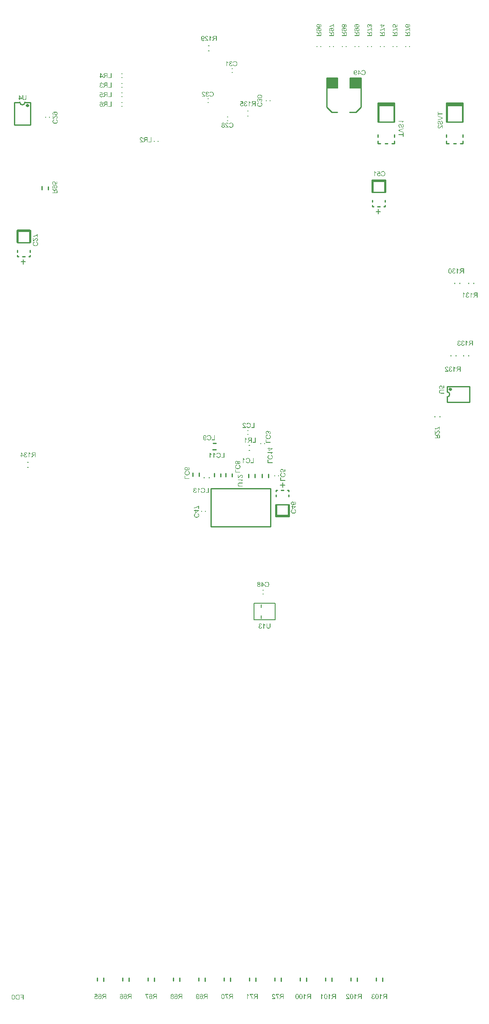
<source format=gbo>
%FSLAX25Y25*%
%MOIN*%
G70*
G01*
G75*
G04 Layer_Color=32896*
%ADD10R,0.09000X0.06500*%
%ADD11R,0.07000X0.08000*%
%ADD12R,0.05906X0.05118*%
%ADD13R,0.12500X0.06000*%
%ADD14R,0.06000X0.12500*%
%ADD15R,0.05600X0.03600*%
%ADD16R,0.06299X0.07087*%
%ADD17R,0.10630X0.07087*%
%ADD18R,0.04331X0.03937*%
%ADD19R,0.05118X0.05906*%
%ADD20C,0.05000*%
%ADD21R,0.07087X0.06299*%
%ADD22R,0.03937X0.04331*%
%ADD23R,0.06000X0.08500*%
%ADD24R,0.01181X0.05118*%
%ADD25R,0.07087X0.08661*%
%ADD26O,0.01181X0.07087*%
%ADD27O,0.07087X0.01181*%
%ADD28R,0.14500X0.05000*%
%ADD29R,0.10000X0.07000*%
%ADD30R,0.20000X0.07000*%
%ADD31R,0.06000X0.05500*%
%ADD32C,0.00800*%
%ADD33C,0.01000*%
%ADD34C,0.05000*%
%ADD35C,0.02000*%
%ADD36C,0.08000*%
%ADD37C,0.02500*%
%ADD38C,0.01200*%
%ADD39C,0.13000*%
%ADD40C,0.10000*%
%ADD41C,0.06000*%
G04:AMPARAMS|DCode=42|XSize=60mil|YSize=60mil|CornerRadius=15mil|HoleSize=0mil|Usage=FLASHONLY|Rotation=90.000|XOffset=0mil|YOffset=0mil|HoleType=Round|Shape=RoundedRectangle|*
%AMROUNDEDRECTD42*
21,1,0.06000,0.03000,0,0,90.0*
21,1,0.03000,0.06000,0,0,90.0*
1,1,0.03000,0.01500,0.01500*
1,1,0.03000,0.01500,-0.01500*
1,1,0.03000,-0.01500,-0.01500*
1,1,0.03000,-0.01500,0.01500*
%
%ADD42ROUNDEDRECTD42*%
%ADD43R,0.06200X0.06200*%
%ADD44C,0.06200*%
%ADD45O,0.06000X0.06400*%
%ADD46R,0.06000X0.06400*%
%ADD47O,0.10000X0.12000*%
%ADD48C,0.23400*%
%ADD49R,0.06200X0.06200*%
%ADD50C,0.10000*%
%ADD51C,0.07500*%
G04:AMPARAMS|DCode=52|XSize=50mil|YSize=50mil|CornerRadius=12.5mil|HoleSize=0mil|Usage=FLASHONLY|Rotation=180.000|XOffset=0mil|YOffset=0mil|HoleType=Round|Shape=RoundedRectangle|*
%AMROUNDEDRECTD52*
21,1,0.05000,0.02500,0,0,180.0*
21,1,0.02500,0.05000,0,0,180.0*
1,1,0.02500,-0.01250,0.01250*
1,1,0.02500,0.01250,0.01250*
1,1,0.02500,0.01250,-0.01250*
1,1,0.02500,-0.01250,-0.01250*
%
%ADD52ROUNDEDRECTD52*%
%ADD53C,0.05500*%
G04:AMPARAMS|DCode=54|XSize=55mil|YSize=55mil|CornerRadius=13.75mil|HoleSize=0mil|Usage=FLASHONLY|Rotation=180.000|XOffset=0mil|YOffset=0mil|HoleType=Round|Shape=RoundedRectangle|*
%AMROUNDEDRECTD54*
21,1,0.05500,0.02750,0,0,180.0*
21,1,0.02750,0.05500,0,0,180.0*
1,1,0.02750,-0.01375,0.01375*
1,1,0.02750,0.01375,0.01375*
1,1,0.02750,0.01375,-0.01375*
1,1,0.02750,-0.01375,-0.01375*
%
%ADD54ROUNDEDRECTD54*%
%ADD55C,0.03000*%
%ADD56C,0.08000*%
%ADD57R,0.09000X0.10000*%
%ADD58R,0.06000X0.02500*%
%ADD59R,0.02500X0.06000*%
%ADD60R,0.11800X0.06300*%
%ADD61R,0.25590X0.23622*%
%ADD62C,0.03000*%
%ADD63C,0.02362*%
%ADD64C,0.00984*%
%ADD65C,0.00500*%
%ADD66C,0.01500*%
%ADD67C,0.00699*%
%ADD68C,0.00787*%
%ADD69C,0.01600*%
%ADD70R,0.19000X0.55500*%
%ADD71R,0.06000X0.06000*%
%ADD72P,0.09051X4X180.0*%
%ADD73O,0.10200X0.12200*%
%ADD74P,0.09051X4X90.0*%
%ADD75C,0.05106*%
G04:AMPARAMS|DCode=76|XSize=51.06mil|YSize=51.06mil|CornerRadius=12.77mil|HoleSize=0mil|Usage=FLASHONLY|Rotation=0.000|XOffset=0mil|YOffset=0mil|HoleType=Round|Shape=RoundedRectangle|*
%AMROUNDEDRECTD76*
21,1,0.05106,0.02553,0,0,0.0*
21,1,0.02553,0.05106,0,0,0.0*
1,1,0.02553,0.01277,-0.01277*
1,1,0.02553,-0.01277,-0.01277*
1,1,0.02553,-0.01277,0.01277*
1,1,0.02553,0.01277,0.01277*
%
%ADD76ROUNDEDRECTD76*%
%ADD77R,0.06890X0.08465*%
%ADD78R,0.09800X0.07300*%
%ADD79R,0.07800X0.08800*%
%ADD80R,0.06706X0.05918*%
%ADD81R,0.13300X0.06800*%
%ADD82R,0.06800X0.13300*%
%ADD83R,0.06400X0.04400*%
%ADD84R,0.07099X0.07887*%
%ADD85R,0.11430X0.07887*%
%ADD86R,0.05131X0.04737*%
%ADD87R,0.05918X0.06706*%
%ADD88R,0.07887X0.07099*%
%ADD89R,0.04737X0.05131*%
%ADD90R,0.06800X0.09300*%
%ADD91R,0.01481X0.05418*%
%ADD92R,0.07874X0.09449*%
%ADD93O,0.01481X0.07387*%
%ADD94O,0.07387X0.01481*%
%ADD95R,0.15300X0.05800*%
%ADD96R,0.10800X0.07800*%
%ADD97R,0.20800X0.07800*%
%ADD98R,0.06800X0.06300*%
%ADD99C,0.06800*%
G04:AMPARAMS|DCode=100|XSize=68mil|YSize=68mil|CornerRadius=19mil|HoleSize=0mil|Usage=FLASHONLY|Rotation=90.000|XOffset=0mil|YOffset=0mil|HoleType=Round|Shape=RoundedRectangle|*
%AMROUNDEDRECTD100*
21,1,0.06800,0.03000,0,0,90.0*
21,1,0.03000,0.06800,0,0,90.0*
1,1,0.03800,0.01500,0.01500*
1,1,0.03800,0.01500,-0.01500*
1,1,0.03800,-0.01500,-0.01500*
1,1,0.03800,-0.01500,0.01500*
%
%ADD100ROUNDEDRECTD100*%
%ADD101R,0.07000X0.07000*%
%ADD102C,0.07000*%
%ADD103O,0.06800X0.07200*%
%ADD104R,0.06800X0.07200*%
%ADD105O,0.10800X0.12800*%
%ADD106C,0.24200*%
%ADD107R,0.07000X0.07000*%
%ADD108C,0.10800*%
%ADD109C,0.08300*%
%ADD110C,0.05800*%
G04:AMPARAMS|DCode=111|XSize=58mil|YSize=58mil|CornerRadius=16.5mil|HoleSize=0mil|Usage=FLASHONLY|Rotation=180.000|XOffset=0mil|YOffset=0mil|HoleType=Round|Shape=RoundedRectangle|*
%AMROUNDEDRECTD111*
21,1,0.05800,0.02500,0,0,180.0*
21,1,0.02500,0.05800,0,0,180.0*
1,1,0.03300,-0.01250,0.01250*
1,1,0.03300,0.01250,0.01250*
1,1,0.03300,0.01250,-0.01250*
1,1,0.03300,-0.01250,-0.01250*
%
%ADD111ROUNDEDRECTD111*%
%ADD112C,0.06300*%
G04:AMPARAMS|DCode=113|XSize=63mil|YSize=63mil|CornerRadius=17.75mil|HoleSize=0mil|Usage=FLASHONLY|Rotation=180.000|XOffset=0mil|YOffset=0mil|HoleType=Round|Shape=RoundedRectangle|*
%AMROUNDEDRECTD113*
21,1,0.06300,0.02750,0,0,180.0*
21,1,0.02750,0.06300,0,0,180.0*
1,1,0.03550,-0.01375,0.01375*
1,1,0.03550,0.01375,0.01375*
1,1,0.03550,0.01375,-0.01375*
1,1,0.03550,-0.01375,-0.01375*
%
%ADD113ROUNDEDRECTD113*%
%ADD114R,0.09800X0.10800*%
%ADD115R,0.06800X0.03300*%
%ADD116R,0.03300X0.06800*%
%ADD117R,0.12600X0.07100*%
%ADD118R,0.26391X0.24422*%
G36*
X167200Y747400D02*
X166689D01*
Y749104D01*
X166034D01*
X165973Y749098D01*
X165929D01*
X165890Y749093D01*
X165862Y749087D01*
X165840D01*
X165829Y749082D01*
X165824D01*
X165735Y749054D01*
X165696Y749037D01*
X165663Y749021D01*
X165629Y749004D01*
X165607Y748993D01*
X165596Y748987D01*
X165591Y748982D01*
X165546Y748948D01*
X165502Y748910D01*
X165419Y748826D01*
X165380Y748787D01*
X165352Y748754D01*
X165335Y748732D01*
X165330Y748727D01*
X165274Y748649D01*
X165213Y748565D01*
X165152Y748477D01*
X165091Y748393D01*
X165041Y748316D01*
X165002Y748255D01*
X164986Y748233D01*
X164974Y748216D01*
X164963Y748205D01*
Y748199D01*
X164458Y747400D01*
X163826D01*
X164486Y748443D01*
X164564Y748554D01*
X164636Y748654D01*
X164708Y748738D01*
X164769Y748815D01*
X164825Y748871D01*
X164869Y748915D01*
X164897Y748943D01*
X164908Y748954D01*
X164952Y748987D01*
X165002Y749026D01*
X165102Y749087D01*
X165147Y749109D01*
X165180Y749132D01*
X165202Y749143D01*
X165213Y749148D01*
X165113Y749165D01*
X165019Y749182D01*
X164936Y749209D01*
X164852Y749231D01*
X164780Y749259D01*
X164714Y749293D01*
X164653Y749320D01*
X164597Y749348D01*
X164553Y749381D01*
X164508Y749409D01*
X164475Y749431D01*
X164447Y749453D01*
X164425Y749470D01*
X164408Y749487D01*
X164403Y749492D01*
X164397Y749498D01*
X164353Y749553D01*
X164308Y749609D01*
X164242Y749725D01*
X164198Y749842D01*
X164164Y749953D01*
X164142Y750047D01*
X164136Y750086D01*
Y750125D01*
X164131Y750153D01*
Y750175D01*
Y750186D01*
Y750192D01*
X164136Y750308D01*
X164153Y750414D01*
X164181Y750514D01*
X164208Y750597D01*
X164242Y750669D01*
X164264Y750724D01*
X164286Y750758D01*
X164292Y750763D01*
Y750769D01*
X164358Y750858D01*
X164425Y750935D01*
X164497Y751002D01*
X164564Y751052D01*
X164625Y751091D01*
X164675Y751113D01*
X164708Y751130D01*
X164714Y751135D01*
X164719D01*
X164769Y751152D01*
X164830Y751168D01*
X164952Y751196D01*
X165085Y751213D01*
X165208Y751229D01*
X165324Y751235D01*
X165374D01*
X165419Y751241D01*
X167200D01*
Y747400D01*
D02*
G37*
G36*
X267221Y760480D02*
X267338Y760458D01*
X267443Y760424D01*
X267532Y760391D01*
X267604Y760358D01*
X267659Y760324D01*
X267693Y760302D01*
X267698Y760297D01*
X267704D01*
X267793Y760219D01*
X267870Y760136D01*
X267931Y760047D01*
X267987Y759964D01*
X268026Y759886D01*
X268054Y759819D01*
X268065Y759797D01*
X268070Y759780D01*
X268076Y759769D01*
Y759764D01*
X268120Y759864D01*
X268170Y759947D01*
X268220Y760019D01*
X268270Y760080D01*
X268314Y760124D01*
X268348Y760158D01*
X268370Y760180D01*
X268381Y760185D01*
X268459Y760236D01*
X268536Y760269D01*
X268614Y760297D01*
X268692Y760313D01*
X268753Y760324D01*
X268803Y760330D01*
X268847D01*
X268925Y760324D01*
X268997Y760319D01*
X269136Y760280D01*
X269258Y760230D01*
X269363Y760174D01*
X269446Y760119D01*
X269480Y760091D01*
X269513Y760069D01*
X269535Y760047D01*
X269552Y760030D01*
X269557Y760025D01*
X269563Y760019D01*
X269613Y759958D01*
X269663Y759897D01*
X269702Y759830D01*
X269735Y759764D01*
X269785Y759631D01*
X269818Y759497D01*
X269835Y759442D01*
X269841Y759386D01*
X269846Y759336D01*
X269852Y759292D01*
X269857Y759259D01*
Y759231D01*
Y759214D01*
Y759209D01*
X269852Y759120D01*
X269846Y759031D01*
X269813Y758876D01*
X269791Y758804D01*
X269768Y758737D01*
X269741Y758676D01*
X269713Y758620D01*
X269685Y758576D01*
X269657Y758532D01*
X269635Y758493D01*
X269613Y758465D01*
X269596Y758443D01*
X269580Y758426D01*
X269574Y758415D01*
X269569Y758410D01*
X269513Y758360D01*
X269458Y758310D01*
X269397Y758271D01*
X269336Y758238D01*
X269219Y758182D01*
X269108Y758149D01*
X269014Y758126D01*
X268969Y758121D01*
X268936Y758115D01*
X268903Y758110D01*
X268864D01*
X268764Y758115D01*
X268670Y758132D01*
X268586Y758154D01*
X268514Y758182D01*
X268459Y758204D01*
X268414Y758226D01*
X268392Y758243D01*
X268381Y758249D01*
X268314Y758310D01*
X268253Y758376D01*
X268198Y758448D01*
X268153Y758521D01*
X268120Y758587D01*
X268098Y758637D01*
X268087Y758659D01*
X268081Y758676D01*
X268076Y758681D01*
Y758687D01*
X268037Y758559D01*
X267987Y758454D01*
X267926Y758360D01*
X267870Y758282D01*
X267815Y758221D01*
X267770Y758177D01*
X267743Y758154D01*
X267737Y758143D01*
X267732D01*
X267632Y758082D01*
X267526Y758032D01*
X267426Y757999D01*
X267326Y757977D01*
X267238Y757966D01*
X267199Y757960D01*
X267165D01*
X267143Y757954D01*
X267104D01*
X267016Y757960D01*
X266927Y757971D01*
X266844Y757988D01*
X266760Y758010D01*
X266622Y758065D01*
X266555Y758093D01*
X266499Y758126D01*
X266444Y758160D01*
X266400Y758188D01*
X266361Y758221D01*
X266327Y758243D01*
X266300Y758265D01*
X266283Y758282D01*
X266272Y758293D01*
X266266Y758298D01*
X266205Y758365D01*
X266155Y758437D01*
X266111Y758515D01*
X266072Y758593D01*
X266044Y758665D01*
X266017Y758743D01*
X265978Y758892D01*
X265961Y758959D01*
X265950Y759020D01*
X265945Y759076D01*
X265939Y759126D01*
X265933Y759164D01*
Y759192D01*
Y759214D01*
Y759220D01*
X265939Y759325D01*
X265950Y759420D01*
X265967Y759514D01*
X265983Y759603D01*
X266011Y759681D01*
X266039Y759758D01*
X266067Y759830D01*
X266100Y759891D01*
X266133Y759947D01*
X266161Y759997D01*
X266189Y760036D01*
X266216Y760075D01*
X266233Y760102D01*
X266250Y760119D01*
X266261Y760130D01*
X266266Y760136D01*
X266333Y760197D01*
X266400Y760252D01*
X266466Y760297D01*
X266538Y760335D01*
X266605Y760374D01*
X266677Y760402D01*
X266805Y760441D01*
X266866Y760458D01*
X266921Y760469D01*
X266971Y760474D01*
X267010Y760480D01*
X267043Y760485D01*
X267093D01*
X267221Y760480D01*
D02*
G37*
G36*
X354497Y568146D02*
X354646Y568118D01*
X354774Y568074D01*
X354885Y568030D01*
X354935Y568002D01*
X354974Y567980D01*
X355013Y567957D01*
X355041Y567935D01*
X355063Y567919D01*
X355079Y567907D01*
X355090Y567902D01*
X355096Y567896D01*
X355202Y567791D01*
X355285Y567674D01*
X355351Y567552D01*
X355407Y567430D01*
X355440Y567325D01*
X355457Y567280D01*
X355468Y567241D01*
X355473Y567208D01*
X355479Y567186D01*
X355485Y567169D01*
Y567164D01*
X355013Y567081D01*
X354991Y567203D01*
X354957Y567308D01*
X354918Y567397D01*
X354880Y567469D01*
X354841Y567524D01*
X354807Y567563D01*
X354785Y567591D01*
X354780Y567597D01*
X354708Y567652D01*
X354630Y567697D01*
X354558Y567724D01*
X354486Y567747D01*
X354419Y567758D01*
X354369Y567769D01*
X354325D01*
X354225Y567763D01*
X354136Y567741D01*
X354058Y567713D01*
X353992Y567686D01*
X353942Y567652D01*
X353903Y567624D01*
X353875Y567602D01*
X353870Y567597D01*
X353808Y567530D01*
X353764Y567458D01*
X353736Y567386D01*
X353714Y567319D01*
X353703Y567258D01*
X353692Y567214D01*
Y567180D01*
Y567175D01*
Y567169D01*
Y567108D01*
X353703Y567053D01*
X353731Y566958D01*
X353769Y566875D01*
X353814Y566803D01*
X353858Y566753D01*
X353897Y566714D01*
X353925Y566692D01*
X353930Y566686D01*
X353936D01*
X354030Y566637D01*
X354119Y566598D01*
X354214Y566570D01*
X354297Y566553D01*
X354369Y566542D01*
X354430Y566531D01*
X354502D01*
X354524Y566537D01*
X354552D01*
X354608Y566120D01*
X354535Y566137D01*
X354469Y566148D01*
X354413Y566159D01*
X354363Y566165D01*
X354325Y566170D01*
X354275D01*
X354158Y566159D01*
X354053Y566137D01*
X353958Y566104D01*
X353881Y566065D01*
X353819Y566026D01*
X353775Y565993D01*
X353747Y565971D01*
X353736Y565960D01*
X353664Y565876D01*
X353609Y565787D01*
X353570Y565699D01*
X353548Y565610D01*
X353531Y565538D01*
X353525Y565477D01*
X353520Y565454D01*
Y565438D01*
Y565427D01*
Y565421D01*
X353531Y565299D01*
X353559Y565188D01*
X353592Y565094D01*
X353636Y565010D01*
X353681Y564944D01*
X353714Y564894D01*
X353742Y564860D01*
X353753Y564849D01*
X353842Y564772D01*
X353936Y564716D01*
X354030Y564677D01*
X354119Y564650D01*
X354197Y564633D01*
X354258Y564628D01*
X354280Y564622D01*
X354313D01*
X354413Y564628D01*
X354508Y564650D01*
X354591Y564677D01*
X354658Y564711D01*
X354713Y564739D01*
X354757Y564766D01*
X354780Y564788D01*
X354791Y564794D01*
X354857Y564872D01*
X354913Y564960D01*
X354963Y565055D01*
X355002Y565155D01*
X355029Y565238D01*
X355041Y565277D01*
X355046Y565310D01*
X355052Y565338D01*
X355057Y565360D01*
X355063Y565371D01*
Y565377D01*
X355535Y565316D01*
X355523Y565227D01*
X355507Y565144D01*
X355457Y564988D01*
X355396Y564855D01*
X355362Y564799D01*
X355329Y564744D01*
X355296Y564694D01*
X355262Y564655D01*
X355235Y564616D01*
X355207Y564589D01*
X355190Y564566D01*
X355174Y564550D01*
X355163Y564539D01*
X355157Y564533D01*
X355090Y564483D01*
X355024Y564433D01*
X354957Y564394D01*
X354885Y564361D01*
X354746Y564306D01*
X354613Y564272D01*
X354552Y564261D01*
X354497Y564250D01*
X354447Y564245D01*
X354402Y564239D01*
X354369Y564233D01*
X354319D01*
X354214Y564239D01*
X354119Y564250D01*
X354025Y564267D01*
X353936Y564289D01*
X353853Y564317D01*
X353781Y564344D01*
X353709Y564378D01*
X353647Y564411D01*
X353586Y564439D01*
X353537Y564472D01*
X353492Y564500D01*
X353459Y564528D01*
X353431Y564550D01*
X353409Y564566D01*
X353398Y564577D01*
X353392Y564583D01*
X353326Y564650D01*
X353270Y564722D01*
X353220Y564794D01*
X353176Y564866D01*
X353142Y564933D01*
X353109Y565005D01*
X353065Y565138D01*
X353054Y565199D01*
X353043Y565255D01*
X353031Y565305D01*
X353026Y565349D01*
X353020Y565382D01*
Y565410D01*
Y565427D01*
Y565432D01*
X353026Y565565D01*
X353048Y565688D01*
X353081Y565793D01*
X353115Y565882D01*
X353148Y565954D01*
X353181Y566009D01*
X353204Y566043D01*
X353209Y566054D01*
X353287Y566137D01*
X353370Y566209D01*
X353459Y566265D01*
X353548Y566309D01*
X353625Y566342D01*
X353686Y566365D01*
X353709Y566370D01*
X353725Y566376D01*
X353736Y566381D01*
X353742D01*
X353647Y566431D01*
X353570Y566481D01*
X353503Y566537D01*
X353448Y566587D01*
X353403Y566631D01*
X353370Y566670D01*
X353353Y566692D01*
X353348Y566703D01*
X353303Y566781D01*
X353270Y566859D01*
X353242Y566936D01*
X353226Y567008D01*
X353215Y567069D01*
X353209Y567114D01*
Y567147D01*
Y567158D01*
X353215Y567253D01*
X353231Y567347D01*
X353253Y567430D01*
X353281Y567502D01*
X353309Y567563D01*
X353331Y567613D01*
X353348Y567641D01*
X353353Y567652D01*
X353409Y567735D01*
X353475Y567808D01*
X353542Y567869D01*
X353609Y567924D01*
X353664Y567963D01*
X353714Y567996D01*
X353747Y568013D01*
X353753Y568018D01*
X353758D01*
X353858Y568063D01*
X353958Y568096D01*
X354058Y568124D01*
X354147Y568141D01*
X354219Y568152D01*
X354280Y568157D01*
X354419D01*
X354497Y568146D01*
D02*
G37*
G36*
X267043Y754014D02*
X267154Y753936D01*
X267254Y753864D01*
X267338Y753792D01*
X267415Y753731D01*
X267471Y753675D01*
X267515Y753631D01*
X267543Y753603D01*
X267554Y753592D01*
X267587Y753548D01*
X267626Y753498D01*
X267687Y753398D01*
X267709Y753354D01*
X267732Y753320D01*
X267743Y753298D01*
X267748Y753287D01*
X267765Y753387D01*
X267782Y753481D01*
X267809Y753564D01*
X267831Y753648D01*
X267859Y753720D01*
X267893Y753786D01*
X267920Y753848D01*
X267948Y753903D01*
X267981Y753947D01*
X268009Y753992D01*
X268031Y754025D01*
X268054Y754053D01*
X268070Y754075D01*
X268087Y754092D01*
X268092Y754097D01*
X268098Y754103D01*
X268153Y754147D01*
X268209Y754192D01*
X268325Y754258D01*
X268442Y754303D01*
X268553Y754336D01*
X268647Y754358D01*
X268686Y754364D01*
X268725D01*
X268753Y754369D01*
X268792D01*
X268908Y754364D01*
X269014Y754347D01*
X269113Y754319D01*
X269197Y754291D01*
X269269Y754258D01*
X269324Y754236D01*
X269358Y754214D01*
X269363Y754208D01*
X269369D01*
X269458Y754142D01*
X269535Y754075D01*
X269602Y754003D01*
X269652Y753936D01*
X269691Y753875D01*
X269713Y753825D01*
X269730Y753792D01*
X269735Y753786D01*
Y753781D01*
X269752Y753731D01*
X269768Y753670D01*
X269796Y753548D01*
X269813Y753414D01*
X269830Y753293D01*
X269835Y753176D01*
Y753126D01*
X269841Y753082D01*
Y753048D01*
Y753020D01*
Y753004D01*
Y752998D01*
Y751300D01*
X266000D01*
Y751811D01*
X267704D01*
Y752399D01*
Y752465D01*
X267698Y752527D01*
Y752571D01*
X267693Y752610D01*
X267687Y752638D01*
Y752660D01*
X267682Y752671D01*
Y752676D01*
X267654Y752765D01*
X267637Y752804D01*
X267621Y752837D01*
X267604Y752871D01*
X267593Y752893D01*
X267587Y752904D01*
X267582Y752910D01*
X267548Y752954D01*
X267510Y752998D01*
X267426Y753082D01*
X267388Y753120D01*
X267354Y753148D01*
X267332Y753165D01*
X267326Y753170D01*
X267249Y753226D01*
X267165Y753287D01*
X267077Y753348D01*
X266993Y753409D01*
X266916Y753459D01*
X266855Y753498D01*
X266832Y753514D01*
X266816Y753526D01*
X266805Y753537D01*
X266799D01*
X266000Y754042D01*
Y754674D01*
X267043Y754014D01*
D02*
G37*
G36*
X156444Y751252D02*
X156533Y751241D01*
X156622Y751224D01*
X156699Y751202D01*
X156849Y751141D01*
X156916Y751113D01*
X156971Y751080D01*
X157027Y751041D01*
X157071Y751013D01*
X157116Y750980D01*
X157149Y750952D01*
X157177Y750930D01*
X157193Y750913D01*
X157204Y750902D01*
X157210Y750897D01*
X157271Y750830D01*
X157321Y750752D01*
X157371Y750680D01*
X157410Y750602D01*
X157443Y750519D01*
X157471Y750441D01*
X157510Y750297D01*
X157526Y750225D01*
X157537Y750164D01*
X157543Y750103D01*
X157549Y750053D01*
X157554Y750014D01*
Y749986D01*
Y749964D01*
Y749959D01*
X157549Y749853D01*
X157537Y749759D01*
X157526Y749664D01*
X157504Y749576D01*
X157476Y749498D01*
X157449Y749420D01*
X157421Y749354D01*
X157388Y749293D01*
X157360Y749237D01*
X157332Y749187D01*
X157304Y749148D01*
X157277Y749109D01*
X157254Y749082D01*
X157243Y749065D01*
X157232Y749054D01*
X157227Y749048D01*
X157166Y748987D01*
X157099Y748937D01*
X157032Y748887D01*
X156960Y748848D01*
X156894Y748815D01*
X156827Y748787D01*
X156699Y748749D01*
X156644Y748732D01*
X156588Y748721D01*
X156544Y748715D01*
X156500Y748710D01*
X156466Y748704D01*
X156422D01*
X156316Y748710D01*
X156217Y748727D01*
X156128Y748749D01*
X156044Y748776D01*
X155983Y748799D01*
X155933Y748821D01*
X155900Y748837D01*
X155889Y748843D01*
X155800Y748899D01*
X155723Y748960D01*
X155656Y749021D01*
X155601Y749076D01*
X155562Y749132D01*
X155528Y749170D01*
X155506Y749198D01*
X155501Y749209D01*
Y749165D01*
Y749137D01*
Y749121D01*
Y749115D01*
X155506Y749004D01*
X155512Y748899D01*
X155523Y748804D01*
X155534Y748715D01*
X155551Y748643D01*
X155562Y748588D01*
X155567Y748565D01*
Y748549D01*
X155573Y748543D01*
Y748538D01*
X155601Y748438D01*
X155628Y748349D01*
X155656Y748271D01*
X155684Y748205D01*
X155706Y748155D01*
X155728Y748116D01*
X155739Y748088D01*
X155745Y748083D01*
X155789Y748022D01*
X155834Y747972D01*
X155878Y747927D01*
X155922Y747888D01*
X155956Y747855D01*
X155989Y747833D01*
X156011Y747822D01*
X156017Y747816D01*
X156078Y747783D01*
X156144Y747761D01*
X156205Y747744D01*
X156266Y747733D01*
X156316Y747727D01*
X156355Y747722D01*
X156394D01*
X156483Y747727D01*
X156566Y747744D01*
X156638Y747766D01*
X156699Y747794D01*
X156744Y747816D01*
X156783Y747838D01*
X156805Y747855D01*
X156810Y747861D01*
X156866Y747922D01*
X156910Y747994D01*
X156949Y748072D01*
X156977Y748149D01*
X156999Y748216D01*
X157016Y748277D01*
X157021Y748299D01*
Y748310D01*
X157027Y748321D01*
Y748327D01*
X157482Y748288D01*
X157449Y748127D01*
X157404Y747988D01*
X157349Y747866D01*
X157293Y747766D01*
X157238Y747689D01*
X157210Y747655D01*
X157188Y747627D01*
X157171Y747611D01*
X157155Y747594D01*
X157149Y747589D01*
X157143Y747583D01*
X157088Y747539D01*
X157027Y747500D01*
X156905Y747439D01*
X156783Y747394D01*
X156666Y747367D01*
X156561Y747344D01*
X156516Y747339D01*
X156477D01*
X156450Y747333D01*
X156405D01*
X156250Y747344D01*
X156111Y747367D01*
X155983Y747406D01*
X155878Y747450D01*
X155834Y747467D01*
X155789Y747489D01*
X155756Y747511D01*
X155723Y747528D01*
X155700Y747539D01*
X155684Y747550D01*
X155673Y747561D01*
X155667D01*
X155556Y747655D01*
X155456Y747761D01*
X155378Y747872D01*
X155312Y747977D01*
X155256Y748072D01*
X155234Y748116D01*
X155218Y748149D01*
X155206Y748182D01*
X155195Y748205D01*
X155190Y748216D01*
Y748221D01*
X155162Y748305D01*
X155134Y748399D01*
X155096Y748588D01*
X155068Y748787D01*
X155051Y748976D01*
X155040Y749059D01*
X155034Y749143D01*
Y749215D01*
X155029Y749276D01*
Y749326D01*
Y749365D01*
Y749393D01*
Y749398D01*
Y749526D01*
X155034Y749648D01*
X155045Y749759D01*
X155057Y749864D01*
X155068Y749959D01*
X155079Y750047D01*
X155096Y750131D01*
X155112Y750203D01*
X155129Y750264D01*
X155140Y750319D01*
X155157Y750369D01*
X155168Y750408D01*
X155179Y750436D01*
X155190Y750458D01*
X155195Y750469D01*
Y750475D01*
X155262Y750608D01*
X155334Y750724D01*
X155417Y750824D01*
X155490Y750908D01*
X155562Y750969D01*
X155617Y751013D01*
X155639Y751030D01*
X155656Y751041D01*
X155662Y751052D01*
X155667D01*
X155784Y751119D01*
X155900Y751168D01*
X156017Y751207D01*
X156122Y751229D01*
X156217Y751246D01*
X156255Y751252D01*
X156283D01*
X156311Y751257D01*
X156350D01*
X156444Y751252D01*
D02*
G37*
G36*
X268248Y757494D02*
X268359Y757483D01*
X268464Y757472D01*
X268559Y757460D01*
X268647Y757449D01*
X268731Y757433D01*
X268803Y757416D01*
X268864Y757399D01*
X268919Y757388D01*
X268969Y757372D01*
X269008Y757361D01*
X269036Y757349D01*
X269058Y757338D01*
X269069Y757333D01*
X269075D01*
X269208Y757266D01*
X269324Y757194D01*
X269424Y757111D01*
X269508Y757039D01*
X269569Y756967D01*
X269613Y756911D01*
X269630Y756889D01*
X269641Y756872D01*
X269652Y756867D01*
Y756861D01*
X269719Y756744D01*
X269768Y756628D01*
X269807Y756511D01*
X269830Y756406D01*
X269846Y756312D01*
X269852Y756273D01*
Y756245D01*
X269857Y756217D01*
Y756195D01*
Y756184D01*
Y756178D01*
X269852Y756084D01*
X269841Y755995D01*
X269824Y755906D01*
X269802Y755829D01*
X269741Y755679D01*
X269713Y755612D01*
X269680Y755557D01*
X269641Y755501D01*
X269613Y755457D01*
X269580Y755413D01*
X269552Y755379D01*
X269530Y755351D01*
X269513Y755335D01*
X269502Y755324D01*
X269496Y755318D01*
X269430Y755257D01*
X269352Y755207D01*
X269280Y755157D01*
X269202Y755118D01*
X269119Y755085D01*
X269041Y755057D01*
X268897Y755019D01*
X268825Y755002D01*
X268764Y754991D01*
X268703Y754985D01*
X268653Y754980D01*
X268614Y754974D01*
X268559D01*
X268453Y754980D01*
X268359Y754991D01*
X268264Y755002D01*
X268176Y755024D01*
X268098Y755052D01*
X268020Y755080D01*
X267954Y755107D01*
X267893Y755141D01*
X267837Y755168D01*
X267787Y755196D01*
X267748Y755224D01*
X267709Y755252D01*
X267682Y755274D01*
X267665Y755285D01*
X267654Y755296D01*
X267648Y755302D01*
X267587Y755363D01*
X267537Y755429D01*
X267487Y755496D01*
X267448Y755568D01*
X267415Y755635D01*
X267388Y755701D01*
X267349Y755829D01*
X267332Y755884D01*
X267321Y755940D01*
X267315Y755984D01*
X267310Y756029D01*
X267304Y756062D01*
Y756084D01*
Y756101D01*
Y756106D01*
X267310Y756212D01*
X267326Y756312D01*
X267349Y756400D01*
X267376Y756484D01*
X267399Y756545D01*
X267421Y756595D01*
X267437Y756628D01*
X267443Y756639D01*
X267498Y756728D01*
X267560Y756806D01*
X267621Y756872D01*
X267676Y756928D01*
X267732Y756967D01*
X267770Y757000D01*
X267798Y757022D01*
X267809Y757028D01*
X267715D01*
X267604Y757022D01*
X267498Y757017D01*
X267404Y757005D01*
X267315Y756994D01*
X267243Y756978D01*
X267188Y756967D01*
X267165Y756961D01*
X267149D01*
X267143Y756955D01*
X267138D01*
X267038Y756928D01*
X266949Y756900D01*
X266871Y756872D01*
X266805Y756844D01*
X266755Y756822D01*
X266716Y756800D01*
X266688Y756789D01*
X266683Y756783D01*
X266622Y756739D01*
X266572Y756695D01*
X266527Y756650D01*
X266488Y756606D01*
X266455Y756572D01*
X266433Y756539D01*
X266422Y756517D01*
X266416Y756511D01*
X266383Y756450D01*
X266361Y756384D01*
X266344Y756323D01*
X266333Y756262D01*
X266327Y756212D01*
X266322Y756173D01*
Y756145D01*
Y756134D01*
X266327Y756045D01*
X266344Y755962D01*
X266366Y755890D01*
X266394Y755829D01*
X266416Y755784D01*
X266439Y755746D01*
X266455Y755723D01*
X266461Y755718D01*
X266522Y755662D01*
X266594Y755618D01*
X266671Y755579D01*
X266749Y755551D01*
X266816Y755529D01*
X266877Y755512D01*
X266899Y755507D01*
X266910D01*
X266921Y755501D01*
X266927D01*
X266888Y755046D01*
X266727Y755080D01*
X266588Y755124D01*
X266466Y755179D01*
X266366Y755235D01*
X266289Y755290D01*
X266255Y755318D01*
X266228Y755340D01*
X266211Y755357D01*
X266194Y755374D01*
X266189Y755379D01*
X266183Y755385D01*
X266139Y755440D01*
X266100Y755501D01*
X266039Y755623D01*
X265995Y755746D01*
X265967Y755862D01*
X265945Y755968D01*
X265939Y756012D01*
Y756051D01*
X265933Y756078D01*
Y756101D01*
Y756117D01*
Y756123D01*
X265945Y756278D01*
X265967Y756417D01*
X266005Y756545D01*
X266050Y756650D01*
X266067Y756695D01*
X266089Y756739D01*
X266111Y756772D01*
X266128Y756806D01*
X266139Y756828D01*
X266150Y756844D01*
X266161Y756856D01*
Y756861D01*
X266255Y756972D01*
X266361Y757072D01*
X266472Y757150D01*
X266577Y757216D01*
X266671Y757272D01*
X266716Y757294D01*
X266749Y757311D01*
X266782Y757322D01*
X266805Y757333D01*
X266816Y757338D01*
X266821D01*
X266905Y757366D01*
X266999Y757394D01*
X267188Y757433D01*
X267388Y757460D01*
X267576Y757477D01*
X267659Y757488D01*
X267743Y757494D01*
X267815D01*
X267876Y757499D01*
X268126D01*
X268248Y757494D01*
D02*
G37*
G36*
X357111Y568063D02*
X357172Y567974D01*
X357244Y567885D01*
X357310Y567808D01*
X357377Y567741D01*
X357427Y567686D01*
X357449Y567669D01*
X357466Y567652D01*
X357471Y567647D01*
X357477Y567641D01*
X357593Y567547D01*
X357710Y567458D01*
X357821Y567380D01*
X357932Y567319D01*
X358026Y567264D01*
X358065Y567241D01*
X358099Y567225D01*
X358126Y567208D01*
X358149Y567203D01*
X358160Y567192D01*
X358165D01*
Y566736D01*
X358082Y566770D01*
X357999Y566809D01*
X357915Y566848D01*
X357838Y566886D01*
X357771Y566920D01*
X357716Y566947D01*
X357682Y566969D01*
X357677Y566975D01*
X357671D01*
X357571Y567036D01*
X357483Y567097D01*
X357405Y567153D01*
X357344Y567203D01*
X357288Y567241D01*
X357255Y567275D01*
X357227Y567297D01*
X357222Y567303D01*
Y564300D01*
X356750D01*
Y568157D01*
X357055D01*
X357111Y568063D01*
D02*
G37*
G36*
X247043Y754014D02*
X247154Y753936D01*
X247254Y753864D01*
X247338Y753792D01*
X247415Y753731D01*
X247471Y753675D01*
X247515Y753631D01*
X247543Y753603D01*
X247554Y753592D01*
X247587Y753548D01*
X247626Y753498D01*
X247687Y753398D01*
X247709Y753354D01*
X247732Y753320D01*
X247743Y753298D01*
X247748Y753287D01*
X247765Y753387D01*
X247782Y753481D01*
X247809Y753564D01*
X247832Y753648D01*
X247859Y753720D01*
X247892Y753786D01*
X247920Y753848D01*
X247948Y753903D01*
X247981Y753947D01*
X248009Y753992D01*
X248031Y754025D01*
X248054Y754053D01*
X248070Y754075D01*
X248087Y754092D01*
X248092Y754097D01*
X248098Y754103D01*
X248153Y754147D01*
X248209Y754192D01*
X248325Y754258D01*
X248442Y754303D01*
X248553Y754336D01*
X248647Y754358D01*
X248686Y754364D01*
X248725D01*
X248753Y754369D01*
X248792D01*
X248908Y754364D01*
X249014Y754347D01*
X249113Y754319D01*
X249197Y754291D01*
X249269Y754258D01*
X249324Y754236D01*
X249358Y754214D01*
X249363Y754208D01*
X249369D01*
X249458Y754142D01*
X249535Y754075D01*
X249602Y754003D01*
X249652Y753936D01*
X249691Y753875D01*
X249713Y753825D01*
X249730Y753792D01*
X249735Y753786D01*
Y753781D01*
X249752Y753731D01*
X249768Y753670D01*
X249796Y753548D01*
X249813Y753414D01*
X249830Y753293D01*
X249835Y753176D01*
Y753126D01*
X249841Y753082D01*
Y753048D01*
Y753020D01*
Y753004D01*
Y752998D01*
Y751300D01*
X246000D01*
Y751811D01*
X247704D01*
Y752399D01*
Y752465D01*
X247698Y752527D01*
Y752571D01*
X247693Y752610D01*
X247687Y752638D01*
Y752660D01*
X247682Y752671D01*
Y752676D01*
X247654Y752765D01*
X247637Y752804D01*
X247621Y752837D01*
X247604Y752871D01*
X247593Y752893D01*
X247587Y752904D01*
X247582Y752910D01*
X247549Y752954D01*
X247510Y752998D01*
X247426Y753082D01*
X247388Y753120D01*
X247354Y753148D01*
X247332Y753165D01*
X247326Y753170D01*
X247249Y753226D01*
X247165Y753287D01*
X247077Y753348D01*
X246993Y753409D01*
X246916Y753459D01*
X246855Y753498D01*
X246832Y753514D01*
X246816Y753526D01*
X246805Y753537D01*
X246799D01*
X246000Y754042D01*
Y754674D01*
X247043Y754014D01*
D02*
G37*
G36*
X362200Y564300D02*
X361689D01*
Y566004D01*
X361034D01*
X360974Y565998D01*
X360929D01*
X360890Y565993D01*
X360862Y565987D01*
X360840D01*
X360829Y565982D01*
X360824D01*
X360735Y565954D01*
X360696Y565937D01*
X360663Y565921D01*
X360629Y565904D01*
X360607Y565893D01*
X360596Y565887D01*
X360591Y565882D01*
X360546Y565848D01*
X360502Y565810D01*
X360418Y565726D01*
X360380Y565688D01*
X360352Y565654D01*
X360335Y565632D01*
X360330Y565626D01*
X360274Y565549D01*
X360213Y565465D01*
X360152Y565377D01*
X360091Y565294D01*
X360041Y565216D01*
X360002Y565155D01*
X359986Y565133D01*
X359974Y565116D01*
X359963Y565105D01*
Y565099D01*
X359458Y564300D01*
X358826D01*
X359486Y565343D01*
X359564Y565454D01*
X359636Y565554D01*
X359708Y565638D01*
X359769Y565715D01*
X359825Y565771D01*
X359869Y565815D01*
X359897Y565843D01*
X359908Y565854D01*
X359952Y565887D01*
X360002Y565926D01*
X360102Y565987D01*
X360146Y566009D01*
X360180Y566032D01*
X360202Y566043D01*
X360213Y566048D01*
X360113Y566065D01*
X360019Y566081D01*
X359936Y566109D01*
X359852Y566131D01*
X359780Y566159D01*
X359714Y566193D01*
X359653Y566220D01*
X359597Y566248D01*
X359553Y566281D01*
X359508Y566309D01*
X359475Y566331D01*
X359447Y566354D01*
X359425Y566370D01*
X359408Y566387D01*
X359403Y566392D01*
X359397Y566398D01*
X359353Y566453D01*
X359308Y566509D01*
X359242Y566625D01*
X359197Y566742D01*
X359164Y566853D01*
X359142Y566947D01*
X359136Y566986D01*
Y567025D01*
X359131Y567053D01*
Y567075D01*
Y567086D01*
Y567092D01*
X359136Y567208D01*
X359153Y567314D01*
X359181Y567414D01*
X359209Y567497D01*
X359242Y567569D01*
X359264Y567624D01*
X359286Y567658D01*
X359292Y567663D01*
Y567669D01*
X359358Y567758D01*
X359425Y567835D01*
X359497Y567902D01*
X359564Y567952D01*
X359625Y567991D01*
X359675Y568013D01*
X359708Y568030D01*
X359714Y568035D01*
X359719D01*
X359769Y568052D01*
X359830Y568069D01*
X359952Y568096D01*
X360085Y568113D01*
X360208Y568129D01*
X360324Y568135D01*
X360374D01*
X360418Y568141D01*
X362200D01*
Y564300D01*
D02*
G37*
G36*
X248248Y757494D02*
X248359Y757483D01*
X248464Y757472D01*
X248559Y757460D01*
X248647Y757449D01*
X248731Y757433D01*
X248803Y757416D01*
X248864Y757399D01*
X248919Y757388D01*
X248969Y757372D01*
X249008Y757361D01*
X249036Y757349D01*
X249058Y757338D01*
X249069Y757333D01*
X249075D01*
X249208Y757266D01*
X249324Y757194D01*
X249424Y757111D01*
X249508Y757039D01*
X249569Y756967D01*
X249613Y756911D01*
X249630Y756889D01*
X249641Y756872D01*
X249652Y756867D01*
Y756861D01*
X249718Y756744D01*
X249768Y756628D01*
X249807Y756511D01*
X249830Y756406D01*
X249846Y756312D01*
X249852Y756273D01*
Y756245D01*
X249857Y756217D01*
Y756195D01*
Y756184D01*
Y756178D01*
X249852Y756084D01*
X249841Y755995D01*
X249824Y755906D01*
X249802Y755829D01*
X249741Y755679D01*
X249713Y755612D01*
X249680Y755557D01*
X249641Y755501D01*
X249613Y755457D01*
X249580Y755413D01*
X249552Y755379D01*
X249530Y755351D01*
X249513Y755335D01*
X249502Y755324D01*
X249497Y755318D01*
X249430Y755257D01*
X249352Y755207D01*
X249280Y755157D01*
X249202Y755118D01*
X249119Y755085D01*
X249041Y755057D01*
X248897Y755019D01*
X248825Y755002D01*
X248764Y754991D01*
X248703Y754985D01*
X248653Y754980D01*
X248614Y754974D01*
X248559D01*
X248453Y754980D01*
X248359Y754991D01*
X248264Y755002D01*
X248176Y755024D01*
X248098Y755052D01*
X248020Y755080D01*
X247954Y755107D01*
X247892Y755141D01*
X247837Y755168D01*
X247787Y755196D01*
X247748Y755224D01*
X247709Y755252D01*
X247682Y755274D01*
X247665Y755285D01*
X247654Y755296D01*
X247648Y755302D01*
X247587Y755363D01*
X247537Y755429D01*
X247487Y755496D01*
X247448Y755568D01*
X247415Y755635D01*
X247388Y755701D01*
X247349Y755829D01*
X247332Y755884D01*
X247321Y755940D01*
X247315Y755984D01*
X247310Y756029D01*
X247304Y756062D01*
Y756084D01*
Y756101D01*
Y756106D01*
X247310Y756212D01*
X247326Y756312D01*
X247349Y756400D01*
X247376Y756484D01*
X247399Y756545D01*
X247421Y756595D01*
X247437Y756628D01*
X247443Y756639D01*
X247498Y756728D01*
X247559Y756806D01*
X247621Y756872D01*
X247676Y756928D01*
X247732Y756967D01*
X247770Y757000D01*
X247798Y757022D01*
X247809Y757028D01*
X247715D01*
X247604Y757022D01*
X247498Y757017D01*
X247404Y757005D01*
X247315Y756994D01*
X247243Y756978D01*
X247188Y756967D01*
X247165Y756961D01*
X247149D01*
X247143Y756955D01*
X247138D01*
X247038Y756928D01*
X246949Y756900D01*
X246871Y756872D01*
X246805Y756844D01*
X246755Y756822D01*
X246716Y756800D01*
X246688Y756789D01*
X246683Y756783D01*
X246622Y756739D01*
X246572Y756695D01*
X246527Y756650D01*
X246488Y756606D01*
X246455Y756572D01*
X246433Y756539D01*
X246422Y756517D01*
X246416Y756511D01*
X246383Y756450D01*
X246361Y756384D01*
X246344Y756323D01*
X246333Y756262D01*
X246327Y756212D01*
X246322Y756173D01*
Y756145D01*
Y756134D01*
X246327Y756045D01*
X246344Y755962D01*
X246366Y755890D01*
X246394Y755829D01*
X246416Y755784D01*
X246439Y755746D01*
X246455Y755723D01*
X246461Y755718D01*
X246522Y755662D01*
X246594Y755618D01*
X246672Y755579D01*
X246749Y755551D01*
X246816Y755529D01*
X246877Y755512D01*
X246899Y755507D01*
X246910D01*
X246921Y755501D01*
X246927D01*
X246888Y755046D01*
X246727Y755080D01*
X246588Y755124D01*
X246466Y755179D01*
X246366Y755235D01*
X246289Y755290D01*
X246255Y755318D01*
X246228Y755340D01*
X246211Y755357D01*
X246194Y755374D01*
X246189Y755379D01*
X246183Y755385D01*
X246139Y755440D01*
X246100Y755501D01*
X246039Y755623D01*
X245994Y755746D01*
X245967Y755862D01*
X245944Y755968D01*
X245939Y756012D01*
Y756051D01*
X245933Y756078D01*
Y756101D01*
Y756117D01*
Y756123D01*
X245944Y756278D01*
X245967Y756417D01*
X246006Y756545D01*
X246050Y756650D01*
X246067Y756695D01*
X246089Y756739D01*
X246111Y756772D01*
X246128Y756806D01*
X246139Y756828D01*
X246150Y756844D01*
X246161Y756856D01*
Y756861D01*
X246255Y756972D01*
X246361Y757072D01*
X246472Y757150D01*
X246577Y757216D01*
X246672Y757272D01*
X246716Y757294D01*
X246749Y757311D01*
X246782Y757322D01*
X246805Y757333D01*
X246816Y757338D01*
X246821D01*
X246905Y757366D01*
X246999Y757394D01*
X247188Y757433D01*
X247388Y757460D01*
X247576Y757477D01*
X247659Y757488D01*
X247743Y757494D01*
X247815D01*
X247876Y757499D01*
X248126D01*
X248248Y757494D01*
D02*
G37*
G36*
X257043Y754014D02*
X257154Y753936D01*
X257254Y753864D01*
X257338Y753792D01*
X257415Y753731D01*
X257471Y753675D01*
X257515Y753631D01*
X257543Y753603D01*
X257554Y753592D01*
X257587Y753548D01*
X257626Y753498D01*
X257687Y753398D01*
X257709Y753354D01*
X257732Y753320D01*
X257743Y753298D01*
X257748Y753287D01*
X257765Y753387D01*
X257782Y753481D01*
X257809Y753564D01*
X257832Y753648D01*
X257859Y753720D01*
X257892Y753786D01*
X257920Y753848D01*
X257948Y753903D01*
X257981Y753947D01*
X258009Y753992D01*
X258031Y754025D01*
X258053Y754053D01*
X258070Y754075D01*
X258087Y754092D01*
X258092Y754097D01*
X258098Y754103D01*
X258153Y754147D01*
X258209Y754192D01*
X258326Y754258D01*
X258442Y754303D01*
X258553Y754336D01*
X258647Y754358D01*
X258686Y754364D01*
X258725D01*
X258753Y754369D01*
X258792D01*
X258908Y754364D01*
X259014Y754347D01*
X259114Y754319D01*
X259197Y754291D01*
X259269Y754258D01*
X259324Y754236D01*
X259358Y754214D01*
X259363Y754208D01*
X259369D01*
X259458Y754142D01*
X259535Y754075D01*
X259602Y754003D01*
X259652Y753936D01*
X259691Y753875D01*
X259713Y753825D01*
X259730Y753792D01*
X259735Y753786D01*
Y753781D01*
X259752Y753731D01*
X259768Y753670D01*
X259796Y753548D01*
X259813Y753414D01*
X259829Y753293D01*
X259835Y753176D01*
Y753126D01*
X259841Y753082D01*
Y753048D01*
Y753020D01*
Y753004D01*
Y752998D01*
Y751300D01*
X256000D01*
Y751811D01*
X257704D01*
Y752399D01*
Y752465D01*
X257698Y752527D01*
Y752571D01*
X257693Y752610D01*
X257687Y752638D01*
Y752660D01*
X257682Y752671D01*
Y752676D01*
X257654Y752765D01*
X257637Y752804D01*
X257621Y752837D01*
X257604Y752871D01*
X257593Y752893D01*
X257587Y752904D01*
X257582Y752910D01*
X257548Y752954D01*
X257510Y752998D01*
X257426Y753082D01*
X257387Y753120D01*
X257354Y753148D01*
X257332Y753165D01*
X257327Y753170D01*
X257249Y753226D01*
X257166Y753287D01*
X257077Y753348D01*
X256993Y753409D01*
X256916Y753459D01*
X256855Y753498D01*
X256833Y753514D01*
X256816Y753526D01*
X256805Y753537D01*
X256799D01*
X256000Y754042D01*
Y754674D01*
X257043Y754014D01*
D02*
G37*
G36*
X258248Y757494D02*
X258359Y757483D01*
X258464Y757472D01*
X258559Y757460D01*
X258647Y757449D01*
X258731Y757433D01*
X258803Y757416D01*
X258864Y757399D01*
X258919Y757388D01*
X258969Y757372D01*
X259008Y757361D01*
X259036Y757349D01*
X259058Y757338D01*
X259069Y757333D01*
X259075D01*
X259208Y757266D01*
X259324Y757194D01*
X259424Y757111D01*
X259508Y757039D01*
X259569Y756967D01*
X259613Y756911D01*
X259630Y756889D01*
X259641Y756872D01*
X259652Y756867D01*
Y756861D01*
X259718Y756744D01*
X259768Y756628D01*
X259807Y756511D01*
X259829Y756406D01*
X259846Y756312D01*
X259852Y756273D01*
Y756245D01*
X259857Y756217D01*
Y756195D01*
Y756184D01*
Y756178D01*
X259852Y756084D01*
X259841Y755995D01*
X259824Y755906D01*
X259802Y755829D01*
X259741Y755679D01*
X259713Y755612D01*
X259680Y755557D01*
X259641Y755501D01*
X259613Y755457D01*
X259580Y755413D01*
X259552Y755379D01*
X259530Y755351D01*
X259513Y755335D01*
X259502Y755324D01*
X259496Y755318D01*
X259430Y755257D01*
X259352Y755207D01*
X259280Y755157D01*
X259202Y755118D01*
X259119Y755085D01*
X259041Y755057D01*
X258897Y755019D01*
X258825Y755002D01*
X258764Y754991D01*
X258703Y754985D01*
X258653Y754980D01*
X258614Y754974D01*
X258559D01*
X258453Y754980D01*
X258359Y754991D01*
X258264Y755002D01*
X258176Y755024D01*
X258098Y755052D01*
X258020Y755080D01*
X257954Y755107D01*
X257892Y755141D01*
X257837Y755168D01*
X257787Y755196D01*
X257748Y755224D01*
X257709Y755252D01*
X257682Y755274D01*
X257665Y755285D01*
X257654Y755296D01*
X257648Y755302D01*
X257587Y755363D01*
X257537Y755429D01*
X257487Y755496D01*
X257449Y755568D01*
X257415Y755635D01*
X257387Y755701D01*
X257349Y755829D01*
X257332Y755884D01*
X257321Y755940D01*
X257315Y755984D01*
X257310Y756029D01*
X257304Y756062D01*
Y756084D01*
Y756101D01*
Y756106D01*
X257310Y756212D01*
X257327Y756312D01*
X257349Y756400D01*
X257376Y756484D01*
X257399Y756545D01*
X257421Y756595D01*
X257437Y756628D01*
X257443Y756639D01*
X257499Y756728D01*
X257559Y756806D01*
X257621Y756872D01*
X257676Y756928D01*
X257732Y756967D01*
X257770Y757000D01*
X257798Y757022D01*
X257809Y757028D01*
X257715D01*
X257604Y757022D01*
X257499Y757017D01*
X257404Y757005D01*
X257315Y756994D01*
X257243Y756978D01*
X257188Y756967D01*
X257166Y756961D01*
X257149D01*
X257143Y756955D01*
X257138D01*
X257038Y756928D01*
X256949Y756900D01*
X256871Y756872D01*
X256805Y756844D01*
X256755Y756822D01*
X256716Y756800D01*
X256688Y756789D01*
X256683Y756783D01*
X256622Y756739D01*
X256572Y756695D01*
X256527Y756650D01*
X256488Y756606D01*
X256455Y756572D01*
X256433Y756539D01*
X256422Y756517D01*
X256416Y756511D01*
X256383Y756450D01*
X256361Y756384D01*
X256344Y756323D01*
X256333Y756262D01*
X256327Y756212D01*
X256322Y756173D01*
Y756145D01*
Y756134D01*
X256327Y756045D01*
X256344Y755962D01*
X256366Y755890D01*
X256394Y755829D01*
X256416Y755784D01*
X256438Y755746D01*
X256455Y755723D01*
X256461Y755718D01*
X256522Y755662D01*
X256594Y755618D01*
X256672Y755579D01*
X256749Y755551D01*
X256816Y755529D01*
X256877Y755512D01*
X256899Y755507D01*
X256910D01*
X256921Y755501D01*
X256927D01*
X256888Y755046D01*
X256727Y755080D01*
X256588Y755124D01*
X256466Y755179D01*
X256366Y755235D01*
X256289Y755290D01*
X256255Y755318D01*
X256228Y755340D01*
X256211Y755357D01*
X256194Y755374D01*
X256189Y755379D01*
X256183Y755385D01*
X256139Y755440D01*
X256100Y755501D01*
X256039Y755623D01*
X255995Y755746D01*
X255967Y755862D01*
X255944Y755968D01*
X255939Y756012D01*
Y756051D01*
X255933Y756078D01*
Y756101D01*
Y756117D01*
Y756123D01*
X255944Y756278D01*
X255967Y756417D01*
X256006Y756545D01*
X256050Y756650D01*
X256067Y756695D01*
X256089Y756739D01*
X256111Y756772D01*
X256128Y756806D01*
X256139Y756828D01*
X256150Y756844D01*
X256161Y756856D01*
Y756861D01*
X256255Y756972D01*
X256361Y757072D01*
X256472Y757150D01*
X256577Y757216D01*
X256672Y757272D01*
X256716Y757294D01*
X256749Y757311D01*
X256783Y757322D01*
X256805Y757333D01*
X256816Y757338D01*
X256821D01*
X256905Y757366D01*
X256999Y757394D01*
X257188Y757433D01*
X257387Y757460D01*
X257576Y757477D01*
X257660Y757488D01*
X257743Y757494D01*
X257815D01*
X257876Y757499D01*
X258126D01*
X258248Y757494D01*
D02*
G37*
G36*
X259791Y757993D02*
X259336D01*
Y759875D01*
X259175Y759742D01*
X259003Y759614D01*
X258836Y759503D01*
X258675Y759398D01*
X258603Y759353D01*
X258536Y759314D01*
X258475Y759275D01*
X258425Y759248D01*
X258381Y759225D01*
X258353Y759209D01*
X258331Y759198D01*
X258326Y759192D01*
X258103Y759081D01*
X257881Y758981D01*
X257671Y758898D01*
X257576Y758865D01*
X257482Y758831D01*
X257399Y758798D01*
X257321Y758776D01*
X257254Y758754D01*
X257199Y758737D01*
X257149Y758720D01*
X257116Y758709D01*
X257093Y758704D01*
X257088D01*
X256860Y758648D01*
X256749Y758626D01*
X256649Y758609D01*
X256555Y758593D01*
X256461Y758576D01*
X256383Y758565D01*
X256305Y758554D01*
X256239Y758548D01*
X256178Y758543D01*
X256122Y758537D01*
X256078D01*
X256044Y758532D01*
X256000D01*
Y759015D01*
X256211Y759031D01*
X256405Y759059D01*
X256583Y759087D01*
X256666Y759103D01*
X256744Y759120D01*
X256810Y759131D01*
X256871Y759148D01*
X256927Y759159D01*
X256971Y759170D01*
X257005Y759181D01*
X257032Y759187D01*
X257049Y759192D01*
X257054D01*
X257310Y759275D01*
X257548Y759364D01*
X257665Y759409D01*
X257776Y759453D01*
X257876Y759503D01*
X257976Y759547D01*
X258065Y759586D01*
X258142Y759625D01*
X258209Y759658D01*
X258270Y759686D01*
X258320Y759714D01*
X258353Y759730D01*
X258375Y759742D01*
X258381Y759747D01*
X258498Y759814D01*
X258614Y759880D01*
X258719Y759947D01*
X258819Y760013D01*
X258908Y760075D01*
X258997Y760136D01*
X259075Y760197D01*
X259141Y760247D01*
X259208Y760297D01*
X259263Y760341D01*
X259308Y760385D01*
X259347Y760419D01*
X259380Y760441D01*
X259402Y760463D01*
X259413Y760474D01*
X259419Y760480D01*
X259791D01*
Y757993D01*
D02*
G37*
G36*
X23743Y588686D02*
X23654Y588664D01*
X23571Y588636D01*
X23493Y588608D01*
X23421Y588581D01*
X23355Y588547D01*
X23299Y588514D01*
X23244Y588475D01*
X23194Y588442D01*
X23149Y588414D01*
X23116Y588381D01*
X23083Y588353D01*
X23055Y588331D01*
X23038Y588309D01*
X23022Y588292D01*
X23016Y588286D01*
X23010Y588281D01*
X22966Y588225D01*
X22933Y588164D01*
X22872Y588042D01*
X22827Y587926D01*
X22800Y587809D01*
X22777Y587709D01*
X22772Y587670D01*
Y587632D01*
X22766Y587598D01*
Y587576D01*
Y587565D01*
Y587559D01*
X22772Y587432D01*
X22794Y587310D01*
X22822Y587199D01*
X22855Y587099D01*
X22888Y587021D01*
X22905Y586988D01*
X22916Y586960D01*
X22927Y586938D01*
X22938Y586921D01*
X22944Y586910D01*
Y586904D01*
X23022Y586799D01*
X23105Y586710D01*
X23199Y586632D01*
X23288Y586572D01*
X23366Y586521D01*
X23432Y586488D01*
X23460Y586477D01*
X23477Y586466D01*
X23488Y586460D01*
X23493D01*
X23638Y586416D01*
X23782Y586383D01*
X23926Y586355D01*
X24059Y586338D01*
X24121Y586333D01*
X24176Y586327D01*
X24226D01*
X24265Y586322D01*
X24348D01*
X24492Y586327D01*
X24626Y586338D01*
X24748Y586361D01*
X24859Y586383D01*
X24953Y586399D01*
X24992Y586411D01*
X25025Y586422D01*
X25053Y586427D01*
X25070Y586433D01*
X25081Y586438D01*
X25086D01*
X25214Y586494D01*
X25330Y586555D01*
X25425Y586621D01*
X25508Y586693D01*
X25575Y586755D01*
X25619Y586805D01*
X25647Y586843D01*
X25658Y586849D01*
Y586855D01*
X25730Y586971D01*
X25785Y587099D01*
X25824Y587221D01*
X25847Y587337D01*
X25863Y587443D01*
X25869Y587487D01*
Y587526D01*
X25874Y587554D01*
Y587576D01*
Y587593D01*
Y587598D01*
X25869Y587737D01*
X25847Y587865D01*
X25813Y587970D01*
X25780Y588064D01*
X25741Y588136D01*
X25713Y588192D01*
X25691Y588225D01*
X25680Y588236D01*
X25597Y588325D01*
X25502Y588409D01*
X25403Y588475D01*
X25303Y588531D01*
X25214Y588575D01*
X25170Y588592D01*
X25136Y588603D01*
X25108Y588614D01*
X25086Y588625D01*
X25075Y588630D01*
X25070D01*
X25186Y589130D01*
X25286Y589097D01*
X25375Y589063D01*
X25458Y589019D01*
X25541Y588980D01*
X25613Y588936D01*
X25680Y588886D01*
X25747Y588841D01*
X25802Y588797D01*
X25847Y588753D01*
X25891Y588714D01*
X25930Y588675D01*
X25958Y588647D01*
X25985Y588619D01*
X26002Y588597D01*
X26008Y588586D01*
X26013Y588581D01*
X26063Y588503D01*
X26113Y588425D01*
X26152Y588347D01*
X26185Y588264D01*
X26235Y588098D01*
X26268Y587948D01*
X26285Y587876D01*
X26291Y587815D01*
X26296Y587754D01*
X26302Y587704D01*
X26307Y587665D01*
Y587637D01*
Y587615D01*
Y587609D01*
X26296Y587426D01*
X26268Y587249D01*
X26235Y587093D01*
X26213Y587021D01*
X26191Y586954D01*
X26169Y586893D01*
X26146Y586838D01*
X26130Y586794D01*
X26113Y586749D01*
X26096Y586721D01*
X26085Y586699D01*
X26080Y586682D01*
X26074Y586677D01*
X25980Y586527D01*
X25869Y586399D01*
X25758Y586288D01*
X25647Y586194D01*
X25547Y586122D01*
X25502Y586094D01*
X25464Y586072D01*
X25436Y586050D01*
X25414Y586039D01*
X25397Y586033D01*
X25392Y586027D01*
X25219Y585950D01*
X25042Y585894D01*
X24864Y585855D01*
X24703Y585828D01*
X24631Y585817D01*
X24559Y585811D01*
X24503Y585806D01*
X24448D01*
X24409Y585800D01*
X24348D01*
X24148Y585811D01*
X23954Y585833D01*
X23782Y585861D01*
X23699Y585883D01*
X23627Y585900D01*
X23560Y585917D01*
X23499Y585939D01*
X23443Y585955D01*
X23399Y585966D01*
X23366Y585983D01*
X23338Y585989D01*
X23321Y586000D01*
X23316D01*
X23149Y586083D01*
X22999Y586177D01*
X22872Y586277D01*
X22822Y586327D01*
X22772Y586372D01*
X22727Y586416D01*
X22689Y586460D01*
X22655Y586499D01*
X22633Y586533D01*
X22611Y586555D01*
X22594Y586577D01*
X22589Y586588D01*
X22583Y586594D01*
X22539Y586671D01*
X22500Y586749D01*
X22439Y586915D01*
X22395Y587082D01*
X22367Y587243D01*
X22356Y587321D01*
X22344Y587387D01*
X22339Y587448D01*
Y587498D01*
X22333Y587543D01*
Y587576D01*
Y587598D01*
Y587604D01*
X22339Y587715D01*
X22350Y587820D01*
X22361Y587920D01*
X22383Y588015D01*
X22411Y588103D01*
X22439Y588187D01*
X22467Y588264D01*
X22500Y588336D01*
X22528Y588397D01*
X22555Y588458D01*
X22583Y588503D01*
X22611Y588547D01*
X22633Y588575D01*
X22644Y588603D01*
X22655Y588614D01*
X22661Y588619D01*
X22727Y588697D01*
X22794Y588764D01*
X22872Y588825D01*
X22949Y588886D01*
X23105Y588986D01*
X23260Y589063D01*
X23332Y589097D01*
X23399Y589124D01*
X23460Y589147D01*
X23510Y589163D01*
X23554Y589180D01*
X23588Y589191D01*
X23610Y589197D01*
X23616D01*
X23743Y588686D01*
D02*
G37*
G36*
X191625Y-3237D02*
X191686Y-3326D01*
X191758Y-3415D01*
X191825Y-3492D01*
X191891Y-3559D01*
X191941Y-3614D01*
X191963Y-3631D01*
X191980Y-3648D01*
X191986Y-3653D01*
X191991Y-3659D01*
X192108Y-3753D01*
X192224Y-3842D01*
X192335Y-3920D01*
X192446Y-3981D01*
X192541Y-4036D01*
X192579Y-4058D01*
X192613Y-4075D01*
X192640Y-4092D01*
X192663Y-4097D01*
X192674Y-4108D01*
X192679D01*
Y-4563D01*
X192596Y-4530D01*
X192513Y-4491D01*
X192430Y-4453D01*
X192352Y-4414D01*
X192285Y-4380D01*
X192230Y-4353D01*
X192197Y-4330D01*
X192191Y-4325D01*
X192185D01*
X192086Y-4264D01*
X191997Y-4203D01*
X191919Y-4147D01*
X191858Y-4097D01*
X191802Y-4058D01*
X191769Y-4025D01*
X191741Y-4003D01*
X191736Y-3997D01*
Y-7000D01*
X191264D01*
Y-3143D01*
X191569D01*
X191625Y-3237D01*
D02*
G37*
G36*
X216393Y-3664D02*
X214511D01*
X214645Y-3825D01*
X214772Y-3997D01*
X214883Y-4164D01*
X214988Y-4325D01*
X215033Y-4397D01*
X215072Y-4464D01*
X215111Y-4525D01*
X215138Y-4575D01*
X215161Y-4619D01*
X215177Y-4647D01*
X215188Y-4669D01*
X215194Y-4674D01*
X215305Y-4896D01*
X215405Y-5118D01*
X215488Y-5329D01*
X215521Y-5424D01*
X215555Y-5518D01*
X215588Y-5601D01*
X215610Y-5679D01*
X215632Y-5746D01*
X215649Y-5801D01*
X215666Y-5851D01*
X215677Y-5884D01*
X215682Y-5907D01*
Y-5912D01*
X215738Y-6140D01*
X215760Y-6251D01*
X215777Y-6351D01*
X215793Y-6445D01*
X215810Y-6539D01*
X215821Y-6617D01*
X215832Y-6695D01*
X215838Y-6761D01*
X215843Y-6822D01*
X215849Y-6878D01*
Y-6922D01*
X215854Y-6955D01*
Y-6978D01*
Y-6994D01*
Y-7000D01*
X215371D01*
X215355Y-6789D01*
X215327Y-6595D01*
X215299Y-6417D01*
X215283Y-6334D01*
X215266Y-6256D01*
X215255Y-6190D01*
X215238Y-6129D01*
X215227Y-6073D01*
X215216Y-6029D01*
X215205Y-5995D01*
X215199Y-5968D01*
X215194Y-5951D01*
Y-5945D01*
X215111Y-5690D01*
X215022Y-5451D01*
X214977Y-5335D01*
X214933Y-5224D01*
X214883Y-5124D01*
X214839Y-5024D01*
X214800Y-4935D01*
X214761Y-4858D01*
X214728Y-4791D01*
X214700Y-4730D01*
X214672Y-4680D01*
X214655Y-4647D01*
X214645Y-4625D01*
X214639Y-4619D01*
X214572Y-4502D01*
X214506Y-4386D01*
X214439Y-4280D01*
X214372Y-4180D01*
X214312Y-4092D01*
X214250Y-4003D01*
X214189Y-3925D01*
X214139Y-3859D01*
X214089Y-3792D01*
X214045Y-3737D01*
X214001Y-3692D01*
X213967Y-3653D01*
X213945Y-3620D01*
X213923Y-3598D01*
X213912Y-3587D01*
X213906Y-3581D01*
Y-3209D01*
X216393D01*
Y-3664D01*
D02*
G37*
G36*
X22855Y590218D02*
X22949Y590284D01*
X22988Y590318D01*
X23027Y590345D01*
X23061Y590373D01*
X23083Y590395D01*
X23099Y590412D01*
X23105Y590418D01*
X23133Y590445D01*
X23160Y590479D01*
X23233Y590556D01*
X23316Y590645D01*
X23399Y590739D01*
X23471Y590828D01*
X23504Y590867D01*
X23538Y590901D01*
X23560Y590928D01*
X23577Y590950D01*
X23588Y590962D01*
X23593Y590967D01*
X23671Y591056D01*
X23743Y591145D01*
X23815Y591222D01*
X23876Y591294D01*
X23937Y591361D01*
X23993Y591417D01*
X24043Y591472D01*
X24087Y591516D01*
X24132Y591561D01*
X24165Y591594D01*
X24193Y591622D01*
X24220Y591650D01*
X24254Y591678D01*
X24265Y591689D01*
X24359Y591766D01*
X24442Y591833D01*
X24526Y591888D01*
X24592Y591933D01*
X24653Y591966D01*
X24698Y591988D01*
X24725Y591999D01*
X24736Y592005D01*
X24820Y592038D01*
X24903Y592060D01*
X24981Y592083D01*
X25047Y592094D01*
X25108Y592099D01*
X25153Y592105D01*
X25192D01*
X25275Y592099D01*
X25353Y592088D01*
X25430Y592077D01*
X25497Y592055D01*
X25630Y591999D01*
X25736Y591944D01*
X25785Y591911D01*
X25824Y591883D01*
X25863Y591855D01*
X25891Y591827D01*
X25913Y591805D01*
X25935Y591794D01*
X25941Y591783D01*
X25946Y591777D01*
X26002Y591716D01*
X26052Y591650D01*
X26091Y591577D01*
X26124Y591505D01*
X26180Y591361D01*
X26218Y591217D01*
X26230Y591156D01*
X26241Y591095D01*
X26246Y591039D01*
X26252Y590995D01*
X26257Y590956D01*
Y590923D01*
Y590906D01*
Y590901D01*
X26252Y590801D01*
X26246Y590706D01*
X26230Y590617D01*
X26213Y590534D01*
X26191Y590456D01*
X26169Y590384D01*
X26141Y590318D01*
X26113Y590257D01*
X26085Y590201D01*
X26057Y590157D01*
X26035Y590118D01*
X26013Y590085D01*
X25996Y590057D01*
X25980Y590040D01*
X25974Y590029D01*
X25969Y590024D01*
X25913Y589968D01*
X25852Y589918D01*
X25785Y589868D01*
X25719Y589829D01*
X25586Y589763D01*
X25453Y589718D01*
X25392Y589702D01*
X25330Y589685D01*
X25280Y589674D01*
X25236Y589663D01*
X25197Y589657D01*
X25170D01*
X25153Y589652D01*
X25147D01*
X25097Y590135D01*
X25225Y590146D01*
X25336Y590168D01*
X25436Y590201D01*
X25514Y590240D01*
X25580Y590273D01*
X25624Y590307D01*
X25652Y590329D01*
X25663Y590340D01*
X25730Y590423D01*
X25780Y590512D01*
X25819Y590606D01*
X25841Y590690D01*
X25858Y590767D01*
X25863Y590834D01*
X25869Y590856D01*
Y590873D01*
Y590884D01*
Y590889D01*
X25863Y591006D01*
X25841Y591111D01*
X25808Y591200D01*
X25774Y591278D01*
X25736Y591339D01*
X25708Y591378D01*
X25686Y591405D01*
X25675Y591417D01*
X25597Y591483D01*
X25519Y591533D01*
X25441Y591572D01*
X25364Y591594D01*
X25303Y591611D01*
X25247Y591616D01*
X25214Y591622D01*
X25203D01*
X25103Y591611D01*
X24997Y591589D01*
X24903Y591550D01*
X24814Y591511D01*
X24742Y591467D01*
X24681Y591428D01*
X24659Y591417D01*
X24642Y591405D01*
X24637Y591394D01*
X24631D01*
X24570Y591350D01*
X24509Y591294D01*
X24442Y591233D01*
X24376Y591167D01*
X24243Y591028D01*
X24109Y590889D01*
X24048Y590817D01*
X23993Y590756D01*
X23943Y590695D01*
X23899Y590645D01*
X23865Y590606D01*
X23837Y590573D01*
X23821Y590551D01*
X23815Y590545D01*
X23699Y590407D01*
X23588Y590279D01*
X23488Y590173D01*
X23405Y590090D01*
X23332Y590018D01*
X23282Y589968D01*
X23249Y589940D01*
X23244Y589929D01*
X23238D01*
X23144Y589852D01*
X23055Y589790D01*
X22966Y589735D01*
X22888Y589690D01*
X22822Y589657D01*
X22772Y589635D01*
X22739Y589624D01*
X22733Y589618D01*
X22727D01*
X22666Y589596D01*
X22611Y589585D01*
X22555Y589574D01*
X22505Y589569D01*
X22461Y589563D01*
X22400D01*
Y592110D01*
X22855D01*
Y590218D01*
D02*
G37*
G36*
X195993Y-3664D02*
X194111D01*
X194245Y-3825D01*
X194372Y-3997D01*
X194483Y-4164D01*
X194589Y-4325D01*
X194633Y-4397D01*
X194672Y-4464D01*
X194711Y-4525D01*
X194738Y-4575D01*
X194761Y-4619D01*
X194777Y-4647D01*
X194788Y-4669D01*
X194794Y-4674D01*
X194905Y-4896D01*
X195005Y-5118D01*
X195088Y-5329D01*
X195121Y-5424D01*
X195155Y-5518D01*
X195188Y-5601D01*
X195210Y-5679D01*
X195232Y-5746D01*
X195249Y-5801D01*
X195266Y-5851D01*
X195277Y-5884D01*
X195282Y-5907D01*
Y-5912D01*
X195338Y-6140D01*
X195360Y-6251D01*
X195377Y-6351D01*
X195393Y-6445D01*
X195410Y-6539D01*
X195421Y-6617D01*
X195432Y-6695D01*
X195438Y-6761D01*
X195443Y-6822D01*
X195449Y-6878D01*
Y-6922D01*
X195454Y-6955D01*
Y-6978D01*
Y-6994D01*
Y-7000D01*
X194972D01*
X194955Y-6789D01*
X194927Y-6595D01*
X194899Y-6417D01*
X194883Y-6334D01*
X194866Y-6256D01*
X194855Y-6190D01*
X194838Y-6129D01*
X194827Y-6073D01*
X194816Y-6029D01*
X194805Y-5995D01*
X194799Y-5968D01*
X194794Y-5951D01*
Y-5945D01*
X194711Y-5690D01*
X194622Y-5451D01*
X194577Y-5335D01*
X194533Y-5224D01*
X194483Y-5124D01*
X194439Y-5024D01*
X194400Y-4935D01*
X194361Y-4858D01*
X194328Y-4791D01*
X194300Y-4730D01*
X194272Y-4680D01*
X194255Y-4647D01*
X194245Y-4625D01*
X194239Y-4619D01*
X194172Y-4502D01*
X194106Y-4386D01*
X194039Y-4280D01*
X193973Y-4180D01*
X193911Y-4092D01*
X193850Y-4003D01*
X193789Y-3925D01*
X193739Y-3859D01*
X193690Y-3792D01*
X193645Y-3737D01*
X193601Y-3692D01*
X193567Y-3653D01*
X193545Y-3620D01*
X193523Y-3598D01*
X193512Y-3587D01*
X193506Y-3581D01*
Y-3209D01*
X195993D01*
Y-3664D01*
D02*
G37*
G36*
X199700Y-7000D02*
X199189D01*
Y-5296D01*
X198535D01*
X198474Y-5302D01*
X198429D01*
X198390Y-5307D01*
X198363Y-5313D01*
X198340D01*
X198329Y-5318D01*
X198324D01*
X198235Y-5346D01*
X198196Y-5363D01*
X198163Y-5379D01*
X198129Y-5396D01*
X198107Y-5407D01*
X198096Y-5413D01*
X198091Y-5418D01*
X198046Y-5451D01*
X198002Y-5490D01*
X197919Y-5574D01*
X197880Y-5612D01*
X197852Y-5646D01*
X197835Y-5668D01*
X197830Y-5673D01*
X197774Y-5751D01*
X197713Y-5834D01*
X197652Y-5923D01*
X197591Y-6007D01*
X197541Y-6084D01*
X197502Y-6145D01*
X197486Y-6167D01*
X197475Y-6184D01*
X197463Y-6195D01*
Y-6201D01*
X196958Y-7000D01*
X196326D01*
X196986Y-5957D01*
X197064Y-5846D01*
X197136Y-5746D01*
X197208Y-5662D01*
X197269Y-5585D01*
X197325Y-5529D01*
X197369Y-5485D01*
X197397Y-5457D01*
X197408Y-5446D01*
X197452Y-5413D01*
X197502Y-5374D01*
X197602Y-5313D01*
X197647Y-5291D01*
X197680Y-5268D01*
X197702Y-5257D01*
X197713Y-5252D01*
X197613Y-5235D01*
X197519Y-5218D01*
X197436Y-5191D01*
X197352Y-5168D01*
X197280Y-5141D01*
X197214Y-5107D01*
X197153Y-5080D01*
X197097Y-5052D01*
X197053Y-5018D01*
X197008Y-4991D01*
X196975Y-4969D01*
X196947Y-4946D01*
X196925Y-4930D01*
X196908Y-4913D01*
X196903Y-4907D01*
X196897Y-4902D01*
X196853Y-4846D01*
X196809Y-4791D01*
X196742Y-4674D01*
X196698Y-4558D01*
X196664Y-4447D01*
X196642Y-4353D01*
X196636Y-4314D01*
Y-4275D01*
X196631Y-4247D01*
Y-4225D01*
Y-4214D01*
Y-4208D01*
X196636Y-4092D01*
X196653Y-3986D01*
X196681Y-3886D01*
X196709Y-3803D01*
X196742Y-3731D01*
X196764Y-3675D01*
X196786Y-3642D01*
X196792Y-3637D01*
Y-3631D01*
X196859Y-3542D01*
X196925Y-3464D01*
X196997Y-3398D01*
X197064Y-3348D01*
X197125Y-3309D01*
X197175Y-3287D01*
X197208Y-3270D01*
X197214Y-3265D01*
X197219D01*
X197269Y-3248D01*
X197330Y-3232D01*
X197452Y-3204D01*
X197585Y-3187D01*
X197708Y-3170D01*
X197824Y-3165D01*
X197874D01*
X197919Y-3159D01*
X199700D01*
Y-7000D01*
D02*
G37*
G36*
X220100D02*
X219589D01*
Y-5296D01*
X218935D01*
X218874Y-5302D01*
X218829D01*
X218790Y-5307D01*
X218763Y-5313D01*
X218740D01*
X218729Y-5318D01*
X218724D01*
X218635Y-5346D01*
X218596Y-5363D01*
X218563Y-5379D01*
X218529Y-5396D01*
X218507Y-5407D01*
X218496Y-5413D01*
X218491Y-5418D01*
X218446Y-5451D01*
X218402Y-5490D01*
X218319Y-5574D01*
X218280Y-5612D01*
X218252Y-5646D01*
X218235Y-5668D01*
X218230Y-5673D01*
X218174Y-5751D01*
X218113Y-5834D01*
X218052Y-5923D01*
X217991Y-6007D01*
X217941Y-6084D01*
X217902Y-6145D01*
X217886Y-6167D01*
X217875Y-6184D01*
X217863Y-6195D01*
Y-6201D01*
X217358Y-7000D01*
X216726D01*
X217386Y-5957D01*
X217464Y-5846D01*
X217536Y-5746D01*
X217608Y-5662D01*
X217669Y-5585D01*
X217725Y-5529D01*
X217769Y-5485D01*
X217797Y-5457D01*
X217808Y-5446D01*
X217852Y-5413D01*
X217902Y-5374D01*
X218002Y-5313D01*
X218047Y-5291D01*
X218080Y-5268D01*
X218102Y-5257D01*
X218113Y-5252D01*
X218013Y-5235D01*
X217919Y-5218D01*
X217836Y-5191D01*
X217752Y-5168D01*
X217680Y-5141D01*
X217614Y-5107D01*
X217553Y-5080D01*
X217497Y-5052D01*
X217453Y-5018D01*
X217408Y-4991D01*
X217375Y-4969D01*
X217347Y-4946D01*
X217325Y-4930D01*
X217308Y-4913D01*
X217303Y-4907D01*
X217297Y-4902D01*
X217253Y-4846D01*
X217209Y-4791D01*
X217142Y-4674D01*
X217098Y-4558D01*
X217064Y-4447D01*
X217042Y-4353D01*
X217037Y-4314D01*
Y-4275D01*
X217031Y-4247D01*
Y-4225D01*
Y-4214D01*
Y-4208D01*
X217037Y-4092D01*
X217053Y-3986D01*
X217081Y-3886D01*
X217109Y-3803D01*
X217142Y-3731D01*
X217164Y-3675D01*
X217186Y-3642D01*
X217192Y-3637D01*
Y-3631D01*
X217259Y-3542D01*
X217325Y-3464D01*
X217397Y-3398D01*
X217464Y-3348D01*
X217525Y-3309D01*
X217575Y-3287D01*
X217608Y-3270D01*
X217614Y-3265D01*
X217619D01*
X217669Y-3248D01*
X217730Y-3232D01*
X217852Y-3204D01*
X217986Y-3187D01*
X218108Y-3170D01*
X218224Y-3165D01*
X218274D01*
X218319Y-3159D01*
X220100D01*
Y-7000D01*
D02*
G37*
G36*
X162111Y751163D02*
X162172Y751074D01*
X162244Y750985D01*
X162310Y750908D01*
X162377Y750841D01*
X162427Y750785D01*
X162449Y750769D01*
X162466Y750752D01*
X162471Y750747D01*
X162477Y750741D01*
X162593Y750647D01*
X162710Y750558D01*
X162821Y750480D01*
X162932Y750419D01*
X163026Y750364D01*
X163065Y750342D01*
X163099Y750325D01*
X163126Y750308D01*
X163148Y750303D01*
X163160Y750292D01*
X163165D01*
Y749836D01*
X163082Y749870D01*
X162999Y749909D01*
X162915Y749948D01*
X162838Y749986D01*
X162771Y750020D01*
X162716Y750047D01*
X162682Y750070D01*
X162677Y750075D01*
X162671D01*
X162571Y750136D01*
X162483Y750197D01*
X162405Y750253D01*
X162344Y750303D01*
X162288Y750342D01*
X162255Y750375D01*
X162227Y750397D01*
X162222Y750402D01*
Y747400D01*
X161750D01*
Y751257D01*
X162055D01*
X162111Y751163D01*
D02*
G37*
G36*
X278248Y757494D02*
X278359Y757483D01*
X278464Y757472D01*
X278559Y757460D01*
X278647Y757449D01*
X278731Y757433D01*
X278803Y757416D01*
X278864Y757399D01*
X278919Y757388D01*
X278969Y757372D01*
X279008Y757361D01*
X279036Y757349D01*
X279058Y757338D01*
X279069Y757333D01*
X279075D01*
X279208Y757266D01*
X279324Y757194D01*
X279424Y757111D01*
X279508Y757039D01*
X279569Y756967D01*
X279613Y756911D01*
X279630Y756889D01*
X279641Y756872D01*
X279652Y756867D01*
Y756861D01*
X279718Y756744D01*
X279768Y756628D01*
X279807Y756511D01*
X279830Y756406D01*
X279846Y756312D01*
X279852Y756273D01*
Y756245D01*
X279857Y756217D01*
Y756195D01*
Y756184D01*
Y756178D01*
X279852Y756084D01*
X279841Y755995D01*
X279824Y755906D01*
X279802Y755829D01*
X279741Y755679D01*
X279713Y755612D01*
X279680Y755557D01*
X279641Y755501D01*
X279613Y755457D01*
X279580Y755413D01*
X279552Y755379D01*
X279530Y755351D01*
X279513Y755335D01*
X279502Y755324D01*
X279497Y755318D01*
X279430Y755257D01*
X279352Y755207D01*
X279280Y755157D01*
X279202Y755118D01*
X279119Y755085D01*
X279041Y755057D01*
X278897Y755019D01*
X278825Y755002D01*
X278764Y754991D01*
X278703Y754985D01*
X278653Y754980D01*
X278614Y754974D01*
X278559D01*
X278453Y754980D01*
X278359Y754991D01*
X278264Y755002D01*
X278176Y755024D01*
X278098Y755052D01*
X278020Y755080D01*
X277954Y755107D01*
X277892Y755141D01*
X277837Y755168D01*
X277787Y755196D01*
X277748Y755224D01*
X277709Y755252D01*
X277682Y755274D01*
X277665Y755285D01*
X277654Y755296D01*
X277648Y755302D01*
X277587Y755363D01*
X277537Y755429D01*
X277487Y755496D01*
X277449Y755568D01*
X277415Y755635D01*
X277387Y755701D01*
X277349Y755829D01*
X277332Y755884D01*
X277321Y755940D01*
X277315Y755984D01*
X277310Y756029D01*
X277304Y756062D01*
Y756084D01*
Y756101D01*
Y756106D01*
X277310Y756212D01*
X277326Y756312D01*
X277349Y756400D01*
X277376Y756484D01*
X277399Y756545D01*
X277421Y756595D01*
X277437Y756628D01*
X277443Y756639D01*
X277499Y756728D01*
X277559Y756806D01*
X277621Y756872D01*
X277676Y756928D01*
X277732Y756967D01*
X277770Y757000D01*
X277798Y757022D01*
X277809Y757028D01*
X277715D01*
X277604Y757022D01*
X277499Y757017D01*
X277404Y757005D01*
X277315Y756994D01*
X277243Y756978D01*
X277188Y756967D01*
X277166Y756961D01*
X277149D01*
X277143Y756955D01*
X277138D01*
X277038Y756928D01*
X276949Y756900D01*
X276871Y756872D01*
X276805Y756844D01*
X276755Y756822D01*
X276716Y756800D01*
X276688Y756789D01*
X276683Y756783D01*
X276622Y756739D01*
X276572Y756695D01*
X276527Y756650D01*
X276488Y756606D01*
X276455Y756572D01*
X276433Y756539D01*
X276422Y756517D01*
X276416Y756511D01*
X276383Y756450D01*
X276361Y756384D01*
X276344Y756323D01*
X276333Y756262D01*
X276327Y756212D01*
X276322Y756173D01*
Y756145D01*
Y756134D01*
X276327Y756045D01*
X276344Y755962D01*
X276366Y755890D01*
X276394Y755829D01*
X276416Y755784D01*
X276438Y755746D01*
X276455Y755723D01*
X276461Y755718D01*
X276522Y755662D01*
X276594Y755618D01*
X276672Y755579D01*
X276749Y755551D01*
X276816Y755529D01*
X276877Y755512D01*
X276899Y755507D01*
X276910D01*
X276921Y755501D01*
X276927D01*
X276888Y755046D01*
X276727Y755080D01*
X276588Y755124D01*
X276466Y755179D01*
X276366Y755235D01*
X276289Y755290D01*
X276255Y755318D01*
X276228Y755340D01*
X276211Y755357D01*
X276194Y755374D01*
X276189Y755379D01*
X276183Y755385D01*
X276139Y755440D01*
X276100Y755501D01*
X276039Y755623D01*
X275994Y755746D01*
X275967Y755862D01*
X275944Y755968D01*
X275939Y756012D01*
Y756051D01*
X275933Y756078D01*
Y756101D01*
Y756117D01*
Y756123D01*
X275944Y756278D01*
X275967Y756417D01*
X276006Y756545D01*
X276050Y756650D01*
X276067Y756695D01*
X276089Y756739D01*
X276111Y756772D01*
X276128Y756806D01*
X276139Y756828D01*
X276150Y756844D01*
X276161Y756856D01*
Y756861D01*
X276255Y756972D01*
X276361Y757072D01*
X276472Y757150D01*
X276577Y757216D01*
X276672Y757272D01*
X276716Y757294D01*
X276749Y757311D01*
X276782Y757322D01*
X276805Y757333D01*
X276816Y757338D01*
X276821D01*
X276905Y757366D01*
X276999Y757394D01*
X277188Y757433D01*
X277387Y757460D01*
X277576Y757477D01*
X277660Y757488D01*
X277743Y757494D01*
X277815D01*
X277876Y757499D01*
X278126D01*
X278248Y757494D01*
D02*
G37*
G36*
Y760480D02*
X278359Y760469D01*
X278464Y760458D01*
X278559Y760446D01*
X278647Y760435D01*
X278731Y760419D01*
X278803Y760402D01*
X278864Y760385D01*
X278919Y760374D01*
X278969Y760358D01*
X279008Y760347D01*
X279036Y760335D01*
X279058Y760324D01*
X279069Y760319D01*
X279075D01*
X279208Y760252D01*
X279324Y760180D01*
X279424Y760097D01*
X279508Y760025D01*
X279569Y759952D01*
X279613Y759897D01*
X279630Y759875D01*
X279641Y759858D01*
X279652Y759853D01*
Y759847D01*
X279718Y759730D01*
X279768Y759614D01*
X279807Y759497D01*
X279830Y759392D01*
X279846Y759298D01*
X279852Y759259D01*
Y759231D01*
X279857Y759203D01*
Y759181D01*
Y759170D01*
Y759164D01*
X279852Y759070D01*
X279841Y758981D01*
X279824Y758892D01*
X279802Y758815D01*
X279741Y758665D01*
X279713Y758598D01*
X279680Y758543D01*
X279641Y758487D01*
X279613Y758443D01*
X279580Y758398D01*
X279552Y758365D01*
X279530Y758337D01*
X279513Y758321D01*
X279502Y758310D01*
X279497Y758304D01*
X279430Y758243D01*
X279352Y758193D01*
X279280Y758143D01*
X279202Y758104D01*
X279119Y758071D01*
X279041Y758043D01*
X278897Y758004D01*
X278825Y757988D01*
X278764Y757977D01*
X278703Y757971D01*
X278653Y757966D01*
X278614Y757960D01*
X278559D01*
X278453Y757966D01*
X278359Y757977D01*
X278264Y757988D01*
X278176Y758010D01*
X278098Y758038D01*
X278020Y758065D01*
X277954Y758093D01*
X277892Y758126D01*
X277837Y758154D01*
X277787Y758182D01*
X277748Y758210D01*
X277709Y758238D01*
X277682Y758260D01*
X277665Y758271D01*
X277654Y758282D01*
X277648Y758287D01*
X277587Y758349D01*
X277537Y758415D01*
X277487Y758482D01*
X277449Y758554D01*
X277415Y758620D01*
X277387Y758687D01*
X277349Y758815D01*
X277332Y758870D01*
X277321Y758926D01*
X277315Y758970D01*
X277310Y759015D01*
X277304Y759048D01*
Y759070D01*
Y759087D01*
Y759092D01*
X277310Y759198D01*
X277326Y759298D01*
X277349Y759386D01*
X277376Y759470D01*
X277399Y759531D01*
X277421Y759581D01*
X277437Y759614D01*
X277443Y759625D01*
X277499Y759714D01*
X277559Y759792D01*
X277621Y759858D01*
X277676Y759914D01*
X277732Y759952D01*
X277770Y759986D01*
X277798Y760008D01*
X277809Y760013D01*
X277715D01*
X277604Y760008D01*
X277499Y760002D01*
X277404Y759991D01*
X277315Y759980D01*
X277243Y759964D01*
X277188Y759952D01*
X277166Y759947D01*
X277149D01*
X277143Y759941D01*
X277138D01*
X277038Y759914D01*
X276949Y759886D01*
X276871Y759858D01*
X276805Y759830D01*
X276755Y759808D01*
X276716Y759786D01*
X276688Y759775D01*
X276683Y759769D01*
X276622Y759725D01*
X276572Y759681D01*
X276527Y759636D01*
X276488Y759592D01*
X276455Y759558D01*
X276433Y759525D01*
X276422Y759503D01*
X276416Y759497D01*
X276383Y759436D01*
X276361Y759370D01*
X276344Y759309D01*
X276333Y759248D01*
X276327Y759198D01*
X276322Y759159D01*
Y759131D01*
Y759120D01*
X276327Y759031D01*
X276344Y758948D01*
X276366Y758876D01*
X276394Y758815D01*
X276416Y758770D01*
X276438Y758732D01*
X276455Y758709D01*
X276461Y758704D01*
X276522Y758648D01*
X276594Y758604D01*
X276672Y758565D01*
X276749Y758537D01*
X276816Y758515D01*
X276877Y758498D01*
X276899Y758493D01*
X276910D01*
X276921Y758487D01*
X276927D01*
X276888Y758032D01*
X276727Y758065D01*
X276588Y758110D01*
X276466Y758165D01*
X276366Y758221D01*
X276289Y758276D01*
X276255Y758304D01*
X276228Y758326D01*
X276211Y758343D01*
X276194Y758360D01*
X276189Y758365D01*
X276183Y758371D01*
X276139Y758426D01*
X276100Y758487D01*
X276039Y758609D01*
X275994Y758732D01*
X275967Y758848D01*
X275944Y758953D01*
X275939Y758998D01*
Y759037D01*
X275933Y759064D01*
Y759087D01*
Y759103D01*
Y759109D01*
X275944Y759264D01*
X275967Y759403D01*
X276006Y759531D01*
X276050Y759636D01*
X276067Y759681D01*
X276089Y759725D01*
X276111Y759758D01*
X276128Y759792D01*
X276139Y759814D01*
X276150Y759830D01*
X276161Y759841D01*
Y759847D01*
X276255Y759958D01*
X276361Y760058D01*
X276472Y760136D01*
X276577Y760202D01*
X276672Y760258D01*
X276716Y760280D01*
X276749Y760297D01*
X276782Y760308D01*
X276805Y760319D01*
X276816Y760324D01*
X276821D01*
X276905Y760352D01*
X276999Y760380D01*
X277188Y760419D01*
X277387Y760446D01*
X277576Y760463D01*
X277660Y760474D01*
X277743Y760480D01*
X277815D01*
X277876Y760485D01*
X278126D01*
X278248Y760480D01*
D02*
G37*
G36*
X159369Y751252D02*
X159463Y751246D01*
X159552Y751229D01*
X159635Y751213D01*
X159713Y751191D01*
X159785Y751168D01*
X159852Y751141D01*
X159913Y751113D01*
X159968Y751085D01*
X160013Y751057D01*
X160052Y751035D01*
X160085Y751013D01*
X160113Y750996D01*
X160129Y750980D01*
X160140Y750974D01*
X160146Y750969D01*
X160201Y750913D01*
X160251Y750852D01*
X160301Y750785D01*
X160340Y750719D01*
X160407Y750586D01*
X160451Y750453D01*
X160468Y750391D01*
X160485Y750330D01*
X160496Y750281D01*
X160507Y750236D01*
X160512Y750197D01*
Y750169D01*
X160518Y750153D01*
Y750147D01*
X160035Y750097D01*
X160024Y750225D01*
X160002Y750336D01*
X159968Y750436D01*
X159930Y750514D01*
X159896Y750580D01*
X159863Y750625D01*
X159841Y750652D01*
X159830Y750663D01*
X159746Y750730D01*
X159658Y750780D01*
X159563Y750819D01*
X159480Y750841D01*
X159402Y750858D01*
X159336Y750863D01*
X159313Y750869D01*
X159280D01*
X159164Y750863D01*
X159058Y750841D01*
X158969Y750808D01*
X158892Y750774D01*
X158831Y750736D01*
X158792Y750708D01*
X158764Y750686D01*
X158753Y750674D01*
X158686Y750597D01*
X158636Y750519D01*
X158598Y750441D01*
X158575Y750364D01*
X158559Y750303D01*
X158553Y750247D01*
X158548Y750214D01*
Y750208D01*
Y750203D01*
X158559Y750103D01*
X158581Y749997D01*
X158620Y749903D01*
X158659Y749814D01*
X158703Y749742D01*
X158742Y749681D01*
X158753Y749659D01*
X158764Y749642D01*
X158775Y749637D01*
Y749631D01*
X158819Y749570D01*
X158875Y749509D01*
X158936Y749442D01*
X159003Y749376D01*
X159141Y749243D01*
X159280Y749109D01*
X159352Y749048D01*
X159413Y748993D01*
X159474Y748943D01*
X159524Y748899D01*
X159563Y748865D01*
X159597Y748837D01*
X159619Y748821D01*
X159624Y748815D01*
X159763Y748699D01*
X159891Y748588D01*
X159996Y748488D01*
X160079Y748405D01*
X160152Y748332D01*
X160201Y748282D01*
X160229Y748249D01*
X160240Y748244D01*
Y748238D01*
X160318Y748144D01*
X160379Y748055D01*
X160434Y747966D01*
X160479Y747888D01*
X160512Y747822D01*
X160534Y747772D01*
X160546Y747739D01*
X160551Y747733D01*
Y747727D01*
X160573Y747666D01*
X160584Y747611D01*
X160596Y747555D01*
X160601Y747506D01*
X160607Y747461D01*
Y747428D01*
Y747406D01*
Y747400D01*
X158059D01*
Y747855D01*
X159952D01*
X159885Y747949D01*
X159852Y747988D01*
X159824Y748027D01*
X159796Y748061D01*
X159774Y748083D01*
X159757Y748099D01*
X159752Y748105D01*
X159724Y748133D01*
X159691Y748160D01*
X159613Y748233D01*
X159524Y748316D01*
X159430Y748399D01*
X159341Y748471D01*
X159302Y748504D01*
X159269Y748538D01*
X159241Y748560D01*
X159219Y748577D01*
X159208Y748588D01*
X159202Y748593D01*
X159114Y748671D01*
X159025Y748743D01*
X158947Y748815D01*
X158875Y748876D01*
X158808Y748937D01*
X158753Y748993D01*
X158697Y749043D01*
X158653Y749087D01*
X158609Y749132D01*
X158575Y749165D01*
X158548Y749193D01*
X158520Y749220D01*
X158492Y749254D01*
X158481Y749265D01*
X158403Y749359D01*
X158337Y749442D01*
X158281Y749526D01*
X158237Y749592D01*
X158203Y749653D01*
X158181Y749698D01*
X158170Y749725D01*
X158165Y749736D01*
X158131Y749820D01*
X158109Y749903D01*
X158087Y749981D01*
X158076Y750047D01*
X158070Y750108D01*
X158065Y750153D01*
Y750181D01*
Y750192D01*
X158070Y750275D01*
X158081Y750353D01*
X158092Y750430D01*
X158115Y750497D01*
X158170Y750630D01*
X158226Y750736D01*
X158259Y750785D01*
X158287Y750824D01*
X158315Y750863D01*
X158342Y750891D01*
X158364Y750913D01*
X158376Y750935D01*
X158387Y750941D01*
X158392Y750947D01*
X158453Y751002D01*
X158520Y751052D01*
X158592Y751091D01*
X158664Y751124D01*
X158808Y751180D01*
X158953Y751218D01*
X159014Y751229D01*
X159075Y751241D01*
X159130Y751246D01*
X159175Y751252D01*
X159214Y751257D01*
X159269D01*
X159369Y751252D01*
D02*
G37*
G36*
X212269Y-3148D02*
X212363Y-3154D01*
X212452Y-3170D01*
X212535Y-3187D01*
X212613Y-3209D01*
X212685Y-3232D01*
X212752Y-3259D01*
X212813Y-3287D01*
X212868Y-3315D01*
X212913Y-3342D01*
X212952Y-3365D01*
X212985Y-3387D01*
X213013Y-3404D01*
X213029Y-3420D01*
X213040Y-3426D01*
X213046Y-3431D01*
X213102Y-3487D01*
X213152Y-3548D01*
X213201Y-3614D01*
X213240Y-3681D01*
X213307Y-3814D01*
X213351Y-3947D01*
X213368Y-4008D01*
X213385Y-4070D01*
X213396Y-4119D01*
X213407Y-4164D01*
X213412Y-4203D01*
Y-4230D01*
X213418Y-4247D01*
Y-4253D01*
X212935Y-4303D01*
X212924Y-4175D01*
X212902Y-4064D01*
X212868Y-3964D01*
X212830Y-3886D01*
X212796Y-3820D01*
X212763Y-3775D01*
X212741Y-3748D01*
X212730Y-3737D01*
X212647Y-3670D01*
X212558Y-3620D01*
X212463Y-3581D01*
X212380Y-3559D01*
X212302Y-3542D01*
X212236Y-3537D01*
X212213Y-3531D01*
X212180D01*
X212064Y-3537D01*
X211958Y-3559D01*
X211870Y-3592D01*
X211792Y-3625D01*
X211731Y-3664D01*
X211692Y-3692D01*
X211664Y-3714D01*
X211653Y-3725D01*
X211586Y-3803D01*
X211537Y-3881D01*
X211498Y-3959D01*
X211475Y-4036D01*
X211459Y-4097D01*
X211453Y-4153D01*
X211448Y-4186D01*
Y-4192D01*
Y-4197D01*
X211459Y-4297D01*
X211481Y-4403D01*
X211520Y-4497D01*
X211559Y-4586D01*
X211603Y-4658D01*
X211642Y-4719D01*
X211653Y-4741D01*
X211664Y-4758D01*
X211675Y-4763D01*
Y-4769D01*
X211720Y-4830D01*
X211775Y-4891D01*
X211836Y-4958D01*
X211903Y-5024D01*
X212041Y-5157D01*
X212180Y-5291D01*
X212252Y-5352D01*
X212314Y-5407D01*
X212374Y-5457D01*
X212424Y-5501D01*
X212463Y-5535D01*
X212497Y-5562D01*
X212519Y-5579D01*
X212524Y-5585D01*
X212663Y-5701D01*
X212791Y-5812D01*
X212896Y-5912D01*
X212979Y-5995D01*
X213052Y-6067D01*
X213102Y-6117D01*
X213129Y-6151D01*
X213140Y-6156D01*
Y-6162D01*
X213218Y-6256D01*
X213279Y-6345D01*
X213335Y-6434D01*
X213379Y-6511D01*
X213412Y-6578D01*
X213435Y-6628D01*
X213446Y-6661D01*
X213451Y-6667D01*
Y-6673D01*
X213473Y-6734D01*
X213485Y-6789D01*
X213496Y-6844D01*
X213501Y-6894D01*
X213507Y-6939D01*
Y-6972D01*
Y-6994D01*
Y-7000D01*
X210959D01*
Y-6545D01*
X212852D01*
X212785Y-6450D01*
X212752Y-6412D01*
X212724Y-6373D01*
X212696Y-6340D01*
X212674Y-6317D01*
X212657Y-6301D01*
X212652Y-6295D01*
X212624Y-6267D01*
X212591Y-6239D01*
X212513Y-6167D01*
X212424Y-6084D01*
X212330Y-6001D01*
X212241Y-5929D01*
X212202Y-5895D01*
X212169Y-5862D01*
X212141Y-5840D01*
X212119Y-5823D01*
X212108Y-5812D01*
X212103Y-5807D01*
X212014Y-5729D01*
X211925Y-5657D01*
X211847Y-5585D01*
X211775Y-5524D01*
X211708Y-5463D01*
X211653Y-5407D01*
X211597Y-5357D01*
X211553Y-5313D01*
X211509Y-5268D01*
X211475Y-5235D01*
X211448Y-5207D01*
X211420Y-5179D01*
X211392Y-5146D01*
X211381Y-5135D01*
X211303Y-5041D01*
X211237Y-4958D01*
X211181Y-4874D01*
X211137Y-4808D01*
X211104Y-4747D01*
X211081Y-4702D01*
X211070Y-4674D01*
X211065Y-4663D01*
X211031Y-4580D01*
X211009Y-4497D01*
X210987Y-4419D01*
X210976Y-4353D01*
X210970Y-4292D01*
X210965Y-4247D01*
Y-4219D01*
Y-4208D01*
X210970Y-4125D01*
X210981Y-4047D01*
X210993Y-3970D01*
X211015Y-3903D01*
X211070Y-3770D01*
X211126Y-3664D01*
X211159Y-3614D01*
X211187Y-3576D01*
X211215Y-3537D01*
X211242Y-3509D01*
X211264Y-3487D01*
X211276Y-3464D01*
X211287Y-3459D01*
X211292Y-3453D01*
X211353Y-3398D01*
X211420Y-3348D01*
X211492Y-3309D01*
X211564Y-3276D01*
X211708Y-3220D01*
X211853Y-3181D01*
X211914Y-3170D01*
X211975Y-3159D01*
X212030Y-3154D01*
X212075Y-3148D01*
X212114Y-3143D01*
X212169D01*
X212269Y-3148D01*
D02*
G37*
G36*
X277043Y754014D02*
X277154Y753936D01*
X277254Y753864D01*
X277338Y753792D01*
X277415Y753731D01*
X277471Y753675D01*
X277515Y753631D01*
X277543Y753603D01*
X277554Y753592D01*
X277587Y753548D01*
X277626Y753498D01*
X277687Y753398D01*
X277709Y753354D01*
X277732Y753320D01*
X277743Y753298D01*
X277748Y753287D01*
X277765Y753387D01*
X277782Y753481D01*
X277809Y753564D01*
X277832Y753648D01*
X277859Y753720D01*
X277892Y753786D01*
X277920Y753848D01*
X277948Y753903D01*
X277981Y753947D01*
X278009Y753992D01*
X278031Y754025D01*
X278053Y754053D01*
X278070Y754075D01*
X278087Y754092D01*
X278092Y754097D01*
X278098Y754103D01*
X278153Y754147D01*
X278209Y754192D01*
X278326Y754258D01*
X278442Y754303D01*
X278553Y754336D01*
X278647Y754358D01*
X278686Y754364D01*
X278725D01*
X278753Y754369D01*
X278792D01*
X278908Y754364D01*
X279014Y754347D01*
X279114Y754319D01*
X279197Y754291D01*
X279269Y754258D01*
X279324Y754236D01*
X279358Y754214D01*
X279363Y754208D01*
X279369D01*
X279458Y754142D01*
X279535Y754075D01*
X279602Y754003D01*
X279652Y753936D01*
X279691Y753875D01*
X279713Y753825D01*
X279730Y753792D01*
X279735Y753786D01*
Y753781D01*
X279752Y753731D01*
X279768Y753670D01*
X279796Y753548D01*
X279813Y753414D01*
X279830Y753293D01*
X279835Y753176D01*
Y753126D01*
X279841Y753082D01*
Y753048D01*
Y753020D01*
Y753004D01*
Y752998D01*
Y751300D01*
X276000D01*
Y751811D01*
X277704D01*
Y752399D01*
Y752465D01*
X277698Y752527D01*
Y752571D01*
X277693Y752610D01*
X277687Y752638D01*
Y752660D01*
X277682Y752671D01*
Y752676D01*
X277654Y752765D01*
X277637Y752804D01*
X277621Y752837D01*
X277604Y752871D01*
X277593Y752893D01*
X277587Y752904D01*
X277582Y752910D01*
X277549Y752954D01*
X277510Y752998D01*
X277426Y753082D01*
X277387Y753120D01*
X277354Y753148D01*
X277332Y753165D01*
X277326Y753170D01*
X277249Y753226D01*
X277166Y753287D01*
X277077Y753348D01*
X276993Y753409D01*
X276916Y753459D01*
X276855Y753498D01*
X276833Y753514D01*
X276816Y753526D01*
X276805Y753537D01*
X276799D01*
X276000Y754042D01*
Y754674D01*
X277043Y754014D01*
D02*
G37*
G36*
X92191Y-3148D02*
X92297Y-3159D01*
X92397Y-3181D01*
X92491Y-3209D01*
X92574Y-3248D01*
X92658Y-3281D01*
X92730Y-3326D01*
X92796Y-3365D01*
X92852Y-3404D01*
X92907Y-3448D01*
X92952Y-3481D01*
X92985Y-3514D01*
X93013Y-3548D01*
X93035Y-3570D01*
X93046Y-3581D01*
X93052Y-3587D01*
X93124Y-3686D01*
X93185Y-3803D01*
X93240Y-3925D01*
X93290Y-4053D01*
X93329Y-4186D01*
X93362Y-4319D01*
X93390Y-4458D01*
X93412Y-4586D01*
X93429Y-4713D01*
X93440Y-4830D01*
X93451Y-4935D01*
X93457Y-5024D01*
Y-5102D01*
X93462Y-5157D01*
Y-5179D01*
Y-5196D01*
Y-5202D01*
Y-5207D01*
X93457Y-5385D01*
X93446Y-5551D01*
X93429Y-5707D01*
X93401Y-5851D01*
X93374Y-5979D01*
X93346Y-6095D01*
X93313Y-6201D01*
X93274Y-6295D01*
X93240Y-6373D01*
X93207Y-6445D01*
X93179Y-6500D01*
X93146Y-6550D01*
X93124Y-6589D01*
X93107Y-6611D01*
X93096Y-6628D01*
X93090Y-6634D01*
X93018Y-6711D01*
X92941Y-6778D01*
X92863Y-6833D01*
X92785Y-6883D01*
X92702Y-6928D01*
X92624Y-6961D01*
X92547Y-6989D01*
X92469Y-7011D01*
X92402Y-7028D01*
X92336Y-7044D01*
X92280Y-7055D01*
X92230Y-7061D01*
X92186D01*
X92158Y-7067D01*
X92130D01*
X92003Y-7061D01*
X91886Y-7039D01*
X91781Y-7017D01*
X91686Y-6983D01*
X91614Y-6955D01*
X91559Y-6928D01*
X91536Y-6922D01*
X91520Y-6911D01*
X91514Y-6905D01*
X91509D01*
X91414Y-6839D01*
X91325Y-6761D01*
X91253Y-6684D01*
X91192Y-6606D01*
X91142Y-6534D01*
X91109Y-6478D01*
X91098Y-6456D01*
X91087Y-6439D01*
X91081Y-6434D01*
Y-6428D01*
X91026Y-6312D01*
X90987Y-6190D01*
X90959Y-6079D01*
X90943Y-5973D01*
X90926Y-5884D01*
Y-5851D01*
X90920Y-5818D01*
Y-5790D01*
Y-5773D01*
Y-5762D01*
Y-5757D01*
X90926Y-5657D01*
X90937Y-5562D01*
X90954Y-5468D01*
X90970Y-5385D01*
X90998Y-5307D01*
X91026Y-5229D01*
X91054Y-5163D01*
X91087Y-5102D01*
X91120Y-5046D01*
X91148Y-4996D01*
X91176Y-4958D01*
X91203Y-4919D01*
X91220Y-4891D01*
X91237Y-4874D01*
X91248Y-4863D01*
X91253Y-4858D01*
X91314Y-4797D01*
X91381Y-4741D01*
X91453Y-4697D01*
X91520Y-4658D01*
X91586Y-4619D01*
X91653Y-4591D01*
X91781Y-4552D01*
X91836Y-4536D01*
X91892Y-4525D01*
X91936Y-4519D01*
X91980Y-4513D01*
X92014Y-4508D01*
X92058D01*
X92158Y-4513D01*
X92252Y-4530D01*
X92341Y-4547D01*
X92419Y-4569D01*
X92485Y-4597D01*
X92536Y-4613D01*
X92569Y-4630D01*
X92574Y-4636D01*
X92580D01*
X92669Y-4691D01*
X92746Y-4752D01*
X92818Y-4813D01*
X92874Y-4880D01*
X92924Y-4935D01*
X92963Y-4980D01*
X92985Y-5013D01*
X92990Y-5018D01*
Y-4919D01*
X92985Y-4819D01*
X92979Y-4730D01*
X92968Y-4641D01*
X92963Y-4563D01*
X92952Y-4491D01*
X92941Y-4425D01*
X92924Y-4364D01*
X92913Y-4308D01*
X92902Y-4264D01*
X92891Y-4225D01*
X92885Y-4192D01*
X92874Y-4169D01*
X92868Y-4153D01*
X92863Y-4142D01*
Y-4136D01*
X92807Y-4025D01*
X92752Y-3925D01*
X92691Y-3847D01*
X92635Y-3781D01*
X92585Y-3725D01*
X92547Y-3686D01*
X92519Y-3664D01*
X92508Y-3659D01*
X92441Y-3614D01*
X92374Y-3587D01*
X92308Y-3565D01*
X92241Y-3548D01*
X92191Y-3537D01*
X92147Y-3531D01*
X92108D01*
X92008Y-3542D01*
X91914Y-3565D01*
X91836Y-3598D01*
X91764Y-3631D01*
X91708Y-3670D01*
X91670Y-3703D01*
X91647Y-3725D01*
X91636Y-3737D01*
X91597Y-3786D01*
X91559Y-3847D01*
X91525Y-3914D01*
X91503Y-3981D01*
X91481Y-4042D01*
X91464Y-4092D01*
X91459Y-4125D01*
X91453Y-4131D01*
Y-4136D01*
X90981Y-4097D01*
X91015Y-3942D01*
X91065Y-3803D01*
X91120Y-3681D01*
X91181Y-3581D01*
X91242Y-3503D01*
X91264Y-3470D01*
X91292Y-3442D01*
X91309Y-3426D01*
X91325Y-3409D01*
X91331Y-3404D01*
X91337Y-3398D01*
X91392Y-3353D01*
X91453Y-3315D01*
X91575Y-3248D01*
X91697Y-3204D01*
X91814Y-3176D01*
X91919Y-3154D01*
X91964Y-3148D01*
X92003D01*
X92036Y-3143D01*
X92080D01*
X92191Y-3148D01*
D02*
G37*
G36*
X95177D02*
X95283Y-3159D01*
X95383Y-3181D01*
X95477Y-3209D01*
X95560Y-3248D01*
X95643Y-3281D01*
X95716Y-3326D01*
X95782Y-3365D01*
X95838Y-3404D01*
X95893Y-3448D01*
X95938Y-3481D01*
X95971Y-3514D01*
X95999Y-3548D01*
X96021Y-3570D01*
X96032Y-3581D01*
X96038Y-3587D01*
X96110Y-3686D01*
X96171Y-3803D01*
X96226Y-3925D01*
X96276Y-4053D01*
X96315Y-4186D01*
X96348Y-4319D01*
X96376Y-4458D01*
X96398Y-4586D01*
X96415Y-4713D01*
X96426Y-4830D01*
X96437Y-4935D01*
X96443Y-5024D01*
Y-5102D01*
X96448Y-5157D01*
Y-5179D01*
Y-5196D01*
Y-5202D01*
Y-5207D01*
X96443Y-5385D01*
X96432Y-5551D01*
X96415Y-5707D01*
X96387Y-5851D01*
X96359Y-5979D01*
X96332Y-6095D01*
X96298Y-6201D01*
X96259Y-6295D01*
X96226Y-6373D01*
X96193Y-6445D01*
X96165Y-6500D01*
X96132Y-6550D01*
X96110Y-6589D01*
X96093Y-6611D01*
X96082Y-6628D01*
X96076Y-6634D01*
X96004Y-6711D01*
X95926Y-6778D01*
X95849Y-6833D01*
X95771Y-6883D01*
X95688Y-6928D01*
X95610Y-6961D01*
X95532Y-6989D01*
X95455Y-7011D01*
X95388Y-7028D01*
X95322Y-7044D01*
X95266Y-7055D01*
X95216Y-7061D01*
X95172D01*
X95144Y-7067D01*
X95116D01*
X94989Y-7061D01*
X94872Y-7039D01*
X94766Y-7017D01*
X94672Y-6983D01*
X94600Y-6955D01*
X94545Y-6928D01*
X94522Y-6922D01*
X94506Y-6911D01*
X94500Y-6905D01*
X94495D01*
X94400Y-6839D01*
X94311Y-6761D01*
X94239Y-6684D01*
X94178Y-6606D01*
X94128Y-6534D01*
X94095Y-6478D01*
X94084Y-6456D01*
X94073Y-6439D01*
X94067Y-6434D01*
Y-6428D01*
X94012Y-6312D01*
X93973Y-6190D01*
X93945Y-6079D01*
X93928Y-5973D01*
X93912Y-5884D01*
Y-5851D01*
X93906Y-5818D01*
Y-5790D01*
Y-5773D01*
Y-5762D01*
Y-5757D01*
X93912Y-5657D01*
X93923Y-5562D01*
X93940Y-5468D01*
X93956Y-5385D01*
X93984Y-5307D01*
X94012Y-5229D01*
X94039Y-5163D01*
X94073Y-5102D01*
X94106Y-5046D01*
X94134Y-4996D01*
X94162Y-4958D01*
X94189Y-4919D01*
X94206Y-4891D01*
X94223Y-4874D01*
X94234Y-4863D01*
X94239Y-4858D01*
X94300Y-4797D01*
X94367Y-4741D01*
X94439Y-4697D01*
X94506Y-4658D01*
X94572Y-4619D01*
X94639Y-4591D01*
X94766Y-4552D01*
X94822Y-4536D01*
X94877Y-4525D01*
X94922Y-4519D01*
X94966Y-4513D01*
X95000Y-4508D01*
X95044D01*
X95144Y-4513D01*
X95238Y-4530D01*
X95327Y-4547D01*
X95405Y-4569D01*
X95471Y-4597D01*
X95521Y-4613D01*
X95555Y-4630D01*
X95560Y-4636D01*
X95566D01*
X95654Y-4691D01*
X95732Y-4752D01*
X95804Y-4813D01*
X95860Y-4880D01*
X95910Y-4935D01*
X95949Y-4980D01*
X95971Y-5013D01*
X95976Y-5018D01*
Y-4919D01*
X95971Y-4819D01*
X95965Y-4730D01*
X95954Y-4641D01*
X95949Y-4563D01*
X95938Y-4491D01*
X95926Y-4425D01*
X95910Y-4364D01*
X95899Y-4308D01*
X95888Y-4264D01*
X95876Y-4225D01*
X95871Y-4192D01*
X95860Y-4169D01*
X95854Y-4153D01*
X95849Y-4142D01*
Y-4136D01*
X95793Y-4025D01*
X95738Y-3925D01*
X95677Y-3847D01*
X95621Y-3781D01*
X95571Y-3725D01*
X95532Y-3686D01*
X95505Y-3664D01*
X95494Y-3659D01*
X95427Y-3614D01*
X95360Y-3587D01*
X95294Y-3565D01*
X95227Y-3548D01*
X95177Y-3537D01*
X95133Y-3531D01*
X95094D01*
X94994Y-3542D01*
X94900Y-3565D01*
X94822Y-3598D01*
X94750Y-3631D01*
X94694Y-3670D01*
X94656Y-3703D01*
X94633Y-3725D01*
X94622Y-3737D01*
X94583Y-3786D01*
X94545Y-3847D01*
X94511Y-3914D01*
X94489Y-3981D01*
X94467Y-4042D01*
X94450Y-4092D01*
X94445Y-4125D01*
X94439Y-4131D01*
Y-4136D01*
X93967Y-4097D01*
X94001Y-3942D01*
X94051Y-3803D01*
X94106Y-3681D01*
X94167Y-3581D01*
X94228Y-3503D01*
X94250Y-3470D01*
X94278Y-3442D01*
X94295Y-3426D01*
X94311Y-3409D01*
X94317Y-3404D01*
X94323Y-3398D01*
X94378Y-3353D01*
X94439Y-3315D01*
X94561Y-3248D01*
X94683Y-3204D01*
X94800Y-3176D01*
X94905Y-3154D01*
X94950Y-3148D01*
X94989D01*
X95022Y-3143D01*
X95066D01*
X95177Y-3148D01*
D02*
G37*
G36*
X359600Y487000D02*
X359089D01*
Y488704D01*
X358435D01*
X358373Y488698D01*
X358329D01*
X358290Y488693D01*
X358262Y488687D01*
X358240D01*
X358229Y488682D01*
X358224D01*
X358135Y488654D01*
X358096Y488637D01*
X358063Y488621D01*
X358029Y488604D01*
X358007Y488593D01*
X357996Y488587D01*
X357991Y488582D01*
X357946Y488548D01*
X357902Y488510D01*
X357818Y488426D01*
X357780Y488387D01*
X357752Y488354D01*
X357735Y488332D01*
X357730Y488327D01*
X357674Y488249D01*
X357613Y488166D01*
X357552Y488077D01*
X357491Y487993D01*
X357441Y487916D01*
X357402Y487855D01*
X357386Y487832D01*
X357374Y487816D01*
X357363Y487805D01*
Y487799D01*
X356858Y487000D01*
X356226D01*
X356886Y488043D01*
X356964Y488154D01*
X357036Y488254D01*
X357108Y488338D01*
X357169Y488415D01*
X357225Y488471D01*
X357269Y488515D01*
X357297Y488543D01*
X357308Y488554D01*
X357352Y488587D01*
X357402Y488626D01*
X357502Y488687D01*
X357546Y488709D01*
X357580Y488732D01*
X357602Y488743D01*
X357613Y488748D01*
X357513Y488765D01*
X357419Y488781D01*
X357336Y488809D01*
X357252Y488832D01*
X357180Y488859D01*
X357114Y488893D01*
X357053Y488920D01*
X356997Y488948D01*
X356953Y488981D01*
X356908Y489009D01*
X356875Y489031D01*
X356847Y489053D01*
X356825Y489070D01*
X356808Y489087D01*
X356803Y489092D01*
X356797Y489098D01*
X356753Y489153D01*
X356708Y489209D01*
X356642Y489326D01*
X356597Y489442D01*
X356564Y489553D01*
X356542Y489647D01*
X356536Y489686D01*
Y489725D01*
X356531Y489753D01*
Y489775D01*
Y489786D01*
Y489792D01*
X356536Y489908D01*
X356553Y490014D01*
X356581Y490114D01*
X356609Y490197D01*
X356642Y490269D01*
X356664Y490324D01*
X356686Y490358D01*
X356692Y490363D01*
Y490369D01*
X356758Y490458D01*
X356825Y490535D01*
X356897Y490602D01*
X356964Y490652D01*
X357025Y490691D01*
X357075Y490713D01*
X357108Y490730D01*
X357114Y490735D01*
X357119D01*
X357169Y490752D01*
X357230Y490768D01*
X357352Y490796D01*
X357485Y490813D01*
X357608Y490830D01*
X357724Y490835D01*
X357774D01*
X357818Y490841D01*
X359600D01*
Y487000D01*
D02*
G37*
G36*
X348783Y490852D02*
X348877Y490846D01*
X348966Y490830D01*
X349049Y490813D01*
X349127Y490791D01*
X349199Y490768D01*
X349266Y490741D01*
X349327Y490713D01*
X349382Y490685D01*
X349427Y490657D01*
X349466Y490635D01*
X349499Y490613D01*
X349527Y490596D01*
X349543Y490580D01*
X349554Y490574D01*
X349560Y490569D01*
X349616Y490513D01*
X349665Y490452D01*
X349715Y490385D01*
X349754Y490319D01*
X349821Y490186D01*
X349865Y490053D01*
X349882Y489991D01*
X349899Y489930D01*
X349910Y489881D01*
X349921Y489836D01*
X349926Y489797D01*
Y489769D01*
X349932Y489753D01*
Y489747D01*
X349449Y489697D01*
X349438Y489825D01*
X349416Y489936D01*
X349382Y490036D01*
X349344Y490114D01*
X349310Y490180D01*
X349277Y490225D01*
X349255Y490252D01*
X349244Y490263D01*
X349160Y490330D01*
X349072Y490380D01*
X348977Y490419D01*
X348894Y490441D01*
X348816Y490458D01*
X348750Y490463D01*
X348728Y490469D01*
X348694D01*
X348578Y490463D01*
X348472Y490441D01*
X348383Y490408D01*
X348306Y490374D01*
X348245Y490336D01*
X348206Y490308D01*
X348178Y490286D01*
X348167Y490274D01*
X348100Y490197D01*
X348050Y490119D01*
X348012Y490041D01*
X347989Y489964D01*
X347973Y489903D01*
X347967Y489847D01*
X347962Y489814D01*
Y489808D01*
Y489803D01*
X347973Y489703D01*
X347995Y489597D01*
X348034Y489503D01*
X348073Y489414D01*
X348117Y489342D01*
X348156Y489281D01*
X348167Y489259D01*
X348178Y489242D01*
X348189Y489237D01*
Y489231D01*
X348234Y489170D01*
X348289Y489109D01*
X348350Y489042D01*
X348417Y488976D01*
X348555Y488843D01*
X348694Y488709D01*
X348766Y488648D01*
X348827Y488593D01*
X348888Y488543D01*
X348938Y488498D01*
X348977Y488465D01*
X349011Y488437D01*
X349033Y488421D01*
X349038Y488415D01*
X349177Y488299D01*
X349305Y488188D01*
X349410Y488088D01*
X349493Y488005D01*
X349566Y487932D01*
X349616Y487882D01*
X349643Y487849D01*
X349654Y487844D01*
Y487838D01*
X349732Y487744D01*
X349793Y487655D01*
X349849Y487566D01*
X349893Y487488D01*
X349926Y487422D01*
X349949Y487372D01*
X349960Y487339D01*
X349965Y487333D01*
Y487327D01*
X349987Y487266D01*
X349998Y487211D01*
X350010Y487155D01*
X350015Y487106D01*
X350021Y487061D01*
Y487028D01*
Y487006D01*
Y487000D01*
X347473D01*
Y487455D01*
X349366D01*
X349299Y487549D01*
X349266Y487588D01*
X349238Y487627D01*
X349210Y487661D01*
X349188Y487683D01*
X349171Y487699D01*
X349166Y487705D01*
X349138Y487733D01*
X349105Y487760D01*
X349027Y487832D01*
X348938Y487916D01*
X348844Y487999D01*
X348755Y488071D01*
X348716Y488104D01*
X348683Y488138D01*
X348655Y488160D01*
X348633Y488177D01*
X348622Y488188D01*
X348617Y488193D01*
X348528Y488271D01*
X348439Y488343D01*
X348361Y488415D01*
X348289Y488476D01*
X348222Y488537D01*
X348167Y488593D01*
X348112Y488643D01*
X348067Y488687D01*
X348023Y488732D01*
X347989Y488765D01*
X347962Y488793D01*
X347934Y488820D01*
X347906Y488854D01*
X347895Y488865D01*
X347817Y488959D01*
X347751Y489042D01*
X347695Y489126D01*
X347651Y489192D01*
X347618Y489253D01*
X347595Y489298D01*
X347584Y489326D01*
X347579Y489336D01*
X347545Y489420D01*
X347523Y489503D01*
X347501Y489581D01*
X347490Y489647D01*
X347484Y489708D01*
X347479Y489753D01*
Y489781D01*
Y489792D01*
X347484Y489875D01*
X347495Y489953D01*
X347507Y490030D01*
X347529Y490097D01*
X347584Y490230D01*
X347640Y490336D01*
X347673Y490385D01*
X347701Y490424D01*
X347728Y490463D01*
X347756Y490491D01*
X347779Y490513D01*
X347790Y490535D01*
X347801Y490541D01*
X347806Y490547D01*
X347867Y490602D01*
X347934Y490652D01*
X348006Y490691D01*
X348078Y490724D01*
X348222Y490780D01*
X348367Y490818D01*
X348428Y490830D01*
X348489Y490841D01*
X348544Y490846D01*
X348589Y490852D01*
X348628Y490857D01*
X348683D01*
X348783Y490852D01*
D02*
G37*
G36*
X100100Y-7000D02*
X99590D01*
Y-5296D01*
X98935D01*
X98874Y-5302D01*
X98829D01*
X98790Y-5307D01*
X98763Y-5313D01*
X98740D01*
X98729Y-5318D01*
X98724D01*
X98635Y-5346D01*
X98596Y-5363D01*
X98563Y-5379D01*
X98529Y-5396D01*
X98507Y-5407D01*
X98496Y-5413D01*
X98491Y-5418D01*
X98446Y-5451D01*
X98402Y-5490D01*
X98319Y-5574D01*
X98280Y-5612D01*
X98252Y-5646D01*
X98235Y-5668D01*
X98230Y-5673D01*
X98174Y-5751D01*
X98113Y-5834D01*
X98052Y-5923D01*
X97991Y-6007D01*
X97941Y-6084D01*
X97902Y-6145D01*
X97886Y-6167D01*
X97874Y-6184D01*
X97864Y-6195D01*
Y-6201D01*
X97358Y-7000D01*
X96726D01*
X97386Y-5957D01*
X97464Y-5846D01*
X97536Y-5746D01*
X97608Y-5662D01*
X97669Y-5585D01*
X97725Y-5529D01*
X97769Y-5485D01*
X97797Y-5457D01*
X97808Y-5446D01*
X97852Y-5413D01*
X97902Y-5374D01*
X98002Y-5313D01*
X98047Y-5291D01*
X98080Y-5268D01*
X98102Y-5257D01*
X98113Y-5252D01*
X98013Y-5235D01*
X97919Y-5218D01*
X97836Y-5191D01*
X97752Y-5168D01*
X97680Y-5141D01*
X97614Y-5107D01*
X97553Y-5080D01*
X97497Y-5052D01*
X97453Y-5018D01*
X97408Y-4991D01*
X97375Y-4969D01*
X97347Y-4946D01*
X97325Y-4930D01*
X97308Y-4913D01*
X97303Y-4907D01*
X97297Y-4902D01*
X97253Y-4846D01*
X97209Y-4791D01*
X97142Y-4674D01*
X97098Y-4558D01*
X97064Y-4447D01*
X97042Y-4353D01*
X97036Y-4314D01*
Y-4275D01*
X97031Y-4247D01*
Y-4225D01*
Y-4214D01*
Y-4208D01*
X97036Y-4092D01*
X97053Y-3986D01*
X97081Y-3886D01*
X97109Y-3803D01*
X97142Y-3731D01*
X97164Y-3675D01*
X97186Y-3642D01*
X97192Y-3637D01*
Y-3631D01*
X97259Y-3542D01*
X97325Y-3464D01*
X97397Y-3398D01*
X97464Y-3348D01*
X97525Y-3309D01*
X97575Y-3287D01*
X97608Y-3270D01*
X97614Y-3265D01*
X97619D01*
X97669Y-3248D01*
X97730Y-3232D01*
X97852Y-3204D01*
X97986Y-3187D01*
X98108Y-3170D01*
X98224Y-3165D01*
X98274D01*
X98319Y-3159D01*
X100100D01*
Y-7000D01*
D02*
G37*
G36*
X354511Y490763D02*
X354572Y490674D01*
X354644Y490585D01*
X354710Y490508D01*
X354777Y490441D01*
X354827Y490385D01*
X354849Y490369D01*
X354866Y490352D01*
X354871Y490347D01*
X354877Y490341D01*
X354994Y490247D01*
X355110Y490158D01*
X355221Y490080D01*
X355332Y490019D01*
X355426Y489964D01*
X355465Y489942D01*
X355499Y489925D01*
X355526Y489908D01*
X355549Y489903D01*
X355560Y489892D01*
X355565D01*
Y489436D01*
X355482Y489470D01*
X355399Y489509D01*
X355315Y489547D01*
X355238Y489586D01*
X355171Y489620D01*
X355116Y489647D01*
X355082Y489670D01*
X355077Y489675D01*
X355071D01*
X354971Y489736D01*
X354883Y489797D01*
X354805Y489853D01*
X354744Y489903D01*
X354688Y489942D01*
X354655Y489975D01*
X354627Y489997D01*
X354622Y490002D01*
Y487000D01*
X354150D01*
Y490857D01*
X354455D01*
X354511Y490763D01*
D02*
G37*
G36*
X80100Y-7000D02*
X79589D01*
Y-5296D01*
X78935D01*
X78874Y-5302D01*
X78829D01*
X78790Y-5307D01*
X78763Y-5313D01*
X78740D01*
X78729Y-5318D01*
X78724D01*
X78635Y-5346D01*
X78596Y-5363D01*
X78563Y-5379D01*
X78529Y-5396D01*
X78507Y-5407D01*
X78496Y-5413D01*
X78491Y-5418D01*
X78446Y-5451D01*
X78402Y-5490D01*
X78319Y-5574D01*
X78280Y-5612D01*
X78252Y-5646D01*
X78235Y-5668D01*
X78230Y-5673D01*
X78174Y-5751D01*
X78113Y-5834D01*
X78052Y-5923D01*
X77991Y-6007D01*
X77941Y-6084D01*
X77902Y-6145D01*
X77886Y-6167D01*
X77874Y-6184D01*
X77864Y-6195D01*
Y-6201D01*
X77358Y-7000D01*
X76726D01*
X77386Y-5957D01*
X77464Y-5846D01*
X77536Y-5746D01*
X77608Y-5662D01*
X77669Y-5585D01*
X77725Y-5529D01*
X77769Y-5485D01*
X77797Y-5457D01*
X77808Y-5446D01*
X77852Y-5413D01*
X77902Y-5374D01*
X78002Y-5313D01*
X78047Y-5291D01*
X78080Y-5268D01*
X78102Y-5257D01*
X78113Y-5252D01*
X78013Y-5235D01*
X77919Y-5218D01*
X77836Y-5191D01*
X77752Y-5168D01*
X77680Y-5141D01*
X77614Y-5107D01*
X77553Y-5080D01*
X77497Y-5052D01*
X77453Y-5018D01*
X77408Y-4991D01*
X77375Y-4969D01*
X77347Y-4946D01*
X77325Y-4930D01*
X77308Y-4913D01*
X77303Y-4907D01*
X77297Y-4902D01*
X77253Y-4846D01*
X77209Y-4791D01*
X77142Y-4674D01*
X77098Y-4558D01*
X77064Y-4447D01*
X77042Y-4353D01*
X77036Y-4314D01*
Y-4275D01*
X77031Y-4247D01*
Y-4225D01*
Y-4214D01*
Y-4208D01*
X77036Y-4092D01*
X77053Y-3986D01*
X77081Y-3886D01*
X77109Y-3803D01*
X77142Y-3731D01*
X77164Y-3675D01*
X77186Y-3642D01*
X77192Y-3637D01*
Y-3631D01*
X77258Y-3542D01*
X77325Y-3464D01*
X77397Y-3398D01*
X77464Y-3348D01*
X77525Y-3309D01*
X77575Y-3287D01*
X77608Y-3270D01*
X77614Y-3265D01*
X77619D01*
X77669Y-3248D01*
X77730Y-3232D01*
X77852Y-3204D01*
X77986Y-3187D01*
X78108Y-3170D01*
X78224Y-3165D01*
X78274D01*
X78319Y-3159D01*
X80100D01*
Y-7000D01*
D02*
G37*
G36*
X73357Y-5185D02*
X72913Y-5246D01*
X72874Y-5185D01*
X72824Y-5135D01*
X72780Y-5085D01*
X72735Y-5046D01*
X72691Y-5018D01*
X72658Y-4991D01*
X72635Y-4980D01*
X72630Y-4974D01*
X72558Y-4941D01*
X72486Y-4913D01*
X72419Y-4896D01*
X72352Y-4880D01*
X72297Y-4874D01*
X72252Y-4869D01*
X72147D01*
X72080Y-4880D01*
X71964Y-4907D01*
X71864Y-4946D01*
X71775Y-4985D01*
X71709Y-5030D01*
X71659Y-5068D01*
X71631Y-5096D01*
X71620Y-5102D01*
Y-5107D01*
X71542Y-5202D01*
X71487Y-5302D01*
X71448Y-5407D01*
X71420Y-5513D01*
X71403Y-5601D01*
X71398Y-5640D01*
Y-5673D01*
X71392Y-5701D01*
Y-5723D01*
Y-5734D01*
Y-5740D01*
Y-5818D01*
X71403Y-5890D01*
X71431Y-6029D01*
X71470Y-6145D01*
X71509Y-6239D01*
X71553Y-6317D01*
X71592Y-6378D01*
X71609Y-6395D01*
X71620Y-6412D01*
X71625Y-6417D01*
X71631Y-6423D01*
X71675Y-6467D01*
X71720Y-6506D01*
X71820Y-6572D01*
X71914Y-6617D01*
X72008Y-6645D01*
X72086Y-6667D01*
X72153Y-6673D01*
X72175Y-6678D01*
X72208D01*
X72313Y-6673D01*
X72408Y-6650D01*
X72491Y-6622D01*
X72558Y-6589D01*
X72619Y-6556D01*
X72663Y-6528D01*
X72685Y-6506D01*
X72696Y-6500D01*
X72763Y-6423D01*
X72818Y-6340D01*
X72863Y-6245D01*
X72896Y-6162D01*
X72918Y-6079D01*
X72935Y-6018D01*
X72941Y-5990D01*
X72946Y-5973D01*
Y-5962D01*
Y-5957D01*
X73440Y-5995D01*
X73429Y-6084D01*
X73412Y-6167D01*
X73362Y-6323D01*
X73301Y-6456D01*
X73268Y-6517D01*
X73235Y-6567D01*
X73207Y-6617D01*
X73174Y-6661D01*
X73146Y-6695D01*
X73118Y-6722D01*
X73096Y-6745D01*
X73085Y-6767D01*
X73074Y-6772D01*
X73068Y-6778D01*
X73002Y-6828D01*
X72935Y-6872D01*
X72863Y-6911D01*
X72791Y-6944D01*
X72652Y-6994D01*
X72513Y-7028D01*
X72452Y-7044D01*
X72391Y-7050D01*
X72341Y-7055D01*
X72297Y-7061D01*
X72258Y-7067D01*
X72208D01*
X72091Y-7061D01*
X71980Y-7044D01*
X71875Y-7022D01*
X71781Y-6994D01*
X71692Y-6955D01*
X71609Y-6917D01*
X71531Y-6878D01*
X71464Y-6833D01*
X71403Y-6789D01*
X71348Y-6750D01*
X71303Y-6706D01*
X71264Y-6673D01*
X71237Y-6645D01*
X71214Y-6622D01*
X71203Y-6606D01*
X71198Y-6600D01*
X71142Y-6528D01*
X71098Y-6450D01*
X71054Y-6378D01*
X71020Y-6301D01*
X70965Y-6151D01*
X70932Y-6007D01*
X70920Y-5945D01*
X70909Y-5884D01*
X70904Y-5834D01*
X70898Y-5790D01*
X70893Y-5751D01*
Y-5723D01*
Y-5707D01*
Y-5701D01*
X70898Y-5601D01*
X70909Y-5507D01*
X70926Y-5413D01*
X70948Y-5329D01*
X70976Y-5252D01*
X71004Y-5174D01*
X71037Y-5107D01*
X71065Y-5046D01*
X71098Y-4991D01*
X71131Y-4941D01*
X71159Y-4902D01*
X71187Y-4863D01*
X71209Y-4835D01*
X71226Y-4819D01*
X71237Y-4808D01*
X71242Y-4802D01*
X71309Y-4741D01*
X71376Y-4685D01*
X71448Y-4641D01*
X71520Y-4602D01*
X71592Y-4563D01*
X71664Y-4536D01*
X71797Y-4497D01*
X71858Y-4480D01*
X71914Y-4469D01*
X71964Y-4464D01*
X72008Y-4458D01*
X72041Y-4453D01*
X72164D01*
X72230Y-4464D01*
X72363Y-4491D01*
X72486Y-4530D01*
X72597Y-4575D01*
X72685Y-4619D01*
X72724Y-4641D01*
X72757Y-4658D01*
X72785Y-4674D01*
X72802Y-4685D01*
X72813Y-4691D01*
X72818Y-4697D01*
X72613Y-3659D01*
X71076D01*
Y-3209D01*
X72985D01*
X73357Y-5185D01*
D02*
G37*
G36*
X340443Y437114D02*
X340554Y437036D01*
X340654Y436964D01*
X340738Y436892D01*
X340815Y436831D01*
X340871Y436775D01*
X340915Y436731D01*
X340943Y436703D01*
X340954Y436692D01*
X340987Y436648D01*
X341026Y436598D01*
X341087Y436498D01*
X341109Y436453D01*
X341132Y436420D01*
X341143Y436398D01*
X341148Y436387D01*
X341165Y436487D01*
X341182Y436581D01*
X341209Y436664D01*
X341231Y436748D01*
X341259Y436820D01*
X341293Y436886D01*
X341320Y436947D01*
X341348Y437003D01*
X341381Y437047D01*
X341409Y437092D01*
X341431Y437125D01*
X341454Y437153D01*
X341470Y437175D01*
X341487Y437192D01*
X341492Y437197D01*
X341498Y437203D01*
X341553Y437247D01*
X341609Y437292D01*
X341725Y437358D01*
X341842Y437402D01*
X341953Y437436D01*
X342047Y437458D01*
X342086Y437464D01*
X342125D01*
X342153Y437469D01*
X342192D01*
X342308Y437464D01*
X342414Y437447D01*
X342513Y437419D01*
X342597Y437391D01*
X342669Y437358D01*
X342724Y437336D01*
X342758Y437314D01*
X342763Y437308D01*
X342769D01*
X342858Y437242D01*
X342935Y437175D01*
X343002Y437103D01*
X343052Y437036D01*
X343091Y436975D01*
X343113Y436925D01*
X343130Y436892D01*
X343135Y436886D01*
Y436881D01*
X343152Y436831D01*
X343168Y436770D01*
X343196Y436648D01*
X343213Y436515D01*
X343230Y436392D01*
X343235Y436276D01*
Y436226D01*
X343241Y436181D01*
Y436148D01*
Y436121D01*
Y436104D01*
Y436098D01*
Y434400D01*
X339400D01*
Y434911D01*
X341104D01*
Y435499D01*
Y435566D01*
X341098Y435627D01*
Y435671D01*
X341093Y435710D01*
X341087Y435738D01*
Y435760D01*
X341082Y435771D01*
Y435776D01*
X341054Y435865D01*
X341037Y435904D01*
X341021Y435937D01*
X341004Y435971D01*
X340993Y435993D01*
X340987Y436004D01*
X340982Y436010D01*
X340949Y436054D01*
X340910Y436098D01*
X340826Y436181D01*
X340788Y436220D01*
X340754Y436248D01*
X340732Y436265D01*
X340726Y436270D01*
X340649Y436326D01*
X340565Y436387D01*
X340477Y436448D01*
X340393Y436509D01*
X340316Y436559D01*
X340255Y436598D01*
X340232Y436615D01*
X340216Y436626D01*
X340205Y436637D01*
X340199D01*
X339400Y437142D01*
Y437774D01*
X340443Y437114D01*
D02*
G37*
G36*
X364211Y511163D02*
X364272Y511074D01*
X364344Y510985D01*
X364410Y510908D01*
X364477Y510841D01*
X364527Y510785D01*
X364549Y510769D01*
X364566Y510752D01*
X364571Y510747D01*
X364577Y510741D01*
X364693Y510647D01*
X364810Y510558D01*
X364921Y510480D01*
X365032Y510419D01*
X365126Y510364D01*
X365165Y510342D01*
X365198Y510325D01*
X365226Y510308D01*
X365248Y510303D01*
X365260Y510292D01*
X365265D01*
Y509836D01*
X365182Y509870D01*
X365099Y509909D01*
X365015Y509947D01*
X364938Y509986D01*
X364871Y510020D01*
X364816Y510047D01*
X364782Y510070D01*
X364777Y510075D01*
X364771D01*
X364671Y510136D01*
X364582Y510197D01*
X364505Y510253D01*
X364444Y510303D01*
X364388Y510342D01*
X364355Y510375D01*
X364327Y510397D01*
X364322Y510402D01*
Y507400D01*
X363850D01*
Y511257D01*
X364155D01*
X364211Y511163D01*
D02*
G37*
G36*
X361597Y511246D02*
X361747Y511218D01*
X361874Y511174D01*
X361985Y511130D01*
X362035Y511102D01*
X362074Y511080D01*
X362113Y511057D01*
X362140Y511035D01*
X362163Y511019D01*
X362179Y511007D01*
X362191Y511002D01*
X362196Y510996D01*
X362301Y510891D01*
X362385Y510774D01*
X362451Y510652D01*
X362507Y510530D01*
X362540Y510425D01*
X362557Y510380D01*
X362568Y510342D01*
X362573Y510308D01*
X362579Y510286D01*
X362584Y510269D01*
Y510264D01*
X362113Y510181D01*
X362090Y510303D01*
X362057Y510408D01*
X362018Y510497D01*
X361980Y510569D01*
X361941Y510625D01*
X361907Y510663D01*
X361885Y510691D01*
X361880Y510697D01*
X361807Y510752D01*
X361730Y510797D01*
X361658Y510824D01*
X361585Y510847D01*
X361519Y510858D01*
X361469Y510869D01*
X361424D01*
X361325Y510863D01*
X361236Y510841D01*
X361158Y510813D01*
X361092Y510785D01*
X361042Y510752D01*
X361003Y510724D01*
X360975Y510702D01*
X360969Y510697D01*
X360908Y510630D01*
X360864Y510558D01*
X360836Y510486D01*
X360814Y510419D01*
X360803Y510358D01*
X360792Y510314D01*
Y510281D01*
Y510275D01*
Y510269D01*
Y510208D01*
X360803Y510153D01*
X360831Y510058D01*
X360870Y509975D01*
X360914Y509903D01*
X360958Y509853D01*
X360997Y509814D01*
X361025Y509792D01*
X361031Y509787D01*
X361036D01*
X361130Y509736D01*
X361219Y509698D01*
X361314Y509670D01*
X361397Y509653D01*
X361469Y509642D01*
X361530Y509631D01*
X361602D01*
X361624Y509637D01*
X361652D01*
X361708Y509220D01*
X361635Y509237D01*
X361569Y509248D01*
X361513Y509259D01*
X361463Y509265D01*
X361424Y509270D01*
X361375D01*
X361258Y509259D01*
X361153Y509237D01*
X361058Y509204D01*
X360981Y509165D01*
X360919Y509126D01*
X360875Y509093D01*
X360847Y509071D01*
X360836Y509059D01*
X360764Y508976D01*
X360709Y508887D01*
X360670Y508799D01*
X360648Y508710D01*
X360631Y508638D01*
X360625Y508577D01*
X360620Y508554D01*
Y508538D01*
Y508527D01*
Y508521D01*
X360631Y508399D01*
X360659Y508288D01*
X360692Y508194D01*
X360736Y508110D01*
X360781Y508044D01*
X360814Y507994D01*
X360842Y507961D01*
X360853Y507949D01*
X360942Y507872D01*
X361036Y507816D01*
X361130Y507777D01*
X361219Y507750D01*
X361297Y507733D01*
X361358Y507727D01*
X361380Y507722D01*
X361414D01*
X361513Y507727D01*
X361608Y507750D01*
X361691Y507777D01*
X361757Y507811D01*
X361813Y507838D01*
X361858Y507866D01*
X361880Y507888D01*
X361891Y507894D01*
X361957Y507972D01*
X362013Y508061D01*
X362063Y508155D01*
X362102Y508255D01*
X362129Y508338D01*
X362140Y508377D01*
X362146Y508410D01*
X362152Y508438D01*
X362157Y508460D01*
X362163Y508471D01*
Y508477D01*
X362634Y508416D01*
X362623Y508327D01*
X362607Y508244D01*
X362557Y508088D01*
X362496Y507955D01*
X362462Y507900D01*
X362429Y507844D01*
X362396Y507794D01*
X362363Y507755D01*
X362335Y507716D01*
X362307Y507689D01*
X362290Y507666D01*
X362274Y507650D01*
X362263Y507639D01*
X362257Y507633D01*
X362191Y507583D01*
X362124Y507533D01*
X362057Y507494D01*
X361985Y507461D01*
X361846Y507406D01*
X361713Y507372D01*
X361652Y507361D01*
X361597Y507350D01*
X361547Y507344D01*
X361502Y507339D01*
X361469Y507333D01*
X361419D01*
X361314Y507339D01*
X361219Y507350D01*
X361125Y507367D01*
X361036Y507389D01*
X360953Y507417D01*
X360881Y507444D01*
X360808Y507478D01*
X360747Y507511D01*
X360686Y507539D01*
X360636Y507572D01*
X360592Y507600D01*
X360559Y507627D01*
X360531Y507650D01*
X360509Y507666D01*
X360498Y507678D01*
X360492Y507683D01*
X360426Y507750D01*
X360370Y507822D01*
X360320Y507894D01*
X360276Y507966D01*
X360242Y508033D01*
X360209Y508105D01*
X360165Y508238D01*
X360154Y508299D01*
X360142Y508355D01*
X360131Y508405D01*
X360126Y508449D01*
X360120Y508482D01*
Y508510D01*
Y508527D01*
Y508532D01*
X360126Y508665D01*
X360148Y508787D01*
X360181Y508893D01*
X360215Y508982D01*
X360248Y509054D01*
X360281Y509109D01*
X360303Y509143D01*
X360309Y509154D01*
X360387Y509237D01*
X360470Y509309D01*
X360559Y509365D01*
X360648Y509409D01*
X360725Y509442D01*
X360786Y509465D01*
X360808Y509470D01*
X360825Y509476D01*
X360836Y509481D01*
X360842D01*
X360747Y509531D01*
X360670Y509581D01*
X360603Y509637D01*
X360548Y509687D01*
X360503Y509731D01*
X360470Y509770D01*
X360453Y509792D01*
X360448Y509803D01*
X360403Y509881D01*
X360370Y509959D01*
X360342Y510036D01*
X360326Y510108D01*
X360315Y510169D01*
X360309Y510214D01*
Y510247D01*
Y510258D01*
X360315Y510353D01*
X360331Y510447D01*
X360353Y510530D01*
X360381Y510602D01*
X360409Y510663D01*
X360431Y510713D01*
X360448Y510741D01*
X360453Y510752D01*
X360509Y510836D01*
X360575Y510908D01*
X360642Y510969D01*
X360709Y511024D01*
X360764Y511063D01*
X360814Y511096D01*
X360847Y511113D01*
X360853Y511119D01*
X360858D01*
X360958Y511163D01*
X361058Y511196D01*
X361158Y511224D01*
X361247Y511241D01*
X361319Y511252D01*
X361380Y511257D01*
X361519D01*
X361597Y511246D01*
D02*
G37*
G36*
X75177Y-3148D02*
X75283Y-3159D01*
X75383Y-3181D01*
X75477Y-3209D01*
X75560Y-3248D01*
X75643Y-3281D01*
X75716Y-3326D01*
X75782Y-3365D01*
X75838Y-3404D01*
X75893Y-3448D01*
X75938Y-3481D01*
X75971Y-3514D01*
X75999Y-3548D01*
X76021Y-3570D01*
X76032Y-3581D01*
X76038Y-3587D01*
X76110Y-3686D01*
X76171Y-3803D01*
X76226Y-3925D01*
X76276Y-4053D01*
X76315Y-4186D01*
X76348Y-4319D01*
X76376Y-4458D01*
X76398Y-4586D01*
X76415Y-4713D01*
X76426Y-4830D01*
X76437Y-4935D01*
X76443Y-5024D01*
Y-5102D01*
X76448Y-5157D01*
Y-5179D01*
Y-5196D01*
Y-5202D01*
Y-5207D01*
X76443Y-5385D01*
X76432Y-5551D01*
X76415Y-5707D01*
X76387Y-5851D01*
X76359Y-5979D01*
X76332Y-6095D01*
X76298Y-6201D01*
X76259Y-6295D01*
X76226Y-6373D01*
X76193Y-6445D01*
X76165Y-6500D01*
X76132Y-6550D01*
X76110Y-6589D01*
X76093Y-6611D01*
X76082Y-6628D01*
X76076Y-6634D01*
X76004Y-6711D01*
X75927Y-6778D01*
X75849Y-6833D01*
X75771Y-6883D01*
X75688Y-6928D01*
X75610Y-6961D01*
X75532Y-6989D01*
X75455Y-7011D01*
X75388Y-7028D01*
X75322Y-7044D01*
X75266Y-7055D01*
X75216Y-7061D01*
X75172D01*
X75144Y-7067D01*
X75116D01*
X74989Y-7061D01*
X74872Y-7039D01*
X74766Y-7017D01*
X74672Y-6983D01*
X74600Y-6955D01*
X74545Y-6928D01*
X74522Y-6922D01*
X74506Y-6911D01*
X74500Y-6905D01*
X74495D01*
X74400Y-6839D01*
X74312Y-6761D01*
X74239Y-6684D01*
X74178Y-6606D01*
X74128Y-6534D01*
X74095Y-6478D01*
X74084Y-6456D01*
X74073Y-6439D01*
X74067Y-6434D01*
Y-6428D01*
X74012Y-6312D01*
X73973Y-6190D01*
X73945Y-6079D01*
X73928Y-5973D01*
X73912Y-5884D01*
Y-5851D01*
X73906Y-5818D01*
Y-5790D01*
Y-5773D01*
Y-5762D01*
Y-5757D01*
X73912Y-5657D01*
X73923Y-5562D01*
X73940Y-5468D01*
X73956Y-5385D01*
X73984Y-5307D01*
X74012Y-5229D01*
X74040Y-5163D01*
X74073Y-5102D01*
X74106Y-5046D01*
X74134Y-4996D01*
X74162Y-4958D01*
X74189Y-4919D01*
X74206Y-4891D01*
X74223Y-4874D01*
X74234Y-4863D01*
X74239Y-4858D01*
X74300Y-4797D01*
X74367Y-4741D01*
X74439Y-4697D01*
X74506Y-4658D01*
X74572Y-4619D01*
X74639Y-4591D01*
X74766Y-4552D01*
X74822Y-4536D01*
X74878Y-4525D01*
X74922Y-4519D01*
X74966Y-4513D01*
X75000Y-4508D01*
X75044D01*
X75144Y-4513D01*
X75238Y-4530D01*
X75327Y-4547D01*
X75405Y-4569D01*
X75471Y-4597D01*
X75521Y-4613D01*
X75555Y-4630D01*
X75560Y-4636D01*
X75566D01*
X75655Y-4691D01*
X75732Y-4752D01*
X75804Y-4813D01*
X75860Y-4880D01*
X75910Y-4935D01*
X75949Y-4980D01*
X75971Y-5013D01*
X75976Y-5018D01*
Y-4919D01*
X75971Y-4819D01*
X75965Y-4730D01*
X75954Y-4641D01*
X75949Y-4563D01*
X75938Y-4491D01*
X75927Y-4425D01*
X75910Y-4364D01*
X75899Y-4308D01*
X75888Y-4264D01*
X75876Y-4225D01*
X75871Y-4192D01*
X75860Y-4169D01*
X75854Y-4153D01*
X75849Y-4142D01*
Y-4136D01*
X75793Y-4025D01*
X75738Y-3925D01*
X75677Y-3847D01*
X75621Y-3781D01*
X75571Y-3725D01*
X75532Y-3686D01*
X75505Y-3664D01*
X75494Y-3659D01*
X75427Y-3614D01*
X75360Y-3587D01*
X75294Y-3565D01*
X75227Y-3548D01*
X75177Y-3537D01*
X75133Y-3531D01*
X75094D01*
X74994Y-3542D01*
X74900Y-3565D01*
X74822Y-3598D01*
X74750Y-3631D01*
X74694Y-3670D01*
X74656Y-3703D01*
X74633Y-3725D01*
X74622Y-3737D01*
X74583Y-3786D01*
X74545Y-3847D01*
X74511Y-3914D01*
X74489Y-3981D01*
X74467Y-4042D01*
X74450Y-4092D01*
X74445Y-4125D01*
X74439Y-4131D01*
Y-4136D01*
X73967Y-4097D01*
X74001Y-3942D01*
X74051Y-3803D01*
X74106Y-3681D01*
X74167Y-3581D01*
X74228Y-3503D01*
X74250Y-3470D01*
X74278Y-3442D01*
X74295Y-3426D01*
X74312Y-3409D01*
X74317Y-3404D01*
X74323Y-3398D01*
X74378Y-3353D01*
X74439Y-3315D01*
X74561Y-3248D01*
X74683Y-3204D01*
X74800Y-3176D01*
X74905Y-3154D01*
X74950Y-3148D01*
X74989D01*
X75022Y-3143D01*
X75066D01*
X75177Y-3148D01*
D02*
G37*
G36*
X358611Y511246D02*
X358761Y511218D01*
X358888Y511174D01*
X358999Y511130D01*
X359049Y511102D01*
X359088Y511080D01*
X359127Y511057D01*
X359155Y511035D01*
X359177Y511019D01*
X359193Y511007D01*
X359205Y511002D01*
X359210Y510996D01*
X359315Y510891D01*
X359399Y510774D01*
X359465Y510652D01*
X359521Y510530D01*
X359554Y510425D01*
X359571Y510380D01*
X359582Y510342D01*
X359588Y510308D01*
X359593Y510286D01*
X359599Y510269D01*
Y510264D01*
X359127Y510181D01*
X359105Y510303D01*
X359071Y510408D01*
X359033Y510497D01*
X358994Y510569D01*
X358955Y510625D01*
X358922Y510663D01*
X358899Y510691D01*
X358894Y510697D01*
X358822Y510752D01*
X358744Y510797D01*
X358672Y510824D01*
X358600Y510847D01*
X358533Y510858D01*
X358483Y510869D01*
X358439D01*
X358339Y510863D01*
X358250Y510841D01*
X358172Y510813D01*
X358106Y510785D01*
X358056Y510752D01*
X358017Y510724D01*
X357989Y510702D01*
X357984Y510697D01*
X357923Y510630D01*
X357878Y510558D01*
X357850Y510486D01*
X357828Y510419D01*
X357817Y510358D01*
X357806Y510314D01*
Y510281D01*
Y510275D01*
Y510269D01*
Y510208D01*
X357817Y510153D01*
X357845Y510058D01*
X357884Y509975D01*
X357928Y509903D01*
X357972Y509853D01*
X358011Y509814D01*
X358039Y509792D01*
X358045Y509787D01*
X358050D01*
X358144Y509736D01*
X358233Y509698D01*
X358328Y509670D01*
X358411Y509653D01*
X358483Y509642D01*
X358544Y509631D01*
X358616D01*
X358639Y509637D01*
X358666D01*
X358722Y509220D01*
X358649Y509237D01*
X358583Y509248D01*
X358527Y509259D01*
X358477Y509265D01*
X358439Y509270D01*
X358389D01*
X358272Y509259D01*
X358167Y509237D01*
X358072Y509204D01*
X357995Y509165D01*
X357934Y509126D01*
X357889Y509093D01*
X357861Y509071D01*
X357850Y509059D01*
X357778Y508976D01*
X357723Y508887D01*
X357684Y508799D01*
X357662Y508710D01*
X357645Y508638D01*
X357639Y508577D01*
X357634Y508554D01*
Y508538D01*
Y508527D01*
Y508521D01*
X357645Y508399D01*
X357673Y508288D01*
X357706Y508194D01*
X357751Y508110D01*
X357795Y508044D01*
X357828Y507994D01*
X357856Y507961D01*
X357867Y507949D01*
X357956Y507872D01*
X358050Y507816D01*
X358144Y507777D01*
X358233Y507750D01*
X358311Y507733D01*
X358372Y507727D01*
X358394Y507722D01*
X358428D01*
X358527Y507727D01*
X358622Y507750D01*
X358705Y507777D01*
X358772Y507811D01*
X358827Y507838D01*
X358872Y507866D01*
X358894Y507888D01*
X358905Y507894D01*
X358972Y507972D01*
X359027Y508061D01*
X359077Y508155D01*
X359116Y508255D01*
X359143Y508338D01*
X359155Y508377D01*
X359160Y508410D01*
X359166Y508438D01*
X359171Y508460D01*
X359177Y508471D01*
Y508477D01*
X359648Y508416D01*
X359637Y508327D01*
X359621Y508244D01*
X359571Y508088D01*
X359510Y507955D01*
X359476Y507900D01*
X359443Y507844D01*
X359410Y507794D01*
X359377Y507755D01*
X359349Y507716D01*
X359321Y507689D01*
X359304Y507666D01*
X359288Y507650D01*
X359277Y507639D01*
X359271Y507633D01*
X359205Y507583D01*
X359138Y507533D01*
X359071Y507494D01*
X358999Y507461D01*
X358860Y507406D01*
X358727Y507372D01*
X358666Y507361D01*
X358611Y507350D01*
X358561Y507344D01*
X358516Y507339D01*
X358483Y507333D01*
X358433D01*
X358328Y507339D01*
X358233Y507350D01*
X358139Y507367D01*
X358050Y507389D01*
X357967Y507417D01*
X357895Y507444D01*
X357823Y507478D01*
X357762Y507511D01*
X357700Y507539D01*
X357651Y507572D01*
X357606Y507600D01*
X357573Y507627D01*
X357545Y507650D01*
X357523Y507666D01*
X357512Y507678D01*
X357506Y507683D01*
X357440Y507750D01*
X357384Y507822D01*
X357334Y507894D01*
X357290Y507966D01*
X357257Y508033D01*
X357223Y508105D01*
X357179Y508238D01*
X357168Y508299D01*
X357157Y508355D01*
X357146Y508405D01*
X357140Y508449D01*
X357134Y508482D01*
Y508510D01*
Y508527D01*
Y508532D01*
X357140Y508665D01*
X357162Y508787D01*
X357195Y508893D01*
X357229Y508982D01*
X357262Y509054D01*
X357295Y509109D01*
X357317Y509143D01*
X357323Y509154D01*
X357401Y509237D01*
X357484Y509309D01*
X357573Y509365D01*
X357662Y509409D01*
X357739Y509442D01*
X357800Y509465D01*
X357823Y509470D01*
X357839Y509476D01*
X357850Y509481D01*
X357856D01*
X357762Y509531D01*
X357684Y509581D01*
X357617Y509637D01*
X357562Y509687D01*
X357517Y509731D01*
X357484Y509770D01*
X357467Y509792D01*
X357462Y509803D01*
X357417Y509881D01*
X357384Y509959D01*
X357356Y510036D01*
X357340Y510108D01*
X357329Y510169D01*
X357323Y510214D01*
Y510247D01*
Y510258D01*
X357329Y510353D01*
X357345Y510447D01*
X357367Y510530D01*
X357395Y510602D01*
X357423Y510663D01*
X357445Y510713D01*
X357462Y510741D01*
X357467Y510752D01*
X357523Y510836D01*
X357590Y510908D01*
X357656Y510969D01*
X357723Y511024D01*
X357778Y511063D01*
X357828Y511096D01*
X357861Y511113D01*
X357867Y511119D01*
X357873D01*
X357972Y511163D01*
X358072Y511196D01*
X358172Y511224D01*
X358261Y511241D01*
X358333Y511252D01*
X358394Y511257D01*
X358533D01*
X358611Y511246D01*
D02*
G37*
G36*
X132280Y-3148D02*
X132369Y-3154D01*
X132524Y-3187D01*
X132597Y-3209D01*
X132663Y-3232D01*
X132724Y-3259D01*
X132780Y-3287D01*
X132824Y-3315D01*
X132869Y-3342D01*
X132907Y-3365D01*
X132935Y-3387D01*
X132957Y-3404D01*
X132974Y-3420D01*
X132985Y-3426D01*
X132991Y-3431D01*
X133040Y-3487D01*
X133090Y-3542D01*
X133129Y-3603D01*
X133163Y-3664D01*
X133218Y-3781D01*
X133251Y-3892D01*
X133274Y-3986D01*
X133279Y-4031D01*
X133285Y-4064D01*
X133290Y-4097D01*
Y-4119D01*
Y-4131D01*
Y-4136D01*
X133285Y-4236D01*
X133268Y-4330D01*
X133246Y-4414D01*
X133218Y-4486D01*
X133196Y-4541D01*
X133174Y-4586D01*
X133157Y-4608D01*
X133151Y-4619D01*
X133090Y-4685D01*
X133024Y-4747D01*
X132952Y-4802D01*
X132879Y-4846D01*
X132813Y-4880D01*
X132763Y-4902D01*
X132741Y-4913D01*
X132724Y-4919D01*
X132719Y-4924D01*
X132713D01*
X132841Y-4963D01*
X132946Y-5013D01*
X133040Y-5074D01*
X133118Y-5130D01*
X133179Y-5185D01*
X133224Y-5229D01*
X133246Y-5257D01*
X133257Y-5263D01*
Y-5268D01*
X133318Y-5368D01*
X133368Y-5474D01*
X133401Y-5574D01*
X133423Y-5673D01*
X133434Y-5762D01*
X133440Y-5801D01*
Y-5834D01*
X133446Y-5857D01*
Y-5879D01*
Y-5890D01*
Y-5895D01*
X133440Y-5984D01*
X133429Y-6073D01*
X133412Y-6156D01*
X133390Y-6239D01*
X133335Y-6378D01*
X133307Y-6445D01*
X133274Y-6500D01*
X133240Y-6556D01*
X133213Y-6600D01*
X133179Y-6639D01*
X133157Y-6673D01*
X133135Y-6700D01*
X133118Y-6717D01*
X133107Y-6728D01*
X133101Y-6734D01*
X133035Y-6795D01*
X132963Y-6844D01*
X132885Y-6889D01*
X132807Y-6928D01*
X132735Y-6955D01*
X132658Y-6983D01*
X132508Y-7022D01*
X132441Y-7039D01*
X132380Y-7050D01*
X132325Y-7055D01*
X132275Y-7061D01*
X132236Y-7067D01*
X132180D01*
X132075Y-7061D01*
X131980Y-7050D01*
X131886Y-7033D01*
X131797Y-7017D01*
X131720Y-6989D01*
X131642Y-6961D01*
X131570Y-6933D01*
X131509Y-6900D01*
X131453Y-6867D01*
X131403Y-6839D01*
X131364Y-6811D01*
X131325Y-6784D01*
X131298Y-6767D01*
X131281Y-6750D01*
X131270Y-6739D01*
X131264Y-6734D01*
X131203Y-6667D01*
X131148Y-6600D01*
X131104Y-6534D01*
X131065Y-6461D01*
X131026Y-6395D01*
X130998Y-6323D01*
X130959Y-6195D01*
X130943Y-6134D01*
X130931Y-6079D01*
X130926Y-6029D01*
X130920Y-5990D01*
X130915Y-5957D01*
Y-5929D01*
Y-5912D01*
Y-5907D01*
X130920Y-5779D01*
X130943Y-5662D01*
X130976Y-5557D01*
X131009Y-5468D01*
X131043Y-5396D01*
X131076Y-5340D01*
X131098Y-5307D01*
X131104Y-5302D01*
Y-5296D01*
X131181Y-5207D01*
X131264Y-5130D01*
X131353Y-5068D01*
X131437Y-5013D01*
X131514Y-4974D01*
X131581Y-4946D01*
X131603Y-4935D01*
X131620Y-4930D01*
X131631Y-4924D01*
X131636D01*
X131536Y-4880D01*
X131453Y-4830D01*
X131381Y-4780D01*
X131320Y-4730D01*
X131276Y-4685D01*
X131242Y-4652D01*
X131220Y-4630D01*
X131215Y-4619D01*
X131165Y-4541D01*
X131131Y-4464D01*
X131104Y-4386D01*
X131087Y-4308D01*
X131076Y-4247D01*
X131070Y-4197D01*
Y-4164D01*
Y-4158D01*
Y-4153D01*
X131076Y-4075D01*
X131081Y-4003D01*
X131120Y-3864D01*
X131170Y-3742D01*
X131226Y-3637D01*
X131281Y-3553D01*
X131309Y-3520D01*
X131331Y-3487D01*
X131353Y-3464D01*
X131370Y-3448D01*
X131376Y-3442D01*
X131381Y-3437D01*
X131442Y-3387D01*
X131503Y-3337D01*
X131570Y-3298D01*
X131636Y-3265D01*
X131770Y-3215D01*
X131903Y-3181D01*
X131958Y-3165D01*
X132014Y-3159D01*
X132064Y-3154D01*
X132108Y-3148D01*
X132141Y-3143D01*
X132191D01*
X132280Y-3148D01*
D02*
G37*
G36*
X140100Y-7000D02*
X139590D01*
Y-5296D01*
X138935D01*
X138874Y-5302D01*
X138829D01*
X138790Y-5307D01*
X138763Y-5313D01*
X138740D01*
X138729Y-5318D01*
X138724D01*
X138635Y-5346D01*
X138596Y-5363D01*
X138563Y-5379D01*
X138529Y-5396D01*
X138507Y-5407D01*
X138496Y-5413D01*
X138491Y-5418D01*
X138446Y-5451D01*
X138402Y-5490D01*
X138319Y-5574D01*
X138280Y-5612D01*
X138252Y-5646D01*
X138235Y-5668D01*
X138230Y-5673D01*
X138174Y-5751D01*
X138113Y-5834D01*
X138052Y-5923D01*
X137991Y-6007D01*
X137941Y-6084D01*
X137902Y-6145D01*
X137886Y-6167D01*
X137874Y-6184D01*
X137863Y-6195D01*
Y-6201D01*
X137358Y-7000D01*
X136726D01*
X137386Y-5957D01*
X137464Y-5846D01*
X137536Y-5746D01*
X137608Y-5662D01*
X137669Y-5585D01*
X137725Y-5529D01*
X137769Y-5485D01*
X137797Y-5457D01*
X137808Y-5446D01*
X137852Y-5413D01*
X137902Y-5374D01*
X138002Y-5313D01*
X138047Y-5291D01*
X138080Y-5268D01*
X138102Y-5257D01*
X138113Y-5252D01*
X138013Y-5235D01*
X137919Y-5218D01*
X137836Y-5191D01*
X137752Y-5168D01*
X137680Y-5141D01*
X137614Y-5107D01*
X137553Y-5080D01*
X137497Y-5052D01*
X137453Y-5018D01*
X137408Y-4991D01*
X137375Y-4969D01*
X137347Y-4946D01*
X137325Y-4930D01*
X137308Y-4913D01*
X137303Y-4907D01*
X137297Y-4902D01*
X137253Y-4846D01*
X137208Y-4791D01*
X137142Y-4674D01*
X137098Y-4558D01*
X137064Y-4447D01*
X137042Y-4353D01*
X137037Y-4314D01*
Y-4275D01*
X137031Y-4247D01*
Y-4225D01*
Y-4214D01*
Y-4208D01*
X137037Y-4092D01*
X137053Y-3986D01*
X137081Y-3886D01*
X137109Y-3803D01*
X137142Y-3731D01*
X137164Y-3675D01*
X137186Y-3642D01*
X137192Y-3637D01*
Y-3631D01*
X137259Y-3542D01*
X137325Y-3464D01*
X137397Y-3398D01*
X137464Y-3348D01*
X137525Y-3309D01*
X137575Y-3287D01*
X137608Y-3270D01*
X137614Y-3265D01*
X137619D01*
X137669Y-3248D01*
X137730Y-3232D01*
X137852Y-3204D01*
X137986Y-3187D01*
X138108Y-3170D01*
X138224Y-3165D01*
X138274D01*
X138319Y-3159D01*
X140100D01*
Y-7000D01*
D02*
G37*
G36*
X367911Y549063D02*
X367972Y548974D01*
X368044Y548885D01*
X368110Y548808D01*
X368177Y548741D01*
X368227Y548686D01*
X368249Y548669D01*
X368266Y548652D01*
X368271Y548647D01*
X368277Y548641D01*
X368393Y548547D01*
X368510Y548458D01*
X368621Y548380D01*
X368732Y548319D01*
X368826Y548264D01*
X368865Y548242D01*
X368899Y548225D01*
X368926Y548208D01*
X368949Y548203D01*
X368960Y548192D01*
X368965D01*
Y547736D01*
X368882Y547770D01*
X368799Y547809D01*
X368715Y547848D01*
X368638Y547886D01*
X368571Y547920D01*
X368516Y547947D01*
X368482Y547969D01*
X368477Y547975D01*
X368471D01*
X368371Y548036D01*
X368283Y548097D01*
X368205Y548153D01*
X368144Y548203D01*
X368088Y548242D01*
X368055Y548275D01*
X368027Y548297D01*
X368022Y548303D01*
Y545300D01*
X367550D01*
Y549157D01*
X367855D01*
X367911Y549063D01*
D02*
G37*
G36*
X351450Y568146D02*
X351588Y568124D01*
X351705Y568085D01*
X351805Y568046D01*
X351888Y568002D01*
X351921Y567985D01*
X351949Y567963D01*
X351971Y567952D01*
X351988Y567941D01*
X351994Y567930D01*
X351999D01*
X352099Y567841D01*
X352182Y567735D01*
X352254Y567630D01*
X352310Y567530D01*
X352354Y567436D01*
X352377Y567397D01*
X352388Y567358D01*
X352399Y567330D01*
X352410Y567308D01*
X352415Y567297D01*
Y567291D01*
X352438Y567208D01*
X352460Y567125D01*
X352493Y566942D01*
X352521Y566759D01*
X352537Y566587D01*
X352543Y566503D01*
X352549Y566431D01*
Y566365D01*
X352554Y566303D01*
Y566259D01*
Y566220D01*
Y566198D01*
Y566193D01*
X352549Y565998D01*
X352537Y565815D01*
X352521Y565649D01*
X352493Y565493D01*
X352465Y565349D01*
X352432Y565221D01*
X352399Y565105D01*
X352365Y565005D01*
X352332Y564916D01*
X352293Y564838D01*
X352266Y564772D01*
X352238Y564722D01*
X352210Y564677D01*
X352193Y564650D01*
X352182Y564633D01*
X352177Y564628D01*
X352116Y564561D01*
X352049Y564500D01*
X351977Y564444D01*
X351905Y564400D01*
X351833Y564361D01*
X351760Y564328D01*
X351688Y564306D01*
X351622Y564283D01*
X351555Y564267D01*
X351494Y564256D01*
X351438Y564245D01*
X351394Y564239D01*
X351355Y564233D01*
X351300D01*
X351150Y564245D01*
X351011Y564267D01*
X350895Y564306D01*
X350795Y564344D01*
X350711Y564383D01*
X350684Y564405D01*
X350656Y564422D01*
X350634Y564433D01*
X350617Y564444D01*
X350612Y564455D01*
X350606D01*
X350506Y564550D01*
X350423Y564650D01*
X350351Y564761D01*
X350295Y564860D01*
X350251Y564955D01*
X350229Y564994D01*
X350218Y565033D01*
X350206Y565060D01*
X350195Y565083D01*
X350190Y565094D01*
Y565099D01*
X350162Y565182D01*
X350140Y565266D01*
X350107Y565443D01*
X350079Y565626D01*
X350062Y565804D01*
X350057Y565882D01*
X350051Y565954D01*
Y566020D01*
X350045Y566081D01*
Y566126D01*
Y566165D01*
Y566187D01*
Y566193D01*
Y566298D01*
X350051Y566398D01*
Y566487D01*
X350057Y566575D01*
X350068Y566653D01*
X350073Y566731D01*
X350079Y566797D01*
X350090Y566859D01*
X350095Y566914D01*
X350107Y566964D01*
X350112Y567003D01*
X350118Y567036D01*
X350123Y567064D01*
X350129Y567081D01*
X350134Y567092D01*
Y567097D01*
X350168Y567219D01*
X350206Y567330D01*
X350251Y567425D01*
X350284Y567508D01*
X350323Y567580D01*
X350345Y567630D01*
X350367Y567658D01*
X350373Y567669D01*
X350434Y567752D01*
X350495Y567824D01*
X350562Y567885D01*
X350623Y567941D01*
X350678Y567980D01*
X350723Y568007D01*
X350750Y568024D01*
X350756Y568030D01*
X350762D01*
X350850Y568074D01*
X350945Y568102D01*
X351033Y568124D01*
X351117Y568141D01*
X351189Y568152D01*
X351250Y568157D01*
X351300D01*
X351450Y568146D01*
D02*
G37*
G36*
X247343Y760474D02*
X247437Y760463D01*
X247532Y760446D01*
X247615Y760430D01*
X247693Y760402D01*
X247770Y760374D01*
X247837Y760347D01*
X247898Y760313D01*
X247954Y760280D01*
X248004Y760252D01*
X248042Y760224D01*
X248081Y760197D01*
X248109Y760180D01*
X248126Y760163D01*
X248137Y760152D01*
X248142Y760147D01*
X248203Y760086D01*
X248259Y760019D01*
X248303Y759947D01*
X248342Y759880D01*
X248381Y759814D01*
X248409Y759747D01*
X248448Y759619D01*
X248464Y759564D01*
X248475Y759508D01*
X248481Y759464D01*
X248486Y759420D01*
X248492Y759386D01*
Y759364D01*
Y759347D01*
Y759342D01*
X248486Y759242D01*
X248470Y759148D01*
X248453Y759059D01*
X248431Y758981D01*
X248403Y758915D01*
X248387Y758865D01*
X248370Y758831D01*
X248364Y758826D01*
Y758820D01*
X248309Y758732D01*
X248248Y758654D01*
X248187Y758582D01*
X248120Y758526D01*
X248065Y758476D01*
X248020Y758437D01*
X247987Y758415D01*
X247981Y758410D01*
X248081D01*
X248181Y758415D01*
X248270Y758421D01*
X248359Y758432D01*
X248436Y758437D01*
X248509Y758448D01*
X248575Y758460D01*
X248636Y758476D01*
X248692Y758487D01*
X248736Y758498D01*
X248775Y758509D01*
X248808Y758515D01*
X248831Y758526D01*
X248847Y758532D01*
X248858Y758537D01*
X248864D01*
X248975Y758593D01*
X249075Y758648D01*
X249152Y758709D01*
X249219Y758765D01*
X249274Y758815D01*
X249313Y758853D01*
X249336Y758881D01*
X249341Y758892D01*
X249385Y758959D01*
X249413Y759026D01*
X249435Y759092D01*
X249452Y759159D01*
X249463Y759209D01*
X249469Y759253D01*
Y759281D01*
Y759292D01*
X249458Y759392D01*
X249435Y759486D01*
X249402Y759564D01*
X249369Y759636D01*
X249330Y759692D01*
X249297Y759730D01*
X249274Y759753D01*
X249263Y759764D01*
X249214Y759803D01*
X249152Y759841D01*
X249086Y759875D01*
X249019Y759897D01*
X248958Y759919D01*
X248908Y759936D01*
X248875Y759941D01*
X248869Y759947D01*
X248864D01*
X248903Y760419D01*
X249058Y760385D01*
X249197Y760335D01*
X249319Y760280D01*
X249419Y760219D01*
X249497Y760158D01*
X249530Y760136D01*
X249557Y760108D01*
X249574Y760091D01*
X249591Y760075D01*
X249596Y760069D01*
X249602Y760064D01*
X249646Y760008D01*
X249685Y759947D01*
X249752Y759825D01*
X249796Y759703D01*
X249824Y759586D01*
X249846Y759481D01*
X249852Y759436D01*
Y759398D01*
X249857Y759364D01*
Y759342D01*
Y759325D01*
Y759320D01*
X249852Y759209D01*
X249841Y759103D01*
X249818Y759003D01*
X249791Y758909D01*
X249752Y758826D01*
X249718Y758743D01*
X249674Y758670D01*
X249635Y758604D01*
X249596Y758548D01*
X249552Y758493D01*
X249519Y758448D01*
X249485Y758415D01*
X249452Y758387D01*
X249430Y758365D01*
X249419Y758354D01*
X249413Y758349D01*
X249313Y758276D01*
X249197Y758215D01*
X249075Y758160D01*
X248947Y758110D01*
X248814Y758071D01*
X248681Y758038D01*
X248542Y758010D01*
X248414Y757988D01*
X248287Y757971D01*
X248170Y757960D01*
X248065Y757949D01*
X247976Y757943D01*
X247898D01*
X247843Y757938D01*
X247793D01*
X247615Y757943D01*
X247448Y757954D01*
X247293Y757971D01*
X247149Y757999D01*
X247021Y758027D01*
X246905Y758054D01*
X246799Y758088D01*
X246705Y758126D01*
X246627Y758160D01*
X246555Y758193D01*
X246499Y758221D01*
X246449Y758254D01*
X246411Y758276D01*
X246389Y758293D01*
X246372Y758304D01*
X246366Y758310D01*
X246289Y758382D01*
X246222Y758460D01*
X246166Y758537D01*
X246117Y758615D01*
X246072Y758698D01*
X246039Y758776D01*
X246011Y758853D01*
X245989Y758931D01*
X245972Y758998D01*
X245956Y759064D01*
X245944Y759120D01*
X245939Y759170D01*
Y759214D01*
X245933Y759242D01*
Y759264D01*
Y759270D01*
X245939Y759398D01*
X245961Y759514D01*
X245983Y759619D01*
X246017Y759714D01*
X246044Y759786D01*
X246072Y759841D01*
X246078Y759864D01*
X246089Y759880D01*
X246094Y759886D01*
Y759891D01*
X246161Y759986D01*
X246239Y760075D01*
X246316Y760147D01*
X246394Y760208D01*
X246466Y760258D01*
X246522Y760291D01*
X246544Y760302D01*
X246561Y760313D01*
X246566Y760319D01*
X246572D01*
X246688Y760374D01*
X246810Y760413D01*
X246921Y760441D01*
X247027Y760458D01*
X247115Y760474D01*
X247149D01*
X247182Y760480D01*
X247243D01*
X247343Y760474D01*
D02*
G37*
G36*
X365297Y549146D02*
X365446Y549118D01*
X365574Y549074D01*
X365685Y549030D01*
X365735Y549002D01*
X365774Y548980D01*
X365813Y548957D01*
X365841Y548935D01*
X365863Y548919D01*
X365879Y548908D01*
X365891Y548902D01*
X365896Y548896D01*
X366002Y548791D01*
X366085Y548674D01*
X366151Y548552D01*
X366207Y548430D01*
X366240Y548325D01*
X366257Y548280D01*
X366268Y548242D01*
X366273Y548208D01*
X366279Y548186D01*
X366284Y548169D01*
Y548164D01*
X365813Y548081D01*
X365791Y548203D01*
X365757Y548308D01*
X365718Y548397D01*
X365680Y548469D01*
X365641Y548525D01*
X365607Y548563D01*
X365585Y548591D01*
X365580Y548597D01*
X365508Y548652D01*
X365430Y548697D01*
X365358Y548724D01*
X365285Y548747D01*
X365219Y548758D01*
X365169Y548769D01*
X365125D01*
X365025Y548763D01*
X364936Y548741D01*
X364858Y548713D01*
X364792Y548686D01*
X364742Y548652D01*
X364703Y548624D01*
X364675Y548602D01*
X364669Y548597D01*
X364608Y548530D01*
X364564Y548458D01*
X364536Y548386D01*
X364514Y548319D01*
X364503Y548258D01*
X364492Y548214D01*
Y548180D01*
Y548175D01*
Y548169D01*
Y548108D01*
X364503Y548053D01*
X364531Y547958D01*
X364569Y547875D01*
X364614Y547803D01*
X364658Y547753D01*
X364697Y547714D01*
X364725Y547692D01*
X364731Y547686D01*
X364736D01*
X364830Y547637D01*
X364919Y547598D01*
X365014Y547570D01*
X365097Y547553D01*
X365169Y547542D01*
X365230Y547531D01*
X365302D01*
X365324Y547537D01*
X365352D01*
X365408Y547120D01*
X365335Y547137D01*
X365269Y547148D01*
X365213Y547159D01*
X365163Y547165D01*
X365125Y547170D01*
X365075D01*
X364958Y547159D01*
X364853Y547137D01*
X364758Y547104D01*
X364681Y547065D01*
X364619Y547026D01*
X364575Y546993D01*
X364547Y546971D01*
X364536Y546959D01*
X364464Y546876D01*
X364409Y546787D01*
X364370Y546699D01*
X364348Y546610D01*
X364331Y546538D01*
X364325Y546477D01*
X364320Y546454D01*
Y546438D01*
Y546427D01*
Y546421D01*
X364331Y546299D01*
X364359Y546188D01*
X364392Y546094D01*
X364436Y546010D01*
X364481Y545944D01*
X364514Y545894D01*
X364542Y545860D01*
X364553Y545849D01*
X364642Y545772D01*
X364736Y545716D01*
X364830Y545677D01*
X364919Y545650D01*
X364997Y545633D01*
X365058Y545627D01*
X365080Y545622D01*
X365113D01*
X365213Y545627D01*
X365308Y545650D01*
X365391Y545677D01*
X365458Y545711D01*
X365513Y545739D01*
X365558Y545766D01*
X365580Y545788D01*
X365591Y545794D01*
X365657Y545872D01*
X365713Y545961D01*
X365763Y546055D01*
X365802Y546155D01*
X365829Y546238D01*
X365841Y546277D01*
X365846Y546310D01*
X365852Y546338D01*
X365857Y546360D01*
X365863Y546371D01*
Y546377D01*
X366335Y546316D01*
X366323Y546227D01*
X366307Y546144D01*
X366257Y545988D01*
X366196Y545855D01*
X366162Y545799D01*
X366129Y545744D01*
X366096Y545694D01*
X366062Y545655D01*
X366035Y545616D01*
X366007Y545589D01*
X365990Y545566D01*
X365974Y545550D01*
X365963Y545539D01*
X365957Y545533D01*
X365891Y545483D01*
X365824Y545433D01*
X365757Y545394D01*
X365685Y545361D01*
X365546Y545306D01*
X365413Y545272D01*
X365352Y545261D01*
X365297Y545250D01*
X365247Y545245D01*
X365202Y545239D01*
X365169Y545233D01*
X365119D01*
X365014Y545239D01*
X364919Y545250D01*
X364825Y545267D01*
X364736Y545289D01*
X364653Y545317D01*
X364581Y545344D01*
X364509Y545378D01*
X364447Y545411D01*
X364386Y545439D01*
X364336Y545472D01*
X364292Y545500D01*
X364259Y545528D01*
X364231Y545550D01*
X364209Y545566D01*
X364198Y545577D01*
X364192Y545583D01*
X364126Y545650D01*
X364070Y545722D01*
X364020Y545794D01*
X363976Y545866D01*
X363942Y545933D01*
X363909Y546005D01*
X363865Y546138D01*
X363854Y546199D01*
X363843Y546255D01*
X363831Y546305D01*
X363826Y546349D01*
X363820Y546382D01*
Y546410D01*
Y546427D01*
Y546432D01*
X363826Y546565D01*
X363848Y546688D01*
X363881Y546793D01*
X363915Y546882D01*
X363948Y546954D01*
X363981Y547009D01*
X364003Y547043D01*
X364009Y547054D01*
X364087Y547137D01*
X364170Y547209D01*
X364259Y547265D01*
X364348Y547309D01*
X364425Y547342D01*
X364486Y547365D01*
X364509Y547370D01*
X364525Y547376D01*
X364536Y547381D01*
X364542D01*
X364447Y547431D01*
X364370Y547481D01*
X364303Y547537D01*
X364248Y547587D01*
X364203Y547631D01*
X364170Y547670D01*
X364153Y547692D01*
X364148Y547703D01*
X364103Y547781D01*
X364070Y547859D01*
X364042Y547936D01*
X364026Y548008D01*
X364015Y548069D01*
X364009Y548114D01*
Y548147D01*
Y548158D01*
X364015Y548253D01*
X364031Y548347D01*
X364053Y548430D01*
X364081Y548502D01*
X364109Y548563D01*
X364131Y548613D01*
X364148Y548641D01*
X364153Y548652D01*
X364209Y548736D01*
X364275Y548808D01*
X364342Y548869D01*
X364409Y548924D01*
X364464Y548963D01*
X364514Y548996D01*
X364547Y549013D01*
X364553Y549018D01*
X364558D01*
X364658Y549063D01*
X364758Y549096D01*
X364858Y549124D01*
X364947Y549141D01*
X365019Y549152D01*
X365080Y549157D01*
X365219D01*
X365297Y549146D01*
D02*
G37*
G36*
X361939Y549063D02*
X362000Y548974D01*
X362072Y548885D01*
X362139Y548808D01*
X362205Y548741D01*
X362255Y548686D01*
X362277Y548669D01*
X362294Y548652D01*
X362300Y548647D01*
X362305Y548641D01*
X362422Y548547D01*
X362538Y548458D01*
X362649Y548380D01*
X362760Y548319D01*
X362855Y548264D01*
X362893Y548242D01*
X362927Y548225D01*
X362954Y548208D01*
X362977Y548203D01*
X362988Y548192D01*
X362993D01*
Y547736D01*
X362910Y547770D01*
X362827Y547809D01*
X362744Y547848D01*
X362666Y547886D01*
X362599Y547920D01*
X362544Y547947D01*
X362510Y547969D01*
X362505Y547975D01*
X362499D01*
X362400Y548036D01*
X362311Y548097D01*
X362233Y548153D01*
X362172Y548203D01*
X362116Y548242D01*
X362083Y548275D01*
X362055Y548297D01*
X362050Y548303D01*
Y545300D01*
X361578D01*
Y549157D01*
X361883D01*
X361939Y549063D01*
D02*
G37*
G36*
X120100Y-7000D02*
X119589D01*
Y-5296D01*
X118935D01*
X118874Y-5302D01*
X118829D01*
X118790Y-5307D01*
X118763Y-5313D01*
X118740D01*
X118729Y-5318D01*
X118724D01*
X118635Y-5346D01*
X118596Y-5363D01*
X118563Y-5379D01*
X118529Y-5396D01*
X118507Y-5407D01*
X118496Y-5413D01*
X118491Y-5418D01*
X118446Y-5451D01*
X118402Y-5490D01*
X118319Y-5574D01*
X118280Y-5612D01*
X118252Y-5646D01*
X118235Y-5668D01*
X118230Y-5673D01*
X118174Y-5751D01*
X118113Y-5834D01*
X118052Y-5923D01*
X117991Y-6007D01*
X117941Y-6084D01*
X117902Y-6145D01*
X117886Y-6167D01*
X117875Y-6184D01*
X117863Y-6195D01*
Y-6201D01*
X117358Y-7000D01*
X116726D01*
X117386Y-5957D01*
X117464Y-5846D01*
X117536Y-5746D01*
X117608Y-5662D01*
X117669Y-5585D01*
X117725Y-5529D01*
X117769Y-5485D01*
X117797Y-5457D01*
X117808Y-5446D01*
X117852Y-5413D01*
X117902Y-5374D01*
X118002Y-5313D01*
X118047Y-5291D01*
X118080Y-5268D01*
X118102Y-5257D01*
X118113Y-5252D01*
X118013Y-5235D01*
X117919Y-5218D01*
X117836Y-5191D01*
X117752Y-5168D01*
X117680Y-5141D01*
X117614Y-5107D01*
X117553Y-5080D01*
X117497Y-5052D01*
X117453Y-5018D01*
X117408Y-4991D01*
X117375Y-4969D01*
X117347Y-4946D01*
X117325Y-4930D01*
X117308Y-4913D01*
X117303Y-4907D01*
X117297Y-4902D01*
X117253Y-4846D01*
X117209Y-4791D01*
X117142Y-4674D01*
X117098Y-4558D01*
X117064Y-4447D01*
X117042Y-4353D01*
X117036Y-4314D01*
Y-4275D01*
X117031Y-4247D01*
Y-4225D01*
Y-4214D01*
Y-4208D01*
X117036Y-4092D01*
X117053Y-3986D01*
X117081Y-3886D01*
X117109Y-3803D01*
X117142Y-3731D01*
X117164Y-3675D01*
X117186Y-3642D01*
X117192Y-3637D01*
Y-3631D01*
X117259Y-3542D01*
X117325Y-3464D01*
X117397Y-3398D01*
X117464Y-3348D01*
X117525Y-3309D01*
X117575Y-3287D01*
X117608Y-3270D01*
X117614Y-3265D01*
X117619D01*
X117669Y-3248D01*
X117730Y-3232D01*
X117852Y-3204D01*
X117985Y-3187D01*
X118108Y-3170D01*
X118224Y-3165D01*
X118274D01*
X118319Y-3159D01*
X120100D01*
Y-7000D01*
D02*
G37*
G36*
X351897Y490846D02*
X352046Y490818D01*
X352174Y490774D01*
X352285Y490730D01*
X352335Y490702D01*
X352374Y490680D01*
X352413Y490657D01*
X352441Y490635D01*
X352463Y490619D01*
X352479Y490608D01*
X352490Y490602D01*
X352496Y490596D01*
X352602Y490491D01*
X352685Y490374D01*
X352751Y490252D01*
X352807Y490130D01*
X352840Y490025D01*
X352857Y489980D01*
X352868Y489942D01*
X352873Y489908D01*
X352879Y489886D01*
X352885Y489869D01*
Y489864D01*
X352413Y489781D01*
X352391Y489903D01*
X352357Y490008D01*
X352318Y490097D01*
X352280Y490169D01*
X352241Y490225D01*
X352207Y490263D01*
X352185Y490291D01*
X352180Y490297D01*
X352108Y490352D01*
X352030Y490397D01*
X351958Y490424D01*
X351886Y490447D01*
X351819Y490458D01*
X351769Y490469D01*
X351725D01*
X351625Y490463D01*
X351536Y490441D01*
X351458Y490413D01*
X351392Y490385D01*
X351342Y490352D01*
X351303Y490324D01*
X351275Y490302D01*
X351270Y490297D01*
X351208Y490230D01*
X351164Y490158D01*
X351136Y490086D01*
X351114Y490019D01*
X351103Y489958D01*
X351092Y489914D01*
Y489881D01*
Y489875D01*
Y489869D01*
Y489808D01*
X351103Y489753D01*
X351131Y489658D01*
X351169Y489575D01*
X351214Y489503D01*
X351258Y489453D01*
X351297Y489414D01*
X351325Y489392D01*
X351330Y489387D01*
X351336D01*
X351430Y489336D01*
X351519Y489298D01*
X351613Y489270D01*
X351697Y489253D01*
X351769Y489242D01*
X351830Y489231D01*
X351902D01*
X351924Y489237D01*
X351952D01*
X352008Y488820D01*
X351935Y488837D01*
X351869Y488848D01*
X351813Y488859D01*
X351763Y488865D01*
X351725Y488870D01*
X351675D01*
X351558Y488859D01*
X351453Y488837D01*
X351358Y488804D01*
X351280Y488765D01*
X351220Y488726D01*
X351175Y488693D01*
X351147Y488671D01*
X351136Y488659D01*
X351064Y488576D01*
X351009Y488487D01*
X350970Y488399D01*
X350948Y488310D01*
X350931Y488238D01*
X350925Y488177D01*
X350920Y488154D01*
Y488138D01*
Y488127D01*
Y488121D01*
X350931Y487999D01*
X350959Y487888D01*
X350992Y487794D01*
X351036Y487710D01*
X351081Y487644D01*
X351114Y487594D01*
X351142Y487561D01*
X351153Y487549D01*
X351242Y487472D01*
X351336Y487416D01*
X351430Y487377D01*
X351519Y487350D01*
X351597Y487333D01*
X351658Y487327D01*
X351680Y487322D01*
X351713D01*
X351813Y487327D01*
X351908Y487350D01*
X351991Y487377D01*
X352058Y487411D01*
X352113Y487438D01*
X352157Y487466D01*
X352180Y487488D01*
X352191Y487494D01*
X352257Y487572D01*
X352313Y487661D01*
X352363Y487755D01*
X352402Y487855D01*
X352429Y487938D01*
X352441Y487977D01*
X352446Y488010D01*
X352452Y488038D01*
X352457Y488060D01*
X352463Y488071D01*
Y488077D01*
X352935Y488016D01*
X352923Y487927D01*
X352907Y487844D01*
X352857Y487688D01*
X352796Y487555D01*
X352762Y487500D01*
X352729Y487444D01*
X352696Y487394D01*
X352662Y487355D01*
X352635Y487316D01*
X352607Y487289D01*
X352590Y487266D01*
X352574Y487250D01*
X352563Y487239D01*
X352557Y487233D01*
X352490Y487183D01*
X352424Y487133D01*
X352357Y487094D01*
X352285Y487061D01*
X352146Y487006D01*
X352013Y486972D01*
X351952Y486961D01*
X351897Y486950D01*
X351847Y486944D01*
X351802Y486939D01*
X351769Y486933D01*
X351719D01*
X351613Y486939D01*
X351519Y486950D01*
X351425Y486967D01*
X351336Y486989D01*
X351253Y487017D01*
X351181Y487044D01*
X351109Y487078D01*
X351047Y487111D01*
X350986Y487139D01*
X350937Y487172D01*
X350892Y487200D01*
X350859Y487227D01*
X350831Y487250D01*
X350809Y487266D01*
X350798Y487278D01*
X350792Y487283D01*
X350726Y487350D01*
X350670Y487422D01*
X350620Y487494D01*
X350576Y487566D01*
X350542Y487633D01*
X350509Y487705D01*
X350465Y487838D01*
X350454Y487899D01*
X350443Y487955D01*
X350431Y488005D01*
X350426Y488049D01*
X350420Y488082D01*
Y488110D01*
Y488127D01*
Y488132D01*
X350426Y488265D01*
X350448Y488387D01*
X350481Y488493D01*
X350515Y488582D01*
X350548Y488654D01*
X350581Y488709D01*
X350604Y488743D01*
X350609Y488754D01*
X350687Y488837D01*
X350770Y488909D01*
X350859Y488965D01*
X350948Y489009D01*
X351025Y489042D01*
X351086Y489065D01*
X351109Y489070D01*
X351125Y489076D01*
X351136Y489081D01*
X351142D01*
X351047Y489131D01*
X350970Y489181D01*
X350903Y489237D01*
X350848Y489287D01*
X350803Y489331D01*
X350770Y489370D01*
X350753Y489392D01*
X350748Y489403D01*
X350703Y489481D01*
X350670Y489559D01*
X350642Y489636D01*
X350626Y489708D01*
X350615Y489769D01*
X350609Y489814D01*
Y489847D01*
Y489858D01*
X350615Y489953D01*
X350631Y490047D01*
X350653Y490130D01*
X350681Y490202D01*
X350709Y490263D01*
X350731Y490313D01*
X350748Y490341D01*
X350753Y490352D01*
X350809Y490436D01*
X350875Y490508D01*
X350942Y490569D01*
X351009Y490624D01*
X351064Y490663D01*
X351114Y490696D01*
X351147Y490713D01*
X351153Y490719D01*
X351158D01*
X351258Y490763D01*
X351358Y490796D01*
X351458Y490824D01*
X351547Y490841D01*
X351619Y490852D01*
X351680Y490857D01*
X351819D01*
X351897Y490846D01*
D02*
G37*
G36*
X115177Y-3148D02*
X115283Y-3159D01*
X115383Y-3181D01*
X115477Y-3209D01*
X115560Y-3248D01*
X115644Y-3281D01*
X115716Y-3326D01*
X115782Y-3365D01*
X115838Y-3404D01*
X115893Y-3448D01*
X115938Y-3481D01*
X115971Y-3514D01*
X115999Y-3548D01*
X116021Y-3570D01*
X116032Y-3581D01*
X116037Y-3587D01*
X116110Y-3686D01*
X116171Y-3803D01*
X116226Y-3925D01*
X116276Y-4053D01*
X116315Y-4186D01*
X116348Y-4319D01*
X116376Y-4458D01*
X116398Y-4586D01*
X116415Y-4713D01*
X116426Y-4830D01*
X116437Y-4935D01*
X116443Y-5024D01*
Y-5102D01*
X116448Y-5157D01*
Y-5179D01*
Y-5196D01*
Y-5202D01*
Y-5207D01*
X116443Y-5385D01*
X116431Y-5551D01*
X116415Y-5707D01*
X116387Y-5851D01*
X116359Y-5979D01*
X116332Y-6095D01*
X116298Y-6201D01*
X116260Y-6295D01*
X116226Y-6373D01*
X116193Y-6445D01*
X116165Y-6500D01*
X116132Y-6550D01*
X116110Y-6589D01*
X116093Y-6611D01*
X116082Y-6628D01*
X116076Y-6634D01*
X116004Y-6711D01*
X115927Y-6778D01*
X115849Y-6833D01*
X115771Y-6883D01*
X115688Y-6928D01*
X115610Y-6961D01*
X115532Y-6989D01*
X115455Y-7011D01*
X115388Y-7028D01*
X115322Y-7044D01*
X115266Y-7055D01*
X115216Y-7061D01*
X115172D01*
X115144Y-7067D01*
X115116D01*
X114989Y-7061D01*
X114872Y-7039D01*
X114767Y-7017D01*
X114672Y-6983D01*
X114600Y-6955D01*
X114545Y-6928D01*
X114522Y-6922D01*
X114506Y-6911D01*
X114500Y-6905D01*
X114495D01*
X114400Y-6839D01*
X114311Y-6761D01*
X114239Y-6684D01*
X114178Y-6606D01*
X114128Y-6534D01*
X114095Y-6478D01*
X114084Y-6456D01*
X114073Y-6439D01*
X114067Y-6434D01*
Y-6428D01*
X114012Y-6312D01*
X113973Y-6190D01*
X113945Y-6079D01*
X113928Y-5973D01*
X113912Y-5884D01*
Y-5851D01*
X113906Y-5818D01*
Y-5790D01*
Y-5773D01*
Y-5762D01*
Y-5757D01*
X113912Y-5657D01*
X113923Y-5562D01*
X113940Y-5468D01*
X113956Y-5385D01*
X113984Y-5307D01*
X114012Y-5229D01*
X114040Y-5163D01*
X114073Y-5102D01*
X114106Y-5046D01*
X114134Y-4996D01*
X114162Y-4958D01*
X114189Y-4919D01*
X114206Y-4891D01*
X114223Y-4874D01*
X114234Y-4863D01*
X114239Y-4858D01*
X114300Y-4797D01*
X114367Y-4741D01*
X114439Y-4697D01*
X114506Y-4658D01*
X114572Y-4619D01*
X114639Y-4591D01*
X114767Y-4552D01*
X114822Y-4536D01*
X114877Y-4525D01*
X114922Y-4519D01*
X114966Y-4513D01*
X115000Y-4508D01*
X115044D01*
X115144Y-4513D01*
X115238Y-4530D01*
X115327Y-4547D01*
X115405Y-4569D01*
X115471Y-4597D01*
X115521Y-4613D01*
X115555Y-4630D01*
X115560Y-4636D01*
X115566D01*
X115655Y-4691D01*
X115732Y-4752D01*
X115804Y-4813D01*
X115860Y-4880D01*
X115910Y-4935D01*
X115949Y-4980D01*
X115971Y-5013D01*
X115976Y-5018D01*
Y-4919D01*
X115971Y-4819D01*
X115965Y-4730D01*
X115954Y-4641D01*
X115949Y-4563D01*
X115938Y-4491D01*
X115927Y-4425D01*
X115910Y-4364D01*
X115899Y-4308D01*
X115888Y-4264D01*
X115876Y-4225D01*
X115871Y-4192D01*
X115860Y-4169D01*
X115854Y-4153D01*
X115849Y-4142D01*
Y-4136D01*
X115793Y-4025D01*
X115738Y-3925D01*
X115677Y-3847D01*
X115621Y-3781D01*
X115571Y-3725D01*
X115532Y-3686D01*
X115505Y-3664D01*
X115494Y-3659D01*
X115427Y-3614D01*
X115360Y-3587D01*
X115294Y-3565D01*
X115227Y-3548D01*
X115177Y-3537D01*
X115133Y-3531D01*
X115094D01*
X114994Y-3542D01*
X114900Y-3565D01*
X114822Y-3598D01*
X114750Y-3631D01*
X114694Y-3670D01*
X114655Y-3703D01*
X114633Y-3725D01*
X114622Y-3737D01*
X114583Y-3786D01*
X114545Y-3847D01*
X114511Y-3914D01*
X114489Y-3981D01*
X114467Y-4042D01*
X114450Y-4092D01*
X114445Y-4125D01*
X114439Y-4131D01*
Y-4136D01*
X113967Y-4097D01*
X114001Y-3942D01*
X114051Y-3803D01*
X114106Y-3681D01*
X114167Y-3581D01*
X114228Y-3503D01*
X114250Y-3470D01*
X114278Y-3442D01*
X114295Y-3426D01*
X114311Y-3409D01*
X114317Y-3404D01*
X114323Y-3398D01*
X114378Y-3353D01*
X114439Y-3315D01*
X114561Y-3248D01*
X114683Y-3204D01*
X114800Y-3176D01*
X114905Y-3154D01*
X114950Y-3148D01*
X114989D01*
X115022Y-3143D01*
X115066D01*
X115177Y-3148D01*
D02*
G37*
G36*
X135177D02*
X135283Y-3159D01*
X135383Y-3181D01*
X135477Y-3209D01*
X135560Y-3248D01*
X135643Y-3281D01*
X135716Y-3326D01*
X135782Y-3365D01*
X135838Y-3404D01*
X135893Y-3448D01*
X135938Y-3481D01*
X135971Y-3514D01*
X135999Y-3548D01*
X136021Y-3570D01*
X136032Y-3581D01*
X136038Y-3587D01*
X136110Y-3686D01*
X136171Y-3803D01*
X136226Y-3925D01*
X136276Y-4053D01*
X136315Y-4186D01*
X136348Y-4319D01*
X136376Y-4458D01*
X136398Y-4586D01*
X136415Y-4713D01*
X136426Y-4830D01*
X136437Y-4935D01*
X136443Y-5024D01*
Y-5102D01*
X136448Y-5157D01*
Y-5179D01*
Y-5196D01*
Y-5202D01*
Y-5207D01*
X136443Y-5385D01*
X136432Y-5551D01*
X136415Y-5707D01*
X136387Y-5851D01*
X136359Y-5979D01*
X136332Y-6095D01*
X136298Y-6201D01*
X136259Y-6295D01*
X136226Y-6373D01*
X136193Y-6445D01*
X136165Y-6500D01*
X136132Y-6550D01*
X136110Y-6589D01*
X136093Y-6611D01*
X136082Y-6628D01*
X136076Y-6634D01*
X136004Y-6711D01*
X135926Y-6778D01*
X135849Y-6833D01*
X135771Y-6883D01*
X135688Y-6928D01*
X135610Y-6961D01*
X135532Y-6989D01*
X135455Y-7011D01*
X135388Y-7028D01*
X135322Y-7044D01*
X135266Y-7055D01*
X135216Y-7061D01*
X135172D01*
X135144Y-7067D01*
X135116D01*
X134989Y-7061D01*
X134872Y-7039D01*
X134767Y-7017D01*
X134672Y-6983D01*
X134600Y-6955D01*
X134545Y-6928D01*
X134522Y-6922D01*
X134506Y-6911D01*
X134500Y-6905D01*
X134495D01*
X134400Y-6839D01*
X134311Y-6761D01*
X134239Y-6684D01*
X134178Y-6606D01*
X134128Y-6534D01*
X134095Y-6478D01*
X134084Y-6456D01*
X134073Y-6439D01*
X134067Y-6434D01*
Y-6428D01*
X134012Y-6312D01*
X133973Y-6190D01*
X133945Y-6079D01*
X133929Y-5973D01*
X133912Y-5884D01*
Y-5851D01*
X133906Y-5818D01*
Y-5790D01*
Y-5773D01*
Y-5762D01*
Y-5757D01*
X133912Y-5657D01*
X133923Y-5562D01*
X133940Y-5468D01*
X133956Y-5385D01*
X133984Y-5307D01*
X134012Y-5229D01*
X134039Y-5163D01*
X134073Y-5102D01*
X134106Y-5046D01*
X134134Y-4996D01*
X134162Y-4958D01*
X134189Y-4919D01*
X134206Y-4891D01*
X134223Y-4874D01*
X134234Y-4863D01*
X134239Y-4858D01*
X134300Y-4797D01*
X134367Y-4741D01*
X134439Y-4697D01*
X134506Y-4658D01*
X134572Y-4619D01*
X134639Y-4591D01*
X134767Y-4552D01*
X134822Y-4536D01*
X134878Y-4525D01*
X134922Y-4519D01*
X134966Y-4513D01*
X135000Y-4508D01*
X135044D01*
X135144Y-4513D01*
X135238Y-4530D01*
X135327Y-4547D01*
X135405Y-4569D01*
X135471Y-4597D01*
X135521Y-4613D01*
X135555Y-4630D01*
X135560Y-4636D01*
X135566D01*
X135654Y-4691D01*
X135732Y-4752D01*
X135804Y-4813D01*
X135860Y-4880D01*
X135910Y-4935D01*
X135949Y-4980D01*
X135971Y-5013D01*
X135976Y-5018D01*
Y-4919D01*
X135971Y-4819D01*
X135965Y-4730D01*
X135954Y-4641D01*
X135949Y-4563D01*
X135938Y-4491D01*
X135926Y-4425D01*
X135910Y-4364D01*
X135899Y-4308D01*
X135888Y-4264D01*
X135877Y-4225D01*
X135871Y-4192D01*
X135860Y-4169D01*
X135854Y-4153D01*
X135849Y-4142D01*
Y-4136D01*
X135793Y-4025D01*
X135738Y-3925D01*
X135677Y-3847D01*
X135621Y-3781D01*
X135571Y-3725D01*
X135532Y-3686D01*
X135505Y-3664D01*
X135494Y-3659D01*
X135427Y-3614D01*
X135360Y-3587D01*
X135294Y-3565D01*
X135227Y-3548D01*
X135177Y-3537D01*
X135133Y-3531D01*
X135094D01*
X134994Y-3542D01*
X134900Y-3565D01*
X134822Y-3598D01*
X134750Y-3631D01*
X134694Y-3670D01*
X134655Y-3703D01*
X134633Y-3725D01*
X134622Y-3737D01*
X134583Y-3786D01*
X134545Y-3847D01*
X134511Y-3914D01*
X134489Y-3981D01*
X134467Y-4042D01*
X134450Y-4092D01*
X134445Y-4125D01*
X134439Y-4131D01*
Y-4136D01*
X133967Y-4097D01*
X134001Y-3942D01*
X134051Y-3803D01*
X134106Y-3681D01*
X134167Y-3581D01*
X134228Y-3503D01*
X134250Y-3470D01*
X134278Y-3442D01*
X134295Y-3426D01*
X134311Y-3409D01*
X134317Y-3404D01*
X134323Y-3398D01*
X134378Y-3353D01*
X134439Y-3315D01*
X134561Y-3248D01*
X134683Y-3204D01*
X134800Y-3176D01*
X134905Y-3154D01*
X134950Y-3148D01*
X134989D01*
X135022Y-3143D01*
X135066D01*
X135177Y-3148D01*
D02*
G37*
G36*
X373000Y545300D02*
X372489D01*
Y547004D01*
X371834D01*
X371774Y546998D01*
X371729D01*
X371690Y546993D01*
X371662Y546987D01*
X371640D01*
X371629Y546982D01*
X371624D01*
X371535Y546954D01*
X371496Y546937D01*
X371463Y546921D01*
X371429Y546904D01*
X371407Y546893D01*
X371396Y546887D01*
X371391Y546882D01*
X371346Y546848D01*
X371302Y546810D01*
X371218Y546726D01*
X371180Y546688D01*
X371152Y546654D01*
X371135Y546632D01*
X371130Y546627D01*
X371074Y546549D01*
X371013Y546465D01*
X370952Y546377D01*
X370891Y546293D01*
X370841Y546216D01*
X370802Y546155D01*
X370786Y546133D01*
X370774Y546116D01*
X370763Y546105D01*
Y546099D01*
X370258Y545300D01*
X369626D01*
X370286Y546343D01*
X370364Y546454D01*
X370436Y546554D01*
X370508Y546638D01*
X370569Y546715D01*
X370625Y546771D01*
X370669Y546815D01*
X370697Y546843D01*
X370708Y546854D01*
X370752Y546887D01*
X370802Y546926D01*
X370902Y546987D01*
X370947Y547009D01*
X370980Y547032D01*
X371002Y547043D01*
X371013Y547048D01*
X370913Y547065D01*
X370819Y547082D01*
X370736Y547109D01*
X370652Y547131D01*
X370580Y547159D01*
X370514Y547193D01*
X370453Y547220D01*
X370397Y547248D01*
X370353Y547281D01*
X370308Y547309D01*
X370275Y547331D01*
X370247Y547354D01*
X370225Y547370D01*
X370208Y547387D01*
X370203Y547392D01*
X370197Y547398D01*
X370153Y547453D01*
X370108Y547509D01*
X370042Y547625D01*
X369997Y547742D01*
X369964Y547853D01*
X369942Y547947D01*
X369936Y547986D01*
Y548025D01*
X369931Y548053D01*
Y548075D01*
Y548086D01*
Y548092D01*
X369936Y548208D01*
X369953Y548314D01*
X369981Y548414D01*
X370009Y548497D01*
X370042Y548569D01*
X370064Y548624D01*
X370086Y548658D01*
X370092Y548663D01*
Y548669D01*
X370158Y548758D01*
X370225Y548835D01*
X370297Y548902D01*
X370364Y548952D01*
X370425Y548991D01*
X370475Y549013D01*
X370508Y549030D01*
X370514Y549035D01*
X370519D01*
X370569Y549052D01*
X370630Y549068D01*
X370752Y549096D01*
X370885Y549113D01*
X371007Y549129D01*
X371124Y549135D01*
X371174D01*
X371218Y549141D01*
X373000D01*
Y545300D01*
D02*
G37*
G36*
X113407Y-3664D02*
X111525D01*
X111659Y-3825D01*
X111786Y-3997D01*
X111897Y-4164D01*
X112003Y-4325D01*
X112047Y-4397D01*
X112086Y-4464D01*
X112125Y-4525D01*
X112153Y-4575D01*
X112175Y-4619D01*
X112191Y-4647D01*
X112202Y-4669D01*
X112208Y-4674D01*
X112319Y-4896D01*
X112419Y-5118D01*
X112502Y-5329D01*
X112535Y-5424D01*
X112569Y-5518D01*
X112602Y-5601D01*
X112624Y-5679D01*
X112646Y-5746D01*
X112663Y-5801D01*
X112680Y-5851D01*
X112691Y-5884D01*
X112696Y-5907D01*
Y-5912D01*
X112752Y-6140D01*
X112774Y-6251D01*
X112791Y-6351D01*
X112807Y-6445D01*
X112824Y-6539D01*
X112835Y-6617D01*
X112846Y-6695D01*
X112852Y-6761D01*
X112857Y-6822D01*
X112863Y-6878D01*
Y-6922D01*
X112868Y-6955D01*
Y-6978D01*
Y-6994D01*
Y-7000D01*
X112386D01*
X112369Y-6789D01*
X112341Y-6595D01*
X112313Y-6417D01*
X112297Y-6334D01*
X112280Y-6256D01*
X112269Y-6190D01*
X112252Y-6129D01*
X112241Y-6073D01*
X112230Y-6029D01*
X112219Y-5995D01*
X112214Y-5968D01*
X112208Y-5951D01*
Y-5945D01*
X112125Y-5690D01*
X112036Y-5451D01*
X111992Y-5335D01*
X111947Y-5224D01*
X111897Y-5124D01*
X111853Y-5024D01*
X111814Y-4935D01*
X111775Y-4858D01*
X111742Y-4791D01*
X111714Y-4730D01*
X111686Y-4680D01*
X111670Y-4647D01*
X111659Y-4625D01*
X111653Y-4619D01*
X111586Y-4502D01*
X111520Y-4386D01*
X111453Y-4280D01*
X111387Y-4180D01*
X111326Y-4092D01*
X111265Y-4003D01*
X111203Y-3925D01*
X111153Y-3859D01*
X111103Y-3792D01*
X111059Y-3737D01*
X111015Y-3692D01*
X110981Y-3653D01*
X110959Y-3620D01*
X110937Y-3598D01*
X110926Y-3587D01*
X110920Y-3581D01*
Y-3209D01*
X113407D01*
Y-3664D01*
D02*
G37*
G36*
X26191Y592649D02*
X25736D01*
Y594530D01*
X25575Y594397D01*
X25403Y594269D01*
X25236Y594158D01*
X25075Y594053D01*
X25003Y594008D01*
X24936Y593970D01*
X24875Y593931D01*
X24825Y593903D01*
X24781Y593881D01*
X24753Y593864D01*
X24731Y593853D01*
X24725Y593848D01*
X24503Y593737D01*
X24282Y593637D01*
X24071Y593553D01*
X23976Y593520D01*
X23882Y593487D01*
X23799Y593453D01*
X23721Y593431D01*
X23654Y593409D01*
X23599Y593392D01*
X23549Y593376D01*
X23516Y593365D01*
X23493Y593359D01*
X23488D01*
X23260Y593304D01*
X23149Y593281D01*
X23049Y593265D01*
X22955Y593248D01*
X22861Y593231D01*
X22783Y593220D01*
X22705Y593209D01*
X22639Y593204D01*
X22578Y593198D01*
X22522Y593193D01*
X22478D01*
X22444Y593187D01*
X22400D01*
Y593670D01*
X22611Y593686D01*
X22805Y593714D01*
X22983Y593742D01*
X23066Y593759D01*
X23144Y593775D01*
X23210Y593786D01*
X23271Y593803D01*
X23327Y593814D01*
X23371Y593825D01*
X23405Y593836D01*
X23432Y593842D01*
X23449Y593848D01*
X23455D01*
X23710Y593931D01*
X23948Y594020D01*
X24065Y594064D01*
X24176Y594108D01*
X24276Y594158D01*
X24376Y594203D01*
X24465Y594242D01*
X24542Y594280D01*
X24609Y594314D01*
X24670Y594341D01*
X24720Y594369D01*
X24753Y594386D01*
X24775Y594397D01*
X24781Y594403D01*
X24897Y594469D01*
X25014Y594536D01*
X25120Y594602D01*
X25219Y594669D01*
X25308Y594730D01*
X25397Y594791D01*
X25475Y594852D01*
X25541Y594902D01*
X25608Y594952D01*
X25663Y594996D01*
X25708Y595041D01*
X25747Y595074D01*
X25780Y595096D01*
X25802Y595119D01*
X25813Y595130D01*
X25819Y595135D01*
X26191D01*
Y592649D01*
D02*
G37*
G36*
X261200Y-7000D02*
X260689D01*
Y-5296D01*
X260035D01*
X259974Y-5302D01*
X259929D01*
X259890Y-5307D01*
X259863Y-5313D01*
X259840D01*
X259829Y-5318D01*
X259824D01*
X259735Y-5346D01*
X259696Y-5363D01*
X259663Y-5379D01*
X259629Y-5396D01*
X259607Y-5407D01*
X259596Y-5413D01*
X259591Y-5418D01*
X259546Y-5451D01*
X259502Y-5490D01*
X259419Y-5574D01*
X259380Y-5612D01*
X259352Y-5646D01*
X259335Y-5668D01*
X259330Y-5673D01*
X259274Y-5751D01*
X259213Y-5834D01*
X259152Y-5923D01*
X259091Y-6007D01*
X259041Y-6084D01*
X259002Y-6145D01*
X258986Y-6167D01*
X258975Y-6184D01*
X258963Y-6195D01*
Y-6201D01*
X258458Y-7000D01*
X257826D01*
X258486Y-5957D01*
X258564Y-5846D01*
X258636Y-5746D01*
X258708Y-5662D01*
X258769Y-5585D01*
X258825Y-5529D01*
X258869Y-5485D01*
X258897Y-5457D01*
X258908Y-5446D01*
X258952Y-5413D01*
X259002Y-5374D01*
X259102Y-5313D01*
X259147Y-5291D01*
X259180Y-5268D01*
X259202Y-5257D01*
X259213Y-5252D01*
X259113Y-5235D01*
X259019Y-5218D01*
X258936Y-5191D01*
X258852Y-5168D01*
X258780Y-5141D01*
X258714Y-5107D01*
X258653Y-5080D01*
X258597Y-5052D01*
X258553Y-5018D01*
X258508Y-4991D01*
X258475Y-4969D01*
X258447Y-4946D01*
X258425Y-4930D01*
X258408Y-4913D01*
X258403Y-4907D01*
X258397Y-4902D01*
X258353Y-4846D01*
X258309Y-4791D01*
X258242Y-4674D01*
X258198Y-4558D01*
X258164Y-4447D01*
X258142Y-4353D01*
X258137Y-4314D01*
Y-4275D01*
X258131Y-4247D01*
Y-4225D01*
Y-4214D01*
Y-4208D01*
X258137Y-4092D01*
X258153Y-3986D01*
X258181Y-3886D01*
X258209Y-3803D01*
X258242Y-3731D01*
X258264Y-3675D01*
X258286Y-3642D01*
X258292Y-3637D01*
Y-3631D01*
X258359Y-3542D01*
X258425Y-3464D01*
X258497Y-3398D01*
X258564Y-3348D01*
X258625Y-3309D01*
X258675Y-3287D01*
X258708Y-3270D01*
X258714Y-3265D01*
X258719D01*
X258769Y-3248D01*
X258830Y-3232D01*
X258952Y-3204D01*
X259086Y-3187D01*
X259208Y-3170D01*
X259324Y-3165D01*
X259374D01*
X259419Y-3159D01*
X261200D01*
Y-7000D01*
D02*
G37*
G36*
X283074Y724396D02*
X283252Y724368D01*
X283407Y724335D01*
X283479Y724313D01*
X283546Y724291D01*
X283607Y724268D01*
X283662Y724246D01*
X283707Y724230D01*
X283751Y724213D01*
X283779Y724196D01*
X283801Y724185D01*
X283818Y724180D01*
X283823Y724174D01*
X283973Y724080D01*
X284101Y723969D01*
X284212Y723858D01*
X284306Y723747D01*
X284378Y723647D01*
X284406Y723602D01*
X284428Y723564D01*
X284450Y723536D01*
X284461Y723514D01*
X284467Y723497D01*
X284472Y723491D01*
X284550Y723319D01*
X284606Y723142D01*
X284645Y722964D01*
X284672Y722803D01*
X284683Y722731D01*
X284689Y722659D01*
X284695Y722603D01*
Y722548D01*
X284700Y722509D01*
Y722476D01*
Y722454D01*
Y722448D01*
X284689Y722248D01*
X284667Y722054D01*
X284639Y721882D01*
X284617Y721799D01*
X284600Y721727D01*
X284583Y721660D01*
X284561Y721599D01*
X284545Y721543D01*
X284534Y721499D01*
X284517Y721466D01*
X284511Y721438D01*
X284500Y721421D01*
Y721416D01*
X284417Y721249D01*
X284323Y721099D01*
X284223Y720972D01*
X284173Y720922D01*
X284128Y720872D01*
X284084Y720827D01*
X284040Y720789D01*
X284001Y720755D01*
X283967Y720733D01*
X283945Y720711D01*
X283923Y720694D01*
X283912Y720689D01*
X283906Y720683D01*
X283829Y720639D01*
X283751Y720600D01*
X283584Y720539D01*
X283418Y720494D01*
X283257Y720467D01*
X283179Y720456D01*
X283113Y720444D01*
X283052Y720439D01*
X283002D01*
X282957Y720433D01*
X282896D01*
X282785Y720439D01*
X282680Y720450D01*
X282580Y720461D01*
X282486Y720483D01*
X282397Y720511D01*
X282313Y720539D01*
X282236Y720567D01*
X282164Y720600D01*
X282103Y720628D01*
X282042Y720655D01*
X281997Y720683D01*
X281953Y720711D01*
X281925Y720733D01*
X281897Y720744D01*
X281886Y720755D01*
X281881Y720761D01*
X281803Y720827D01*
X281736Y720894D01*
X281675Y720972D01*
X281614Y721049D01*
X281514Y721205D01*
X281437Y721360D01*
X281403Y721432D01*
X281376Y721499D01*
X281353Y721560D01*
X281337Y721610D01*
X281320Y721654D01*
X281309Y721688D01*
X281303Y721710D01*
Y721715D01*
X281814Y721843D01*
X281836Y721754D01*
X281864Y721671D01*
X281892Y721593D01*
X281920Y721521D01*
X281953Y721455D01*
X281986Y721399D01*
X282025Y721344D01*
X282058Y721294D01*
X282086Y721249D01*
X282119Y721216D01*
X282147Y721183D01*
X282169Y721155D01*
X282191Y721138D01*
X282208Y721122D01*
X282214Y721116D01*
X282219Y721110D01*
X282275Y721066D01*
X282336Y721033D01*
X282458Y720972D01*
X282574Y720927D01*
X282691Y720900D01*
X282791Y720877D01*
X282830Y720872D01*
X282869D01*
X282902Y720866D01*
X282941D01*
X283068Y720872D01*
X283190Y720894D01*
X283301Y720922D01*
X283401Y720955D01*
X283479Y720988D01*
X283512Y721005D01*
X283540Y721016D01*
X283562Y721027D01*
X283579Y721038D01*
X283590Y721044D01*
X283596D01*
X283701Y721122D01*
X283790Y721205D01*
X283868Y721299D01*
X283928Y721388D01*
X283979Y721466D01*
X284012Y721532D01*
X284023Y721560D01*
X284034Y721577D01*
X284040Y721588D01*
Y721593D01*
X284084Y721738D01*
X284117Y721882D01*
X284145Y722026D01*
X284162Y722159D01*
X284167Y722221D01*
X284173Y722276D01*
Y722326D01*
X284178Y722365D01*
Y722398D01*
Y722426D01*
Y722442D01*
Y722448D01*
X284173Y722592D01*
X284162Y722726D01*
X284139Y722848D01*
X284117Y722959D01*
X284101Y723053D01*
X284089Y723092D01*
X284078Y723125D01*
X284073Y723153D01*
X284067Y723170D01*
X284062Y723181D01*
Y723186D01*
X284006Y723314D01*
X283945Y723430D01*
X283879Y723525D01*
X283806Y723608D01*
X283745Y723675D01*
X283695Y723719D01*
X283657Y723747D01*
X283651Y723758D01*
X283646D01*
X283529Y723830D01*
X283401Y723885D01*
X283279Y723924D01*
X283163Y723947D01*
X283057Y723963D01*
X283013Y723969D01*
X282974D01*
X282946Y723974D01*
X282902D01*
X282763Y723969D01*
X282635Y723947D01*
X282530Y723913D01*
X282436Y723880D01*
X282364Y723841D01*
X282308Y723813D01*
X282275Y723791D01*
X282263Y723780D01*
X282175Y723697D01*
X282091Y723602D01*
X282025Y723502D01*
X281969Y723403D01*
X281925Y723314D01*
X281908Y723269D01*
X281897Y723236D01*
X281886Y723208D01*
X281875Y723186D01*
X281870Y723175D01*
Y723170D01*
X281370Y723286D01*
X281403Y723386D01*
X281437Y723475D01*
X281481Y723558D01*
X281520Y723641D01*
X281564Y723713D01*
X281614Y723780D01*
X281659Y723847D01*
X281703Y723902D01*
X281747Y723947D01*
X281786Y723991D01*
X281825Y724030D01*
X281853Y724057D01*
X281881Y724085D01*
X281903Y724102D01*
X281914Y724108D01*
X281920Y724113D01*
X281997Y724163D01*
X282075Y724213D01*
X282153Y724252D01*
X282236Y724285D01*
X282402Y724335D01*
X282552Y724368D01*
X282624Y724385D01*
X282685Y724391D01*
X282746Y724396D01*
X282796Y724402D01*
X282835Y724407D01*
X282891D01*
X283074Y724396D01*
D02*
G37*
G36*
X281031Y721854D02*
Y721421D01*
X279361D01*
Y720500D01*
X278889D01*
Y721421D01*
X278367D01*
Y721854D01*
X278889D01*
Y724341D01*
X279272D01*
X281031Y721854D01*
D02*
G37*
G36*
X276511Y-3237D02*
X276572Y-3326D01*
X276644Y-3415D01*
X276711Y-3492D01*
X276777Y-3559D01*
X276827Y-3614D01*
X276849Y-3631D01*
X276866Y-3648D01*
X276871Y-3653D01*
X276877Y-3659D01*
X276994Y-3753D01*
X277110Y-3842D01*
X277221Y-3920D01*
X277332Y-3981D01*
X277427Y-4036D01*
X277465Y-4058D01*
X277499Y-4075D01*
X277526Y-4092D01*
X277549Y-4097D01*
X277560Y-4108D01*
X277565D01*
Y-4563D01*
X277482Y-4530D01*
X277399Y-4491D01*
X277315Y-4453D01*
X277238Y-4414D01*
X277171Y-4380D01*
X277116Y-4353D01*
X277082Y-4330D01*
X277077Y-4325D01*
X277071D01*
X276971Y-4264D01*
X276883Y-4203D01*
X276805Y-4147D01*
X276744Y-4097D01*
X276688Y-4058D01*
X276655Y-4025D01*
X276627Y-4003D01*
X276622Y-3997D01*
Y-7000D01*
X276150D01*
Y-3143D01*
X276455D01*
X276511Y-3237D01*
D02*
G37*
G36*
X270783Y-3148D02*
X270878Y-3154D01*
X270966Y-3170D01*
X271049Y-3187D01*
X271127Y-3209D01*
X271199Y-3232D01*
X271266Y-3259D01*
X271327Y-3287D01*
X271382Y-3315D01*
X271427Y-3342D01*
X271466Y-3365D01*
X271499Y-3387D01*
X271527Y-3404D01*
X271544Y-3420D01*
X271555Y-3426D01*
X271560Y-3431D01*
X271616Y-3487D01*
X271666Y-3548D01*
X271715Y-3614D01*
X271754Y-3681D01*
X271821Y-3814D01*
X271865Y-3947D01*
X271882Y-4008D01*
X271899Y-4070D01*
X271910Y-4119D01*
X271921Y-4164D01*
X271926Y-4203D01*
Y-4230D01*
X271932Y-4247D01*
Y-4253D01*
X271449Y-4303D01*
X271438Y-4175D01*
X271416Y-4064D01*
X271382Y-3964D01*
X271344Y-3886D01*
X271310Y-3820D01*
X271277Y-3775D01*
X271255Y-3748D01*
X271244Y-3737D01*
X271161Y-3670D01*
X271072Y-3620D01*
X270977Y-3581D01*
X270894Y-3559D01*
X270816Y-3542D01*
X270750Y-3537D01*
X270728Y-3531D01*
X270694D01*
X270578Y-3537D01*
X270472Y-3559D01*
X270384Y-3592D01*
X270306Y-3625D01*
X270245Y-3664D01*
X270206Y-3692D01*
X270178Y-3714D01*
X270167Y-3725D01*
X270100Y-3803D01*
X270051Y-3881D01*
X270012Y-3959D01*
X269989Y-4036D01*
X269973Y-4097D01*
X269967Y-4153D01*
X269962Y-4186D01*
Y-4192D01*
Y-4197D01*
X269973Y-4297D01*
X269995Y-4403D01*
X270034Y-4497D01*
X270073Y-4586D01*
X270117Y-4658D01*
X270156Y-4719D01*
X270167Y-4741D01*
X270178Y-4758D01*
X270189Y-4763D01*
Y-4769D01*
X270234Y-4830D01*
X270289Y-4891D01*
X270350Y-4958D01*
X270417Y-5024D01*
X270556Y-5157D01*
X270694Y-5291D01*
X270766Y-5352D01*
X270828Y-5407D01*
X270889Y-5457D01*
X270938Y-5501D01*
X270977Y-5535D01*
X271011Y-5562D01*
X271033Y-5579D01*
X271039Y-5585D01*
X271177Y-5701D01*
X271305Y-5812D01*
X271410Y-5912D01*
X271494Y-5995D01*
X271566Y-6067D01*
X271616Y-6117D01*
X271643Y-6151D01*
X271655Y-6156D01*
Y-6162D01*
X271732Y-6256D01*
X271793Y-6345D01*
X271849Y-6434D01*
X271893Y-6511D01*
X271926Y-6578D01*
X271949Y-6628D01*
X271960Y-6661D01*
X271965Y-6667D01*
Y-6673D01*
X271988Y-6734D01*
X271999Y-6789D01*
X272010Y-6844D01*
X272015Y-6894D01*
X272021Y-6939D01*
Y-6972D01*
Y-6994D01*
Y-7000D01*
X269473D01*
Y-6545D01*
X271366D01*
X271299Y-6450D01*
X271266Y-6412D01*
X271238Y-6373D01*
X271211Y-6340D01*
X271188Y-6317D01*
X271172Y-6301D01*
X271166Y-6295D01*
X271138Y-6267D01*
X271105Y-6239D01*
X271027Y-6167D01*
X270938Y-6084D01*
X270844Y-6001D01*
X270755Y-5929D01*
X270717Y-5895D01*
X270683Y-5862D01*
X270655Y-5840D01*
X270633Y-5823D01*
X270622Y-5812D01*
X270617Y-5807D01*
X270528Y-5729D01*
X270439Y-5657D01*
X270361Y-5585D01*
X270289Y-5524D01*
X270223Y-5463D01*
X270167Y-5407D01*
X270112Y-5357D01*
X270067Y-5313D01*
X270023Y-5268D01*
X269989Y-5235D01*
X269962Y-5207D01*
X269934Y-5179D01*
X269906Y-5146D01*
X269895Y-5135D01*
X269817Y-5041D01*
X269751Y-4958D01*
X269695Y-4874D01*
X269651Y-4808D01*
X269618Y-4747D01*
X269595Y-4702D01*
X269584Y-4674D01*
X269579Y-4663D01*
X269546Y-4580D01*
X269523Y-4497D01*
X269501Y-4419D01*
X269490Y-4353D01*
X269484Y-4292D01*
X269479Y-4247D01*
Y-4219D01*
Y-4208D01*
X269484Y-4125D01*
X269496Y-4047D01*
X269507Y-3970D01*
X269529Y-3903D01*
X269584Y-3770D01*
X269640Y-3664D01*
X269673Y-3614D01*
X269701Y-3576D01*
X269729Y-3537D01*
X269756Y-3509D01*
X269779Y-3487D01*
X269790Y-3464D01*
X269801Y-3459D01*
X269806Y-3453D01*
X269867Y-3398D01*
X269934Y-3348D01*
X270006Y-3309D01*
X270078Y-3276D01*
X270223Y-3220D01*
X270367Y-3181D01*
X270428Y-3170D01*
X270489Y-3159D01*
X270545Y-3154D01*
X270589Y-3148D01*
X270628Y-3143D01*
X270683D01*
X270783Y-3148D01*
D02*
G37*
G36*
X253436Y-3154D02*
X253574Y-3176D01*
X253691Y-3215D01*
X253791Y-3254D01*
X253874Y-3298D01*
X253907Y-3315D01*
X253935Y-3337D01*
X253957Y-3348D01*
X253974Y-3359D01*
X253980Y-3370D01*
X253985D01*
X254085Y-3459D01*
X254168Y-3565D01*
X254240Y-3670D01*
X254296Y-3770D01*
X254340Y-3864D01*
X254363Y-3903D01*
X254374Y-3942D01*
X254385Y-3970D01*
X254396Y-3992D01*
X254401Y-4003D01*
Y-4008D01*
X254423Y-4092D01*
X254446Y-4175D01*
X254479Y-4358D01*
X254507Y-4541D01*
X254523Y-4713D01*
X254529Y-4797D01*
X254535Y-4869D01*
Y-4935D01*
X254540Y-4996D01*
Y-5041D01*
Y-5080D01*
Y-5102D01*
Y-5107D01*
X254535Y-5302D01*
X254523Y-5485D01*
X254507Y-5651D01*
X254479Y-5807D01*
X254451Y-5951D01*
X254418Y-6079D01*
X254385Y-6195D01*
X254351Y-6295D01*
X254318Y-6384D01*
X254279Y-6461D01*
X254252Y-6528D01*
X254224Y-6578D01*
X254196Y-6622D01*
X254179Y-6650D01*
X254168Y-6667D01*
X254163Y-6673D01*
X254102Y-6739D01*
X254035Y-6800D01*
X253963Y-6856D01*
X253891Y-6900D01*
X253819Y-6939D01*
X253747Y-6972D01*
X253674Y-6994D01*
X253608Y-7017D01*
X253541Y-7033D01*
X253480Y-7044D01*
X253425Y-7055D01*
X253380Y-7061D01*
X253341Y-7067D01*
X253286D01*
X253136Y-7055D01*
X252997Y-7033D01*
X252881Y-6994D01*
X252781Y-6955D01*
X252697Y-6917D01*
X252670Y-6894D01*
X252642Y-6878D01*
X252620Y-6867D01*
X252603Y-6856D01*
X252598Y-6844D01*
X252592D01*
X252492Y-6750D01*
X252409Y-6650D01*
X252337Y-6539D01*
X252281Y-6439D01*
X252237Y-6345D01*
X252215Y-6306D01*
X252203Y-6267D01*
X252192Y-6239D01*
X252181Y-6217D01*
X252176Y-6206D01*
Y-6201D01*
X252148Y-6117D01*
X252126Y-6034D01*
X252093Y-5857D01*
X252065Y-5673D01*
X252048Y-5496D01*
X252043Y-5418D01*
X252037Y-5346D01*
Y-5279D01*
X252031Y-5218D01*
Y-5174D01*
Y-5135D01*
Y-5113D01*
Y-5107D01*
Y-5002D01*
X252037Y-4902D01*
Y-4813D01*
X252043Y-4724D01*
X252054Y-4647D01*
X252059Y-4569D01*
X252065Y-4502D01*
X252076Y-4441D01*
X252081Y-4386D01*
X252093Y-4336D01*
X252098Y-4297D01*
X252104Y-4264D01*
X252109Y-4236D01*
X252115Y-4219D01*
X252120Y-4208D01*
Y-4203D01*
X252154Y-4081D01*
X252192Y-3970D01*
X252237Y-3875D01*
X252270Y-3792D01*
X252309Y-3720D01*
X252331Y-3670D01*
X252353Y-3642D01*
X252359Y-3631D01*
X252420Y-3548D01*
X252481Y-3476D01*
X252548Y-3415D01*
X252609Y-3359D01*
X252664Y-3320D01*
X252709Y-3292D01*
X252736Y-3276D01*
X252742Y-3270D01*
X252747D01*
X252836Y-3226D01*
X252931Y-3198D01*
X253019Y-3176D01*
X253103Y-3159D01*
X253175Y-3148D01*
X253236Y-3143D01*
X253286D01*
X253436Y-3154D01*
D02*
G37*
G36*
X250139Y-3237D02*
X250200Y-3326D01*
X250272Y-3415D01*
X250339Y-3492D01*
X250405Y-3559D01*
X250455Y-3614D01*
X250478Y-3631D01*
X250494Y-3648D01*
X250500Y-3653D01*
X250505Y-3659D01*
X250622Y-3753D01*
X250738Y-3842D01*
X250849Y-3920D01*
X250960Y-3981D01*
X251055Y-4036D01*
X251094Y-4058D01*
X251127Y-4075D01*
X251155Y-4092D01*
X251177Y-4097D01*
X251188Y-4108D01*
X251193D01*
Y-4563D01*
X251110Y-4530D01*
X251027Y-4491D01*
X250944Y-4453D01*
X250866Y-4414D01*
X250799Y-4380D01*
X250744Y-4353D01*
X250711Y-4330D01*
X250705Y-4325D01*
X250699D01*
X250600Y-4264D01*
X250511Y-4203D01*
X250433Y-4147D01*
X250372Y-4097D01*
X250317Y-4058D01*
X250283Y-4025D01*
X250255Y-4003D01*
X250250Y-3997D01*
Y-7000D01*
X249778D01*
Y-3143D01*
X250083D01*
X250139Y-3237D01*
D02*
G37*
G36*
X241600Y-7000D02*
X241090D01*
Y-5296D01*
X240435D01*
X240373Y-5302D01*
X240329D01*
X240290Y-5307D01*
X240263Y-5313D01*
X240240D01*
X240229Y-5318D01*
X240224D01*
X240135Y-5346D01*
X240096Y-5363D01*
X240063Y-5379D01*
X240029Y-5396D01*
X240007Y-5407D01*
X239996Y-5413D01*
X239991Y-5418D01*
X239946Y-5451D01*
X239902Y-5490D01*
X239819Y-5574D01*
X239780Y-5612D01*
X239752Y-5646D01*
X239735Y-5668D01*
X239730Y-5673D01*
X239674Y-5751D01*
X239613Y-5834D01*
X239552Y-5923D01*
X239491Y-6007D01*
X239441Y-6084D01*
X239402Y-6145D01*
X239386Y-6167D01*
X239374Y-6184D01*
X239364Y-6195D01*
Y-6201D01*
X238858Y-7000D01*
X238226D01*
X238886Y-5957D01*
X238964Y-5846D01*
X239036Y-5746D01*
X239108Y-5662D01*
X239169Y-5585D01*
X239225Y-5529D01*
X239269Y-5485D01*
X239297Y-5457D01*
X239308Y-5446D01*
X239352Y-5413D01*
X239402Y-5374D01*
X239502Y-5313D01*
X239547Y-5291D01*
X239580Y-5268D01*
X239602Y-5257D01*
X239613Y-5252D01*
X239513Y-5235D01*
X239419Y-5218D01*
X239336Y-5191D01*
X239252Y-5168D01*
X239180Y-5141D01*
X239114Y-5107D01*
X239053Y-5080D01*
X238997Y-5052D01*
X238953Y-5018D01*
X238908Y-4991D01*
X238875Y-4969D01*
X238847Y-4946D01*
X238825Y-4930D01*
X238808Y-4913D01*
X238803Y-4907D01*
X238797Y-4902D01*
X238753Y-4846D01*
X238709Y-4791D01*
X238642Y-4674D01*
X238598Y-4558D01*
X238564Y-4447D01*
X238542Y-4353D01*
X238537Y-4314D01*
Y-4275D01*
X238531Y-4247D01*
Y-4225D01*
Y-4214D01*
Y-4208D01*
X238537Y-4092D01*
X238553Y-3986D01*
X238581Y-3886D01*
X238609Y-3803D01*
X238642Y-3731D01*
X238664Y-3675D01*
X238686Y-3642D01*
X238692Y-3637D01*
Y-3631D01*
X238758Y-3542D01*
X238825Y-3464D01*
X238897Y-3398D01*
X238964Y-3348D01*
X239025Y-3309D01*
X239075Y-3287D01*
X239108Y-3270D01*
X239114Y-3265D01*
X239119D01*
X239169Y-3248D01*
X239230Y-3232D01*
X239352Y-3204D01*
X239486Y-3187D01*
X239608Y-3170D01*
X239724Y-3165D01*
X239774D01*
X239819Y-3159D01*
X241600D01*
Y-7000D01*
D02*
G37*
G36*
X291969Y644663D02*
X292030Y644574D01*
X292103Y644485D01*
X292169Y644408D01*
X292236Y644341D01*
X292286Y644285D01*
X292308Y644269D01*
X292324Y644252D01*
X292330Y644247D01*
X292336Y644241D01*
X292452Y644147D01*
X292569Y644058D01*
X292680Y643980D01*
X292791Y643919D01*
X292885Y643864D01*
X292924Y643842D01*
X292957Y643825D01*
X292985Y643808D01*
X293007Y643803D01*
X293018Y643792D01*
X293024D01*
Y643336D01*
X292941Y643370D01*
X292857Y643409D01*
X292774Y643447D01*
X292696Y643486D01*
X292630Y643520D01*
X292574Y643547D01*
X292541Y643570D01*
X292535Y643575D01*
X292530D01*
X292430Y643636D01*
X292341Y643697D01*
X292264Y643753D01*
X292202Y643803D01*
X292147Y643842D01*
X292114Y643875D01*
X292086Y643897D01*
X292080Y643902D01*
Y640900D01*
X291609D01*
Y644757D01*
X291914D01*
X291969Y644663D01*
D02*
G37*
G36*
X296287Y642715D02*
X295843Y642654D01*
X295804Y642715D01*
X295754Y642765D01*
X295710Y642815D01*
X295666Y642854D01*
X295621Y642881D01*
X295588Y642909D01*
X295566Y642920D01*
X295560Y642926D01*
X295488Y642959D01*
X295416Y642987D01*
X295349Y643003D01*
X295283Y643020D01*
X295227Y643026D01*
X295183Y643031D01*
X295077D01*
X295011Y643020D01*
X294894Y642992D01*
X294794Y642953D01*
X294706Y642915D01*
X294639Y642870D01*
X294589Y642831D01*
X294561Y642804D01*
X294550Y642798D01*
Y642793D01*
X294472Y642698D01*
X294417Y642598D01*
X294378Y642493D01*
X294350Y642387D01*
X294334Y642299D01*
X294328Y642260D01*
Y642227D01*
X294323Y642199D01*
Y642176D01*
Y642165D01*
Y642160D01*
Y642082D01*
X294334Y642010D01*
X294361Y641871D01*
X294400Y641755D01*
X294439Y641660D01*
X294483Y641583D01*
X294522Y641522D01*
X294539Y641505D01*
X294550Y641488D01*
X294556Y641483D01*
X294561Y641477D01*
X294606Y641433D01*
X294650Y641394D01*
X294750Y641327D01*
X294844Y641283D01*
X294939Y641255D01*
X295016Y641233D01*
X295083Y641227D01*
X295105Y641222D01*
X295138D01*
X295244Y641227D01*
X295338Y641250D01*
X295422Y641277D01*
X295488Y641311D01*
X295549Y641344D01*
X295594Y641372D01*
X295616Y641394D01*
X295627Y641399D01*
X295693Y641477D01*
X295749Y641561D01*
X295793Y641655D01*
X295827Y641738D01*
X295849Y641821D01*
X295866Y641882D01*
X295871Y641910D01*
X295877Y641927D01*
Y641938D01*
Y641943D01*
X296371Y641905D01*
X296359Y641816D01*
X296343Y641733D01*
X296293Y641577D01*
X296232Y641444D01*
X296199Y641383D01*
X296165Y641333D01*
X296137Y641283D01*
X296104Y641239D01*
X296076Y641205D01*
X296049Y641178D01*
X296026Y641155D01*
X296015Y641133D01*
X296004Y641127D01*
X295999Y641122D01*
X295932Y641072D01*
X295866Y641028D01*
X295793Y640989D01*
X295721Y640955D01*
X295582Y640906D01*
X295444Y640872D01*
X295383Y640856D01*
X295321Y640850D01*
X295272Y640844D01*
X295227Y640839D01*
X295188Y640833D01*
X295138D01*
X295022Y640839D01*
X294911Y640856D01*
X294805Y640878D01*
X294711Y640906D01*
X294622Y640944D01*
X294539Y640983D01*
X294461Y641022D01*
X294395Y641067D01*
X294334Y641111D01*
X294278Y641150D01*
X294234Y641194D01*
X294195Y641227D01*
X294167Y641255D01*
X294145Y641277D01*
X294134Y641294D01*
X294128Y641300D01*
X294073Y641372D01*
X294028Y641449D01*
X293984Y641522D01*
X293951Y641599D01*
X293895Y641749D01*
X293862Y641893D01*
X293851Y641955D01*
X293840Y642016D01*
X293834Y642065D01*
X293829Y642110D01*
X293823Y642149D01*
Y642176D01*
Y642193D01*
Y642199D01*
X293829Y642299D01*
X293840Y642393D01*
X293856Y642487D01*
X293879Y642571D01*
X293906Y642648D01*
X293934Y642726D01*
X293967Y642793D01*
X293995Y642854D01*
X294028Y642909D01*
X294062Y642959D01*
X294089Y642998D01*
X294117Y643037D01*
X294139Y643064D01*
X294156Y643081D01*
X294167Y643092D01*
X294173Y643098D01*
X294239Y643159D01*
X294306Y643214D01*
X294378Y643259D01*
X294450Y643298D01*
X294522Y643336D01*
X294595Y643364D01*
X294728Y643403D01*
X294789Y643420D01*
X294844Y643431D01*
X294894Y643436D01*
X294939Y643442D01*
X294972Y643447D01*
X295094D01*
X295161Y643436D01*
X295294Y643409D01*
X295416Y643370D01*
X295527Y643325D01*
X295616Y643281D01*
X295655Y643259D01*
X295688Y643242D01*
X295716Y643225D01*
X295732Y643214D01*
X295743Y643209D01*
X295749Y643203D01*
X295544Y644241D01*
X294006D01*
Y644691D01*
X295915D01*
X296287Y642715D01*
D02*
G37*
G36*
X256111Y-3237D02*
X256172Y-3326D01*
X256244Y-3415D01*
X256311Y-3492D01*
X256377Y-3559D01*
X256427Y-3614D01*
X256449Y-3631D01*
X256466Y-3648D01*
X256471Y-3653D01*
X256477Y-3659D01*
X256594Y-3753D01*
X256710Y-3842D01*
X256821Y-3920D01*
X256932Y-3981D01*
X257027Y-4036D01*
X257065Y-4058D01*
X257099Y-4075D01*
X257126Y-4092D01*
X257149Y-4097D01*
X257160Y-4108D01*
X257165D01*
Y-4563D01*
X257082Y-4530D01*
X256999Y-4491D01*
X256915Y-4453D01*
X256838Y-4414D01*
X256771Y-4380D01*
X256716Y-4353D01*
X256682Y-4330D01*
X256677Y-4325D01*
X256671D01*
X256571Y-4264D01*
X256483Y-4203D01*
X256405Y-4147D01*
X256344Y-4097D01*
X256288Y-4058D01*
X256255Y-4025D01*
X256227Y-4003D01*
X256222Y-3997D01*
Y-7000D01*
X255750D01*
Y-3143D01*
X256055D01*
X256111Y-3237D01*
D02*
G37*
G36*
X230850Y-3154D02*
X230989Y-3176D01*
X231105Y-3215D01*
X231205Y-3254D01*
X231288Y-3298D01*
X231322Y-3315D01*
X231349Y-3337D01*
X231371Y-3348D01*
X231388Y-3359D01*
X231394Y-3370D01*
X231399D01*
X231499Y-3459D01*
X231582Y-3565D01*
X231655Y-3670D01*
X231710Y-3770D01*
X231754Y-3864D01*
X231777Y-3903D01*
X231788Y-3942D01*
X231799Y-3970D01*
X231810Y-3992D01*
X231816Y-4003D01*
Y-4008D01*
X231838Y-4092D01*
X231860Y-4175D01*
X231893Y-4358D01*
X231921Y-4541D01*
X231938Y-4713D01*
X231943Y-4797D01*
X231949Y-4869D01*
Y-4935D01*
X231954Y-4996D01*
Y-5041D01*
Y-5080D01*
Y-5102D01*
Y-5107D01*
X231949Y-5302D01*
X231938Y-5485D01*
X231921Y-5651D01*
X231893Y-5807D01*
X231865Y-5951D01*
X231832Y-6079D01*
X231799Y-6195D01*
X231766Y-6295D01*
X231732Y-6384D01*
X231693Y-6461D01*
X231666Y-6528D01*
X231638Y-6578D01*
X231610Y-6622D01*
X231593Y-6650D01*
X231582Y-6667D01*
X231577Y-6673D01*
X231516Y-6739D01*
X231449Y-6800D01*
X231377Y-6856D01*
X231305Y-6900D01*
X231233Y-6939D01*
X231161Y-6972D01*
X231088Y-6994D01*
X231022Y-7017D01*
X230955Y-7033D01*
X230894Y-7044D01*
X230839Y-7055D01*
X230794Y-7061D01*
X230755Y-7067D01*
X230700D01*
X230550Y-7055D01*
X230411Y-7033D01*
X230295Y-6994D01*
X230195Y-6955D01*
X230112Y-6917D01*
X230084Y-6894D01*
X230056Y-6878D01*
X230034Y-6867D01*
X230017Y-6856D01*
X230012Y-6844D01*
X230006D01*
X229906Y-6750D01*
X229823Y-6650D01*
X229751Y-6539D01*
X229695Y-6439D01*
X229651Y-6345D01*
X229629Y-6306D01*
X229618Y-6267D01*
X229607Y-6239D01*
X229595Y-6217D01*
X229590Y-6206D01*
Y-6201D01*
X229562Y-6117D01*
X229540Y-6034D01*
X229507Y-5857D01*
X229479Y-5673D01*
X229462Y-5496D01*
X229457Y-5418D01*
X229451Y-5346D01*
Y-5279D01*
X229446Y-5218D01*
Y-5174D01*
Y-5135D01*
Y-5113D01*
Y-5107D01*
Y-5002D01*
X229451Y-4902D01*
Y-4813D01*
X229457Y-4724D01*
X229468Y-4647D01*
X229473Y-4569D01*
X229479Y-4502D01*
X229490Y-4441D01*
X229496Y-4386D01*
X229507Y-4336D01*
X229512Y-4297D01*
X229518Y-4264D01*
X229523Y-4236D01*
X229529Y-4219D01*
X229534Y-4208D01*
Y-4203D01*
X229568Y-4081D01*
X229607Y-3970D01*
X229651Y-3875D01*
X229684Y-3792D01*
X229723Y-3720D01*
X229745Y-3670D01*
X229767Y-3642D01*
X229773Y-3631D01*
X229834Y-3548D01*
X229895Y-3476D01*
X229962Y-3415D01*
X230023Y-3359D01*
X230078Y-3320D01*
X230123Y-3292D01*
X230151Y-3276D01*
X230156Y-3270D01*
X230161D01*
X230250Y-3226D01*
X230345Y-3198D01*
X230434Y-3176D01*
X230517Y-3159D01*
X230589Y-3148D01*
X230650Y-3143D01*
X230700D01*
X230850Y-3154D01*
D02*
G37*
G36*
X233836D02*
X233974Y-3176D01*
X234091Y-3215D01*
X234191Y-3254D01*
X234274Y-3298D01*
X234307Y-3315D01*
X234335Y-3337D01*
X234357Y-3348D01*
X234374Y-3359D01*
X234380Y-3370D01*
X234385D01*
X234485Y-3459D01*
X234568Y-3565D01*
X234640Y-3670D01*
X234696Y-3770D01*
X234740Y-3864D01*
X234763Y-3903D01*
X234774Y-3942D01*
X234785Y-3970D01*
X234796Y-3992D01*
X234801Y-4003D01*
Y-4008D01*
X234823Y-4092D01*
X234846Y-4175D01*
X234879Y-4358D01*
X234907Y-4541D01*
X234924Y-4713D01*
X234929Y-4797D01*
X234934Y-4869D01*
Y-4935D01*
X234940Y-4996D01*
Y-5041D01*
Y-5080D01*
Y-5102D01*
Y-5107D01*
X234934Y-5302D01*
X234924Y-5485D01*
X234907Y-5651D01*
X234879Y-5807D01*
X234851Y-5951D01*
X234818Y-6079D01*
X234785Y-6195D01*
X234751Y-6295D01*
X234718Y-6384D01*
X234679Y-6461D01*
X234651Y-6528D01*
X234624Y-6578D01*
X234596Y-6622D01*
X234579Y-6650D01*
X234568Y-6667D01*
X234563Y-6673D01*
X234502Y-6739D01*
X234435Y-6800D01*
X234363Y-6856D01*
X234291Y-6900D01*
X234219Y-6939D01*
X234146Y-6972D01*
X234074Y-6994D01*
X234008Y-7017D01*
X233941Y-7033D01*
X233880Y-7044D01*
X233824Y-7055D01*
X233780Y-7061D01*
X233741Y-7067D01*
X233686D01*
X233536Y-7055D01*
X233397Y-7033D01*
X233281Y-6994D01*
X233181Y-6955D01*
X233098Y-6917D01*
X233070Y-6894D01*
X233042Y-6878D01*
X233020Y-6867D01*
X233003Y-6856D01*
X232998Y-6844D01*
X232992D01*
X232892Y-6750D01*
X232809Y-6650D01*
X232737Y-6539D01*
X232681Y-6439D01*
X232637Y-6345D01*
X232615Y-6306D01*
X232604Y-6267D01*
X232593Y-6239D01*
X232581Y-6217D01*
X232576Y-6206D01*
Y-6201D01*
X232548Y-6117D01*
X232526Y-6034D01*
X232492Y-5857D01*
X232465Y-5673D01*
X232448Y-5496D01*
X232443Y-5418D01*
X232437Y-5346D01*
Y-5279D01*
X232432Y-5218D01*
Y-5174D01*
Y-5135D01*
Y-5113D01*
Y-5107D01*
Y-5002D01*
X232437Y-4902D01*
Y-4813D01*
X232443Y-4724D01*
X232454Y-4647D01*
X232459Y-4569D01*
X232465Y-4502D01*
X232476Y-4441D01*
X232481Y-4386D01*
X232492Y-4336D01*
X232498Y-4297D01*
X232504Y-4264D01*
X232509Y-4236D01*
X232515Y-4219D01*
X232520Y-4208D01*
Y-4203D01*
X232554Y-4081D01*
X232593Y-3970D01*
X232637Y-3875D01*
X232670Y-3792D01*
X232709Y-3720D01*
X232731Y-3670D01*
X232753Y-3642D01*
X232759Y-3631D01*
X232820Y-3548D01*
X232881Y-3476D01*
X232948Y-3415D01*
X233009Y-3359D01*
X233064Y-3320D01*
X233109Y-3292D01*
X233136Y-3276D01*
X233142Y-3270D01*
X233147D01*
X233236Y-3226D01*
X233331Y-3198D01*
X233419Y-3176D01*
X233503Y-3159D01*
X233575Y-3148D01*
X233636Y-3143D01*
X233686D01*
X233836Y-3154D01*
D02*
G37*
G36*
X227243Y384530D02*
X227337Y384518D01*
X227432Y384502D01*
X227515Y384485D01*
X227593Y384457D01*
X227670Y384430D01*
X227737Y384402D01*
X227798Y384369D01*
X227854Y384335D01*
X227904Y384308D01*
X227942Y384280D01*
X227981Y384252D01*
X228009Y384235D01*
X228026Y384219D01*
X228037Y384208D01*
X228042Y384202D01*
X228103Y384141D01*
X228159Y384074D01*
X228203Y384002D01*
X228242Y383936D01*
X228281Y383869D01*
X228309Y383803D01*
X228348Y383675D01*
X228364Y383619D01*
X228375Y383564D01*
X228381Y383520D01*
X228386Y383475D01*
X228392Y383442D01*
Y383419D01*
Y383403D01*
Y383397D01*
X228386Y383297D01*
X228370Y383203D01*
X228353Y383114D01*
X228331Y383037D01*
X228303Y382970D01*
X228287Y382920D01*
X228270Y382887D01*
X228264Y382881D01*
Y382876D01*
X228209Y382787D01*
X228148Y382709D01*
X228087Y382637D01*
X228020Y382581D01*
X227965Y382532D01*
X227920Y382493D01*
X227887Y382470D01*
X227881Y382465D01*
X227981D01*
X228081Y382470D01*
X228170Y382476D01*
X228259Y382487D01*
X228337Y382493D01*
X228409Y382504D01*
X228475Y382515D01*
X228536Y382532D01*
X228592Y382543D01*
X228636Y382554D01*
X228675Y382565D01*
X228708Y382570D01*
X228731Y382581D01*
X228747Y382587D01*
X228758Y382593D01*
X228764D01*
X228875Y382648D01*
X228975Y382704D01*
X229052Y382765D01*
X229119Y382820D01*
X229174Y382870D01*
X229213Y382909D01*
X229236Y382937D01*
X229241Y382948D01*
X229286Y383014D01*
X229313Y383081D01*
X229335Y383148D01*
X229352Y383214D01*
X229363Y383264D01*
X229369Y383309D01*
Y383336D01*
Y383347D01*
X229358Y383447D01*
X229335Y383542D01*
X229302Y383619D01*
X229269Y383692D01*
X229230Y383747D01*
X229197Y383786D01*
X229174Y383808D01*
X229163Y383819D01*
X229114Y383858D01*
X229052Y383897D01*
X228986Y383930D01*
X228919Y383952D01*
X228858Y383975D01*
X228808Y383991D01*
X228775Y383997D01*
X228769Y384002D01*
X228764D01*
X228803Y384474D01*
X228958Y384441D01*
X229097Y384391D01*
X229219Y384335D01*
X229319Y384274D01*
X229397Y384213D01*
X229430Y384191D01*
X229457Y384163D01*
X229474Y384147D01*
X229491Y384130D01*
X229496Y384124D01*
X229502Y384119D01*
X229546Y384063D01*
X229585Y384002D01*
X229652Y383880D01*
X229696Y383758D01*
X229724Y383642D01*
X229746Y383536D01*
X229752Y383492D01*
Y383453D01*
X229757Y383419D01*
Y383397D01*
Y383381D01*
Y383375D01*
X229752Y383264D01*
X229741Y383159D01*
X229718Y383059D01*
X229691Y382964D01*
X229652Y382881D01*
X229619Y382798D01*
X229574Y382726D01*
X229535Y382659D01*
X229496Y382604D01*
X229452Y382548D01*
X229419Y382504D01*
X229385Y382470D01*
X229352Y382443D01*
X229330Y382421D01*
X229319Y382410D01*
X229313Y382404D01*
X229213Y382332D01*
X229097Y382271D01*
X228975Y382215D01*
X228847Y382165D01*
X228714Y382126D01*
X228581Y382093D01*
X228442Y382065D01*
X228314Y382043D01*
X228187Y382027D01*
X228070Y382015D01*
X227965Y382004D01*
X227876Y381999D01*
X227798D01*
X227743Y381993D01*
X227693D01*
X227515Y381999D01*
X227348Y382010D01*
X227193Y382027D01*
X227049Y382054D01*
X226921Y382082D01*
X226805Y382110D01*
X226699Y382143D01*
X226605Y382182D01*
X226527Y382215D01*
X226455Y382248D01*
X226399Y382276D01*
X226349Y382310D01*
X226311Y382332D01*
X226289Y382348D01*
X226272Y382360D01*
X226266Y382365D01*
X226189Y382437D01*
X226122Y382515D01*
X226066Y382593D01*
X226017Y382670D01*
X225972Y382753D01*
X225939Y382831D01*
X225911Y382909D01*
X225889Y382987D01*
X225872Y383053D01*
X225856Y383120D01*
X225845Y383175D01*
X225839Y383225D01*
Y383270D01*
X225833Y383297D01*
Y383320D01*
Y383325D01*
X225839Y383453D01*
X225861Y383569D01*
X225883Y383675D01*
X225917Y383769D01*
X225944Y383841D01*
X225972Y383897D01*
X225978Y383919D01*
X225989Y383936D01*
X225994Y383941D01*
Y383947D01*
X226061Y384041D01*
X226139Y384130D01*
X226216Y384202D01*
X226294Y384263D01*
X226366Y384313D01*
X226422Y384346D01*
X226444Y384358D01*
X226461Y384369D01*
X226466Y384374D01*
X226472D01*
X226588Y384430D01*
X226710Y384469D01*
X226821Y384496D01*
X226927Y384513D01*
X227015Y384530D01*
X227049D01*
X227082Y384535D01*
X227143D01*
X227243Y384530D01*
D02*
G37*
G36*
X150854Y377811D02*
X153341D01*
Y377428D01*
X150854Y375669D01*
X150421D01*
Y377339D01*
X149500D01*
Y377811D01*
X150421D01*
Y378332D01*
X150854D01*
Y377811D01*
D02*
G37*
G36*
X293836Y-3154D02*
X293974Y-3176D01*
X294091Y-3215D01*
X294191Y-3254D01*
X294274Y-3298D01*
X294307Y-3315D01*
X294335Y-3337D01*
X294357Y-3348D01*
X294374Y-3359D01*
X294380Y-3370D01*
X294385D01*
X294485Y-3459D01*
X294568Y-3565D01*
X294640Y-3670D01*
X294696Y-3770D01*
X294740Y-3864D01*
X294762Y-3903D01*
X294774Y-3942D01*
X294785Y-3970D01*
X294796Y-3992D01*
X294801Y-4003D01*
Y-4008D01*
X294824Y-4092D01*
X294846Y-4175D01*
X294879Y-4358D01*
X294907Y-4541D01*
X294923Y-4713D01*
X294929Y-4797D01*
X294935Y-4869D01*
Y-4935D01*
X294940Y-4996D01*
Y-5041D01*
Y-5080D01*
Y-5102D01*
Y-5107D01*
X294935Y-5302D01*
X294923Y-5485D01*
X294907Y-5651D01*
X294879Y-5807D01*
X294851Y-5951D01*
X294818Y-6079D01*
X294785Y-6195D01*
X294751Y-6295D01*
X294718Y-6384D01*
X294679Y-6461D01*
X294652Y-6528D01*
X294624Y-6578D01*
X294596Y-6622D01*
X294579Y-6650D01*
X294568Y-6667D01*
X294563Y-6673D01*
X294502Y-6739D01*
X294435Y-6800D01*
X294363Y-6856D01*
X294291Y-6900D01*
X294219Y-6939D01*
X294146Y-6972D01*
X294074Y-6994D01*
X294008Y-7017D01*
X293941Y-7033D01*
X293880Y-7044D01*
X293825Y-7055D01*
X293780Y-7061D01*
X293741Y-7067D01*
X293686D01*
X293536Y-7055D01*
X293397Y-7033D01*
X293281Y-6994D01*
X293181Y-6955D01*
X293097Y-6917D01*
X293070Y-6894D01*
X293042Y-6878D01*
X293020Y-6867D01*
X293003Y-6856D01*
X292998Y-6844D01*
X292992D01*
X292892Y-6750D01*
X292809Y-6650D01*
X292737Y-6539D01*
X292681Y-6439D01*
X292637Y-6345D01*
X292615Y-6306D01*
X292603Y-6267D01*
X292593Y-6239D01*
X292581Y-6217D01*
X292576Y-6206D01*
Y-6201D01*
X292548Y-6117D01*
X292526Y-6034D01*
X292493Y-5857D01*
X292465Y-5673D01*
X292448Y-5496D01*
X292443Y-5418D01*
X292437Y-5346D01*
Y-5279D01*
X292431Y-5218D01*
Y-5174D01*
Y-5135D01*
Y-5113D01*
Y-5107D01*
Y-5002D01*
X292437Y-4902D01*
Y-4813D01*
X292443Y-4724D01*
X292454Y-4647D01*
X292459Y-4569D01*
X292465Y-4502D01*
X292476Y-4441D01*
X292481Y-4386D01*
X292493Y-4336D01*
X292498Y-4297D01*
X292504Y-4264D01*
X292509Y-4236D01*
X292515Y-4219D01*
X292520Y-4208D01*
Y-4203D01*
X292554Y-4081D01*
X292593Y-3970D01*
X292637Y-3875D01*
X292670Y-3792D01*
X292709Y-3720D01*
X292731Y-3670D01*
X292753Y-3642D01*
X292759Y-3631D01*
X292820Y-3548D01*
X292881Y-3476D01*
X292948Y-3415D01*
X293009Y-3359D01*
X293064Y-3320D01*
X293109Y-3292D01*
X293136Y-3276D01*
X293142Y-3270D01*
X293147D01*
X293236Y-3226D01*
X293331Y-3198D01*
X293419Y-3176D01*
X293503Y-3159D01*
X293575Y-3148D01*
X293636Y-3143D01*
X293686D01*
X293836Y-3154D01*
D02*
G37*
G36*
X153291Y378849D02*
X152836D01*
Y380730D01*
X152675Y380597D01*
X152503Y380469D01*
X152336Y380358D01*
X152175Y380253D01*
X152103Y380208D01*
X152036Y380170D01*
X151975Y380131D01*
X151925Y380103D01*
X151881Y380081D01*
X151853Y380064D01*
X151831Y380053D01*
X151825Y380047D01*
X151603Y379937D01*
X151381Y379837D01*
X151171Y379753D01*
X151076Y379720D01*
X150982Y379687D01*
X150899Y379654D01*
X150821Y379631D01*
X150754Y379609D01*
X150699Y379592D01*
X150649Y379576D01*
X150616Y379565D01*
X150593Y379559D01*
X150588D01*
X150360Y379504D01*
X150249Y379481D01*
X150149Y379465D01*
X150055Y379448D01*
X149961Y379431D01*
X149883Y379420D01*
X149805Y379409D01*
X149739Y379404D01*
X149678Y379398D01*
X149622Y379393D01*
X149578D01*
X149544Y379387D01*
X149500D01*
Y379870D01*
X149711Y379887D01*
X149905Y379914D01*
X150083Y379942D01*
X150166Y379959D01*
X150244Y379975D01*
X150310Y379987D01*
X150371Y380003D01*
X150427Y380014D01*
X150471Y380025D01*
X150505Y380036D01*
X150532Y380042D01*
X150549Y380047D01*
X150555D01*
X150810Y380131D01*
X151049Y380220D01*
X151165Y380264D01*
X151276Y380308D01*
X151376Y380358D01*
X151476Y380403D01*
X151565Y380442D01*
X151642Y380480D01*
X151709Y380514D01*
X151770Y380541D01*
X151820Y380569D01*
X151853Y380586D01*
X151875Y380597D01*
X151881Y380603D01*
X151997Y380669D01*
X152114Y380736D01*
X152219Y380802D01*
X152319Y380869D01*
X152408Y380930D01*
X152497Y380991D01*
X152575Y381052D01*
X152641Y381102D01*
X152708Y381152D01*
X152763Y381196D01*
X152808Y381241D01*
X152847Y381274D01*
X152880Y381296D01*
X152902Y381318D01*
X152913Y381330D01*
X152919Y381335D01*
X153291D01*
Y378849D01*
D02*
G37*
G36*
X227243Y378086D02*
X227154Y378064D01*
X227071Y378036D01*
X226993Y378008D01*
X226921Y377980D01*
X226855Y377947D01*
X226799Y377914D01*
X226744Y377875D01*
X226694Y377842D01*
X226649Y377814D01*
X226616Y377781D01*
X226583Y377753D01*
X226555Y377731D01*
X226538Y377709D01*
X226522Y377692D01*
X226516Y377686D01*
X226511Y377681D01*
X226466Y377625D01*
X226433Y377564D01*
X226372Y377442D01*
X226327Y377326D01*
X226300Y377209D01*
X226277Y377109D01*
X226272Y377070D01*
Y377031D01*
X226266Y376998D01*
Y376976D01*
Y376965D01*
Y376959D01*
X226272Y376832D01*
X226294Y376710D01*
X226322Y376599D01*
X226355Y376499D01*
X226388Y376421D01*
X226405Y376388D01*
X226416Y376360D01*
X226427Y376338D01*
X226438Y376321D01*
X226444Y376310D01*
Y376304D01*
X226522Y376199D01*
X226605Y376110D01*
X226699Y376032D01*
X226788Y375972D01*
X226866Y375922D01*
X226932Y375888D01*
X226960Y375877D01*
X226977Y375866D01*
X226988Y375860D01*
X226993D01*
X227138Y375816D01*
X227282Y375783D01*
X227426Y375755D01*
X227559Y375738D01*
X227621Y375733D01*
X227676Y375727D01*
X227726D01*
X227765Y375722D01*
X227848D01*
X227992Y375727D01*
X228126Y375738D01*
X228248Y375761D01*
X228359Y375783D01*
X228453Y375799D01*
X228492Y375811D01*
X228525Y375822D01*
X228553Y375827D01*
X228570Y375833D01*
X228581Y375838D01*
X228586D01*
X228714Y375894D01*
X228830Y375955D01*
X228925Y376021D01*
X229008Y376094D01*
X229075Y376155D01*
X229119Y376205D01*
X229147Y376243D01*
X229158Y376249D01*
Y376255D01*
X229230Y376371D01*
X229286Y376499D01*
X229324Y376621D01*
X229346Y376737D01*
X229363Y376843D01*
X229369Y376887D01*
Y376926D01*
X229374Y376954D01*
Y376976D01*
Y376993D01*
Y376998D01*
X229369Y377137D01*
X229346Y377265D01*
X229313Y377370D01*
X229280Y377464D01*
X229241Y377537D01*
X229213Y377592D01*
X229191Y377625D01*
X229180Y377637D01*
X229097Y377725D01*
X229002Y377808D01*
X228903Y377875D01*
X228803Y377931D01*
X228714Y377975D01*
X228670Y377992D01*
X228636Y378003D01*
X228608Y378014D01*
X228586Y378025D01*
X228575Y378030D01*
X228570D01*
X228686Y378530D01*
X228786Y378497D01*
X228875Y378463D01*
X228958Y378419D01*
X229041Y378380D01*
X229114Y378336D01*
X229180Y378286D01*
X229247Y378241D01*
X229302Y378197D01*
X229346Y378153D01*
X229391Y378114D01*
X229430Y378075D01*
X229457Y378047D01*
X229485Y378019D01*
X229502Y377997D01*
X229507Y377986D01*
X229513Y377980D01*
X229563Y377903D01*
X229613Y377825D01*
X229652Y377747D01*
X229685Y377664D01*
X229735Y377498D01*
X229768Y377348D01*
X229785Y377276D01*
X229790Y377215D01*
X229796Y377154D01*
X229802Y377104D01*
X229807Y377065D01*
Y377037D01*
Y377015D01*
Y377009D01*
X229796Y376826D01*
X229768Y376648D01*
X229735Y376493D01*
X229713Y376421D01*
X229691Y376354D01*
X229668Y376293D01*
X229646Y376238D01*
X229630Y376193D01*
X229613Y376149D01*
X229596Y376121D01*
X229585Y376099D01*
X229580Y376082D01*
X229574Y376077D01*
X229480Y375927D01*
X229369Y375799D01*
X229258Y375688D01*
X229147Y375594D01*
X229047Y375522D01*
X229002Y375494D01*
X228964Y375472D01*
X228936Y375450D01*
X228914Y375439D01*
X228897Y375433D01*
X228891Y375428D01*
X228719Y375350D01*
X228542Y375294D01*
X228364Y375255D01*
X228203Y375228D01*
X228131Y375217D01*
X228059Y375211D01*
X228004Y375205D01*
X227948D01*
X227909Y375200D01*
X227848D01*
X227648Y375211D01*
X227454Y375233D01*
X227282Y375261D01*
X227199Y375283D01*
X227127Y375300D01*
X227060Y375317D01*
X226999Y375339D01*
X226943Y375355D01*
X226899Y375366D01*
X226866Y375383D01*
X226838Y375389D01*
X226821Y375400D01*
X226816D01*
X226649Y375483D01*
X226499Y375577D01*
X226372Y375677D01*
X226322Y375727D01*
X226272Y375772D01*
X226227Y375816D01*
X226189Y375860D01*
X226155Y375899D01*
X226133Y375933D01*
X226111Y375955D01*
X226094Y375977D01*
X226089Y375988D01*
X226083Y375994D01*
X226039Y376071D01*
X226000Y376149D01*
X225939Y376315D01*
X225894Y376482D01*
X225867Y376643D01*
X225856Y376721D01*
X225845Y376787D01*
X225839Y376848D01*
Y376898D01*
X225833Y376943D01*
Y376976D01*
Y376998D01*
Y377004D01*
X225839Y377115D01*
X225850Y377220D01*
X225861Y377320D01*
X225883Y377414D01*
X225911Y377503D01*
X225939Y377587D01*
X225967Y377664D01*
X226000Y377736D01*
X226028Y377797D01*
X226055Y377858D01*
X226083Y377903D01*
X226111Y377947D01*
X226133Y377975D01*
X226144Y378003D01*
X226155Y378014D01*
X226161Y378019D01*
X226227Y378097D01*
X226294Y378164D01*
X226372Y378225D01*
X226449Y378286D01*
X226605Y378386D01*
X226760Y378463D01*
X226832Y378497D01*
X226899Y378524D01*
X226960Y378547D01*
X227010Y378563D01*
X227054Y378580D01*
X227088Y378591D01*
X227110Y378597D01*
X227116D01*
X227243Y378086D01*
D02*
G37*
G36*
X227254Y381011D02*
X229741D01*
Y380628D01*
X227254Y378869D01*
X226821D01*
Y380539D01*
X225900D01*
Y381011D01*
X226821D01*
Y381533D01*
X227254D01*
Y381011D01*
D02*
G37*
G36*
X301600Y-7000D02*
X301090D01*
Y-5296D01*
X300435D01*
X300374Y-5302D01*
X300329D01*
X300290Y-5307D01*
X300263Y-5313D01*
X300240D01*
X300229Y-5318D01*
X300224D01*
X300135Y-5346D01*
X300096Y-5363D01*
X300063Y-5379D01*
X300029Y-5396D01*
X300007Y-5407D01*
X299996Y-5413D01*
X299991Y-5418D01*
X299946Y-5451D01*
X299902Y-5490D01*
X299819Y-5574D01*
X299780Y-5612D01*
X299752Y-5646D01*
X299735Y-5668D01*
X299730Y-5673D01*
X299674Y-5751D01*
X299613Y-5834D01*
X299552Y-5923D01*
X299491Y-6007D01*
X299441Y-6084D01*
X299402Y-6145D01*
X299386Y-6167D01*
X299375Y-6184D01*
X299363Y-6195D01*
Y-6201D01*
X298858Y-7000D01*
X298226D01*
X298886Y-5957D01*
X298964Y-5846D01*
X299036Y-5746D01*
X299108Y-5662D01*
X299169Y-5585D01*
X299225Y-5529D01*
X299269Y-5485D01*
X299297Y-5457D01*
X299308Y-5446D01*
X299352Y-5413D01*
X299402Y-5374D01*
X299502Y-5313D01*
X299547Y-5291D01*
X299580Y-5268D01*
X299602Y-5257D01*
X299613Y-5252D01*
X299513Y-5235D01*
X299419Y-5218D01*
X299336Y-5191D01*
X299252Y-5168D01*
X299180Y-5141D01*
X299114Y-5107D01*
X299053Y-5080D01*
X298997Y-5052D01*
X298953Y-5018D01*
X298908Y-4991D01*
X298875Y-4969D01*
X298847Y-4946D01*
X298825Y-4930D01*
X298808Y-4913D01*
X298803Y-4907D01*
X298797Y-4902D01*
X298753Y-4846D01*
X298709Y-4791D01*
X298642Y-4674D01*
X298598Y-4558D01*
X298564Y-4447D01*
X298542Y-4353D01*
X298536Y-4314D01*
Y-4275D01*
X298531Y-4247D01*
Y-4225D01*
Y-4214D01*
Y-4208D01*
X298536Y-4092D01*
X298553Y-3986D01*
X298581Y-3886D01*
X298609Y-3803D01*
X298642Y-3731D01*
X298664Y-3675D01*
X298686Y-3642D01*
X298692Y-3637D01*
Y-3631D01*
X298759Y-3542D01*
X298825Y-3464D01*
X298897Y-3398D01*
X298964Y-3348D01*
X299025Y-3309D01*
X299075Y-3287D01*
X299108Y-3270D01*
X299114Y-3265D01*
X299119D01*
X299169Y-3248D01*
X299230Y-3232D01*
X299352Y-3204D01*
X299486Y-3187D01*
X299608Y-3170D01*
X299724Y-3165D01*
X299774D01*
X299819Y-3159D01*
X301600D01*
Y-7000D01*
D02*
G37*
G36*
X273836Y-3154D02*
X273974Y-3176D01*
X274091Y-3215D01*
X274191Y-3254D01*
X274274Y-3298D01*
X274307Y-3315D01*
X274335Y-3337D01*
X274357Y-3348D01*
X274374Y-3359D01*
X274380Y-3370D01*
X274385D01*
X274485Y-3459D01*
X274568Y-3565D01*
X274640Y-3670D01*
X274696Y-3770D01*
X274740Y-3864D01*
X274763Y-3903D01*
X274774Y-3942D01*
X274785Y-3970D01*
X274796Y-3992D01*
X274801Y-4003D01*
Y-4008D01*
X274823Y-4092D01*
X274846Y-4175D01*
X274879Y-4358D01*
X274907Y-4541D01*
X274923Y-4713D01*
X274929Y-4797D01*
X274935Y-4869D01*
Y-4935D01*
X274940Y-4996D01*
Y-5041D01*
Y-5080D01*
Y-5102D01*
Y-5107D01*
X274935Y-5302D01*
X274923Y-5485D01*
X274907Y-5651D01*
X274879Y-5807D01*
X274851Y-5951D01*
X274818Y-6079D01*
X274785Y-6195D01*
X274751Y-6295D01*
X274718Y-6384D01*
X274679Y-6461D01*
X274652Y-6528D01*
X274624Y-6578D01*
X274596Y-6622D01*
X274579Y-6650D01*
X274568Y-6667D01*
X274563Y-6673D01*
X274502Y-6739D01*
X274435Y-6800D01*
X274363Y-6856D01*
X274291Y-6900D01*
X274219Y-6939D01*
X274147Y-6972D01*
X274074Y-6994D01*
X274008Y-7017D01*
X273941Y-7033D01*
X273880Y-7044D01*
X273825Y-7055D01*
X273780Y-7061D01*
X273741Y-7067D01*
X273686D01*
X273536Y-7055D01*
X273397Y-7033D01*
X273281Y-6994D01*
X273181Y-6955D01*
X273097Y-6917D01*
X273070Y-6894D01*
X273042Y-6878D01*
X273020Y-6867D01*
X273003Y-6856D01*
X272998Y-6844D01*
X272992D01*
X272892Y-6750D01*
X272809Y-6650D01*
X272737Y-6539D01*
X272681Y-6439D01*
X272637Y-6345D01*
X272615Y-6306D01*
X272604Y-6267D01*
X272592Y-6239D01*
X272581Y-6217D01*
X272576Y-6206D01*
Y-6201D01*
X272548Y-6117D01*
X272526Y-6034D01*
X272493Y-5857D01*
X272465Y-5673D01*
X272448Y-5496D01*
X272443Y-5418D01*
X272437Y-5346D01*
Y-5279D01*
X272431Y-5218D01*
Y-5174D01*
Y-5135D01*
Y-5113D01*
Y-5107D01*
Y-5002D01*
X272437Y-4902D01*
Y-4813D01*
X272443Y-4724D01*
X272454Y-4647D01*
X272459Y-4569D01*
X272465Y-4502D01*
X272476Y-4441D01*
X272481Y-4386D01*
X272493Y-4336D01*
X272498Y-4297D01*
X272504Y-4264D01*
X272509Y-4236D01*
X272515Y-4219D01*
X272520Y-4208D01*
Y-4203D01*
X272554Y-4081D01*
X272592Y-3970D01*
X272637Y-3875D01*
X272670Y-3792D01*
X272709Y-3720D01*
X272731Y-3670D01*
X272753Y-3642D01*
X272759Y-3631D01*
X272820Y-3548D01*
X272881Y-3476D01*
X272948Y-3415D01*
X273009Y-3359D01*
X273064Y-3320D01*
X273109Y-3292D01*
X273136Y-3276D01*
X273142Y-3270D01*
X273147D01*
X273236Y-3226D01*
X273331Y-3198D01*
X273419Y-3176D01*
X273503Y-3159D01*
X273575Y-3148D01*
X273636Y-3143D01*
X273686D01*
X273836Y-3154D01*
D02*
G37*
G36*
X281600Y-7000D02*
X281089D01*
Y-5296D01*
X280435D01*
X280374Y-5302D01*
X280329D01*
X280290Y-5307D01*
X280263Y-5313D01*
X280240D01*
X280229Y-5318D01*
X280224D01*
X280135Y-5346D01*
X280096Y-5363D01*
X280063Y-5379D01*
X280029Y-5396D01*
X280007Y-5407D01*
X279996Y-5413D01*
X279991Y-5418D01*
X279946Y-5451D01*
X279902Y-5490D01*
X279819Y-5574D01*
X279780Y-5612D01*
X279752Y-5646D01*
X279735Y-5668D01*
X279730Y-5673D01*
X279674Y-5751D01*
X279613Y-5834D01*
X279552Y-5923D01*
X279491Y-6007D01*
X279441Y-6084D01*
X279402Y-6145D01*
X279386Y-6167D01*
X279375Y-6184D01*
X279363Y-6195D01*
Y-6201D01*
X278858Y-7000D01*
X278226D01*
X278886Y-5957D01*
X278964Y-5846D01*
X279036Y-5746D01*
X279108Y-5662D01*
X279169Y-5585D01*
X279225Y-5529D01*
X279269Y-5485D01*
X279297Y-5457D01*
X279308Y-5446D01*
X279352Y-5413D01*
X279402Y-5374D01*
X279502Y-5313D01*
X279547Y-5291D01*
X279580Y-5268D01*
X279602Y-5257D01*
X279613Y-5252D01*
X279513Y-5235D01*
X279419Y-5218D01*
X279336Y-5191D01*
X279252Y-5168D01*
X279180Y-5141D01*
X279114Y-5107D01*
X279053Y-5080D01*
X278997Y-5052D01*
X278953Y-5018D01*
X278908Y-4991D01*
X278875Y-4969D01*
X278847Y-4946D01*
X278825Y-4930D01*
X278808Y-4913D01*
X278803Y-4907D01*
X278797Y-4902D01*
X278753Y-4846D01*
X278709Y-4791D01*
X278642Y-4674D01*
X278598Y-4558D01*
X278564Y-4447D01*
X278542Y-4353D01*
X278537Y-4314D01*
Y-4275D01*
X278531Y-4247D01*
Y-4225D01*
Y-4214D01*
Y-4208D01*
X278537Y-4092D01*
X278553Y-3986D01*
X278581Y-3886D01*
X278609Y-3803D01*
X278642Y-3731D01*
X278664Y-3675D01*
X278686Y-3642D01*
X278692Y-3637D01*
Y-3631D01*
X278759Y-3542D01*
X278825Y-3464D01*
X278897Y-3398D01*
X278964Y-3348D01*
X279025Y-3309D01*
X279075Y-3287D01*
X279108Y-3270D01*
X279114Y-3265D01*
X279119D01*
X279169Y-3248D01*
X279230Y-3232D01*
X279352Y-3204D01*
X279486Y-3187D01*
X279608Y-3170D01*
X279724Y-3165D01*
X279774D01*
X279819Y-3159D01*
X281600D01*
Y-7000D01*
D02*
G37*
G36*
X276775Y724352D02*
X276863Y724341D01*
X276952Y724324D01*
X277030Y724302D01*
X277180Y724241D01*
X277246Y724213D01*
X277302Y724180D01*
X277357Y724141D01*
X277402Y724113D01*
X277446Y724080D01*
X277479Y724052D01*
X277507Y724030D01*
X277524Y724013D01*
X277535Y724002D01*
X277540Y723996D01*
X277602Y723930D01*
X277652Y723852D01*
X277701Y723780D01*
X277740Y723702D01*
X277774Y723619D01*
X277801Y723541D01*
X277840Y723397D01*
X277857Y723325D01*
X277868Y723264D01*
X277873Y723203D01*
X277879Y723153D01*
X277885Y723114D01*
Y723086D01*
Y723064D01*
Y723059D01*
X277879Y722953D01*
X277868Y722859D01*
X277857Y722764D01*
X277835Y722676D01*
X277807Y722598D01*
X277779Y722520D01*
X277751Y722454D01*
X277718Y722393D01*
X277690Y722337D01*
X277663Y722287D01*
X277635Y722248D01*
X277607Y722209D01*
X277585Y722182D01*
X277574Y722165D01*
X277563Y722154D01*
X277557Y722148D01*
X277496Y722087D01*
X277430Y722037D01*
X277363Y721987D01*
X277291Y721948D01*
X277224Y721915D01*
X277157Y721887D01*
X277030Y721849D01*
X276974Y721832D01*
X276919Y721821D01*
X276874Y721815D01*
X276830Y721810D01*
X276797Y721804D01*
X276752D01*
X276647Y721810D01*
X276547Y721827D01*
X276458Y721849D01*
X276375Y721876D01*
X276314Y721899D01*
X276264Y721921D01*
X276231Y721937D01*
X276220Y721943D01*
X276131Y721999D01*
X276053Y722060D01*
X275987Y722121D01*
X275931Y722176D01*
X275892Y722232D01*
X275859Y722270D01*
X275837Y722298D01*
X275831Y722309D01*
Y722265D01*
Y722237D01*
Y722221D01*
Y722215D01*
X275837Y722104D01*
X275842Y721999D01*
X275853Y721904D01*
X275864Y721815D01*
X275881Y721743D01*
X275892Y721688D01*
X275898Y721665D01*
Y721649D01*
X275903Y721643D01*
Y721638D01*
X275931Y721538D01*
X275959Y721449D01*
X275987Y721371D01*
X276014Y721305D01*
X276037Y721255D01*
X276059Y721216D01*
X276070Y721188D01*
X276075Y721183D01*
X276120Y721122D01*
X276164Y721072D01*
X276208Y721027D01*
X276253Y720988D01*
X276286Y720955D01*
X276320Y720933D01*
X276342Y720922D01*
X276347Y720916D01*
X276408Y720883D01*
X276475Y720861D01*
X276536Y720844D01*
X276597Y720833D01*
X276647Y720827D01*
X276686Y720822D01*
X276725D01*
X276814Y720827D01*
X276897Y720844D01*
X276969Y720866D01*
X277030Y720894D01*
X277074Y720916D01*
X277113Y720938D01*
X277135Y720955D01*
X277141Y720961D01*
X277196Y721022D01*
X277241Y721094D01*
X277280Y721172D01*
X277307Y721249D01*
X277330Y721316D01*
X277346Y721377D01*
X277352Y721399D01*
Y721410D01*
X277357Y721421D01*
Y721427D01*
X277812Y721388D01*
X277779Y721227D01*
X277735Y721088D01*
X277679Y720966D01*
X277624Y720866D01*
X277568Y720789D01*
X277540Y720755D01*
X277518Y720727D01*
X277502Y720711D01*
X277485Y720694D01*
X277479Y720689D01*
X277474Y720683D01*
X277418Y720639D01*
X277357Y720600D01*
X277235Y720539D01*
X277113Y720494D01*
X276997Y720467D01*
X276891Y720444D01*
X276847Y720439D01*
X276808D01*
X276780Y720433D01*
X276736D01*
X276580Y720444D01*
X276442Y720467D01*
X276314Y720506D01*
X276208Y720550D01*
X276164Y720567D01*
X276120Y720589D01*
X276086Y720611D01*
X276053Y720628D01*
X276031Y720639D01*
X276014Y720650D01*
X276003Y720661D01*
X275998D01*
X275887Y720755D01*
X275787Y720861D01*
X275709Y720972D01*
X275642Y721077D01*
X275587Y721172D01*
X275565Y721216D01*
X275548Y721249D01*
X275537Y721282D01*
X275526Y721305D01*
X275520Y721316D01*
Y721321D01*
X275493Y721405D01*
X275465Y721499D01*
X275426Y721688D01*
X275398Y721887D01*
X275382Y722076D01*
X275370Y722159D01*
X275365Y722243D01*
Y722315D01*
X275359Y722376D01*
Y722426D01*
Y722465D01*
Y722493D01*
Y722498D01*
Y722626D01*
X275365Y722748D01*
X275376Y722859D01*
X275387Y722964D01*
X275398Y723059D01*
X275409Y723147D01*
X275426Y723231D01*
X275443Y723303D01*
X275459Y723364D01*
X275470Y723419D01*
X275487Y723469D01*
X275498Y723508D01*
X275509Y723536D01*
X275520Y723558D01*
X275526Y723569D01*
Y723575D01*
X275592Y723708D01*
X275665Y723824D01*
X275748Y723924D01*
X275820Y724008D01*
X275892Y724069D01*
X275948Y724113D01*
X275970Y724130D01*
X275987Y724141D01*
X275992Y724152D01*
X275998D01*
X276114Y724219D01*
X276231Y724268D01*
X276347Y724307D01*
X276453Y724330D01*
X276547Y724346D01*
X276586Y724352D01*
X276614D01*
X276641Y724357D01*
X276680D01*
X276775Y724352D01*
D02*
G37*
G36*
X150843Y374886D02*
X150754Y374864D01*
X150671Y374836D01*
X150593Y374808D01*
X150521Y374781D01*
X150455Y374747D01*
X150399Y374714D01*
X150344Y374675D01*
X150294Y374642D01*
X150249Y374614D01*
X150216Y374581D01*
X150183Y374553D01*
X150155Y374531D01*
X150138Y374509D01*
X150122Y374492D01*
X150116Y374486D01*
X150110Y374481D01*
X150066Y374425D01*
X150033Y374364D01*
X149972Y374242D01*
X149927Y374126D01*
X149900Y374009D01*
X149877Y373909D01*
X149872Y373870D01*
Y373832D01*
X149866Y373798D01*
Y373776D01*
Y373765D01*
Y373759D01*
X149872Y373632D01*
X149894Y373510D01*
X149922Y373399D01*
X149955Y373299D01*
X149988Y373221D01*
X150005Y373188D01*
X150016Y373160D01*
X150027Y373138D01*
X150038Y373121D01*
X150044Y373110D01*
Y373104D01*
X150122Y372999D01*
X150205Y372910D01*
X150299Y372832D01*
X150388Y372772D01*
X150466Y372722D01*
X150532Y372688D01*
X150560Y372677D01*
X150577Y372666D01*
X150588Y372660D01*
X150593D01*
X150738Y372616D01*
X150882Y372583D01*
X151026Y372555D01*
X151159Y372538D01*
X151221Y372533D01*
X151276Y372527D01*
X151326D01*
X151365Y372522D01*
X151448D01*
X151592Y372527D01*
X151725Y372538D01*
X151848Y372561D01*
X151959Y372583D01*
X152053Y372599D01*
X152092Y372610D01*
X152125Y372622D01*
X152153Y372627D01*
X152170Y372633D01*
X152181Y372638D01*
X152186D01*
X152314Y372694D01*
X152430Y372755D01*
X152525Y372821D01*
X152608Y372894D01*
X152675Y372955D01*
X152719Y373005D01*
X152747Y373043D01*
X152758Y373049D01*
Y373055D01*
X152830Y373171D01*
X152885Y373299D01*
X152924Y373421D01*
X152947Y373537D01*
X152963Y373643D01*
X152969Y373687D01*
Y373726D01*
X152974Y373754D01*
Y373776D01*
Y373793D01*
Y373798D01*
X152969Y373937D01*
X152947Y374065D01*
X152913Y374170D01*
X152880Y374264D01*
X152841Y374337D01*
X152813Y374392D01*
X152791Y374425D01*
X152780Y374436D01*
X152697Y374525D01*
X152602Y374608D01*
X152503Y374675D01*
X152403Y374731D01*
X152314Y374775D01*
X152269Y374792D01*
X152236Y374803D01*
X152208Y374814D01*
X152186Y374825D01*
X152175Y374831D01*
X152170D01*
X152286Y375330D01*
X152386Y375297D01*
X152475Y375263D01*
X152558Y375219D01*
X152641Y375180D01*
X152713Y375136D01*
X152780Y375086D01*
X152847Y375041D01*
X152902Y374997D01*
X152947Y374953D01*
X152991Y374914D01*
X153030Y374875D01*
X153058Y374847D01*
X153085Y374819D01*
X153102Y374797D01*
X153108Y374786D01*
X153113Y374781D01*
X153163Y374703D01*
X153213Y374625D01*
X153252Y374547D01*
X153285Y374464D01*
X153335Y374298D01*
X153368Y374148D01*
X153385Y374076D01*
X153391Y374015D01*
X153396Y373954D01*
X153402Y373904D01*
X153407Y373865D01*
Y373837D01*
Y373815D01*
Y373809D01*
X153396Y373626D01*
X153368Y373448D01*
X153335Y373293D01*
X153313Y373221D01*
X153291Y373154D01*
X153269Y373093D01*
X153246Y373038D01*
X153230Y372993D01*
X153213Y372949D01*
X153196Y372921D01*
X153185Y372899D01*
X153180Y372883D01*
X153174Y372877D01*
X153080Y372727D01*
X152969Y372599D01*
X152858Y372488D01*
X152747Y372394D01*
X152647Y372322D01*
X152602Y372294D01*
X152564Y372272D01*
X152536Y372250D01*
X152514Y372239D01*
X152497Y372233D01*
X152491Y372228D01*
X152319Y372150D01*
X152142Y372094D01*
X151964Y372056D01*
X151803Y372028D01*
X151731Y372017D01*
X151659Y372011D01*
X151603Y372006D01*
X151548D01*
X151509Y372000D01*
X151448D01*
X151248Y372011D01*
X151054Y372033D01*
X150882Y372061D01*
X150799Y372083D01*
X150726Y372100D01*
X150660Y372117D01*
X150599Y372139D01*
X150543Y372155D01*
X150499Y372166D01*
X150466Y372183D01*
X150438Y372189D01*
X150421Y372200D01*
X150416D01*
X150249Y372283D01*
X150099Y372377D01*
X149972Y372477D01*
X149922Y372527D01*
X149872Y372572D01*
X149827Y372616D01*
X149789Y372660D01*
X149755Y372699D01*
X149733Y372733D01*
X149711Y372755D01*
X149694Y372777D01*
X149689Y372788D01*
X149683Y372794D01*
X149639Y372871D01*
X149600Y372949D01*
X149539Y373115D01*
X149495Y373282D01*
X149467Y373443D01*
X149456Y373521D01*
X149444Y373587D01*
X149439Y373648D01*
Y373698D01*
X149433Y373743D01*
Y373776D01*
Y373798D01*
Y373804D01*
X149439Y373915D01*
X149450Y374020D01*
X149461Y374120D01*
X149483Y374214D01*
X149511Y374303D01*
X149539Y374387D01*
X149567Y374464D01*
X149600Y374536D01*
X149628Y374597D01*
X149655Y374658D01*
X149683Y374703D01*
X149711Y374747D01*
X149733Y374775D01*
X149744Y374803D01*
X149755Y374814D01*
X149761Y374819D01*
X149827Y374897D01*
X149894Y374964D01*
X149972Y375025D01*
X150049Y375086D01*
X150205Y375186D01*
X150360Y375263D01*
X150432Y375297D01*
X150499Y375324D01*
X150560Y375347D01*
X150610Y375363D01*
X150654Y375380D01*
X150688Y375391D01*
X150710Y375397D01*
X150715D01*
X150843Y374886D01*
D02*
G37*
G36*
X296511Y-3237D02*
X296572Y-3326D01*
X296644Y-3415D01*
X296711Y-3492D01*
X296777Y-3559D01*
X296827Y-3614D01*
X296849Y-3631D01*
X296866Y-3648D01*
X296871Y-3653D01*
X296877Y-365
... [394530 chars truncated]
</source>
